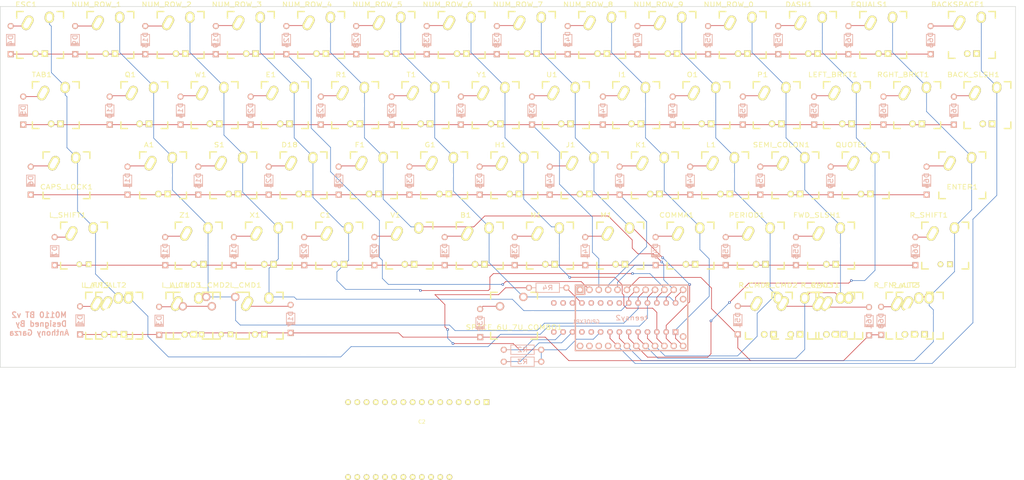
<source format=kicad_pcb>
(kicad_pcb (version 4) (host pcbnew "(2015-10-16 BZR 6271)-product")
  (layers (0 F.Cu signal) (31 B.Cu signal) (34 B.Paste user) (35 F.Paste user) (36 B.SilkS user) (37 F.SilkS user) (38 B.Mask user) (39 F.Mask user) (44 Edge.Cuts user))
  (net 0 "")
  (net 1 Col1)
  (net 2 "Net-(A1-Pad2)")
  (net 3 Col5)
  (net 4 "Net-(B1-Pad2)")
  (net 5 Col13)
  (net 6 "Net-(BACKSPACE1-Pad2)")
  (net 7 Col3)
  (net 8 "Net-(C1-Pad2)")
  (net 9 Col0)
  (net 10 "Net-(CAPS_LOCK1-Pad2)")
  (net 11 Col8)
  (net 12 "Net-(COMMA1-Pad2)")
  (net 13 "Net-(Controller1-Pad1)")
  (net 14 Row0)
  (net 15 Row1)
  (net 16 Row2)
  (net 17 Row3)
  (net 18 Row4)
  (net 19 Col2)
  (net 20 Col4)
  (net 21 "Net-(Controller1-Pad13)")
  (net 22 "Net-(Controller1-Pad17)")
  (net 23 Col6)
  (net 24 Col7)
  (net 25 Col9)
  (net 26 Col10)
  (net 27 Col11)
  (net 28 Col12)
  (net 29 "Net-(Controller1-Pad26)")
  (net 30 "Net-(Controller1-Pad27)")
  (net 31 "Net-(Controller1-Pad28)")
  (net 32 "Net-(Controller1-Pad29)")
  (net 33 "Net-(D1-Pad1)")
  (net 34 "Net-(D3-Pad1)")
  (net 35 "Net-(D4-Pad1)")
  (net 36 "Net-(D5-Pad1)")
  (net 37 "Net-(D7-Pad1)")
  (net 38 "Net-(D9-Pad1)")
  (net 39 "Net-(D10-Pad1)")
  (net 40 "Net-(D12-Pad1)")
  (net 41 "Net-(D13-Pad1)")
  (net 42 "Net-(D14-Pad1)")
  (net 43 "Net-(D15-Pad1)")
  (net 44 "Net-(D16-Pad1)")
  (net 45 "Net-(D17-Pad1)")
  (net 46 "Net-(D18-Pad2)")
  (net 47 "Net-(D19-Pad1)")
  (net 48 "Net-(D20-Pad1)")
  (net 49 "Net-(D24-Pad1)")
  (net 50 "Net-(D25-Pad1)")
  (net 51 "Net-(D26-Pad1)")
  (net 52 "Net-(D27-Pad1)")
  (net 53 "Net-(D28-Pad1)")
  (net 54 "Net-(D29-Pad1)")
  (net 55 "Net-(D30-Pad1)")
  (net 56 "Net-(D32-Pad1)")
  (net 57 "Net-(D33-Pad1)")
  (net 58 "Net-(D34-Pad1)")
  (net 59 "Net-(D35-Pad1)")
  (net 60 "Net-(D36-Pad1)")
  (net 61 "Net-(D38-Pad1)")
  (net 62 "Net-(D39-Pad1)")
  (net 63 "Net-(D40-Pad1)")
  (net 64 "Net-(D41-Pad1)")
  (net 65 "Net-(D43-Pad1)")
  (net 66 "Net-(D44-Pad1)")
  (net 67 "Net-(D45-Pad1)")
  (net 68 "Net-(D47-Pad1)")
  (net 69 "Net-(D48-Pad1)")
  (net 70 "Net-(D49-Pad1)")
  (net 71 "Net-(D50-Pad1)")
  (net 72 "Net-(D51-Pad1)")
  (net 73 "Net-(D52-Pad1)")
  (net 74 "Net-(D53-Pad1)")
  (net 75 "Net-(D54-Pad1)")
  (net 76 "Net-(D55-Pad1)")
  (net 77 "Net-(D57-Pad1)")
  (net 78 "Net-(D58-Pad1)")
  (net 79 "Net-(D59-Pad1)")
  (net 80 "Net-(D60-Pad1)")
  (net 81 "Net-(D61-Pad1)")
  (net 82 "Net-(D62-Pad1)")
  (net 83 "Net-(D63-Pad1)")
  (net 84 "Net-(D64-Pad1)")
  (net 85 "Net-(D68-Pad1)")
  (net 86 "Net-(BACK_SLSH1-Pad2)")
  (net 87 "Net-(C2-Pad28)")
  (net 88 "Net-(C2-Pad27)")
  (net 89 "Net-(C2-Pad26)")
  (net 90 "Net-(C2-Pad25)")
  (net 91 "Net-(C2-Pad24)")
  (net 92 "Net-(C2-Pad23)")
  (net 93 "Net-(C2-Pad22)")
  (net 94 "Net-(C2-Pad21)")
  (net 95 "Net-(C2-Pad20)")
  (net 96 "Net-(C2-Pad19)")
  (net 97 "Net-(C2-Pad18)")
  (net 98 "Net-(C2-Pad17)")
  (net 99 "Net-(C2-Pad16)")
  (net 100 "Net-(C2-Pad15)")
  (net 101 "Net-(C2-Pad14)")
  (net 102 "Net-(C2-Pad13)")
  (net 103 "Net-(C2-Pad12)")
  (net 104 "Net-(C2-Pad11)")
  (net 105 "Net-(C2-Pad10)")
  (net 106 "Net-(C2-Pad4)")
  (net 107 "Net-(C2-Pad3)")
  (net 108 "Net-(C2-Pad2)")
  (net 109 "Net-(C2-Pad1)")
  (net 110 "Net-(GPIOEXP1-Pad11)")
  (net 111 "Net-(GPIOEXP1-Pad14)")
  (net 112 "Net-(GPIOEXP1-Pad19)")
  (net 113 "Net-(GPIOEXP1-Pad20)")
  (net 114 "Net-(GPIOEXP1-Pad21)")
  (net 115 "Net-(GPIOEXP1-Pad22)")
  (net 116 "Net-(GPIOEXP1-Pad18)")
  (module keyboard_footprints:Teensy_2.0 (layer B.Cu) (at 160.375 76.8)
    (fp_text reference Controller1 hide)
    (fp_text value teensy2 (at 0 0) (layer B.SilkS) (effects (font (size 1.27 1.524) (thickness 0.2032)) (justify mirror)))
    (pad 1 thru_hole rect (at -13.97 -7.62) (size 1.7526 1.7526) (drill 1.0922) (layers *.Cu *.SilkS *.Mask) (net 13 "Net-(Controller1-Pad1)"))
    (pad 2 thru_hole circle (at -11.43 -7.62) (size 1.7526 1.7526) (drill 1.0922) (layers *.Cu *.SilkS *.Mask) (net 14 Row0))
    (pad 3 thru_hole circle (at -8.89 -7.62) (size 1.7526 1.7526) (drill 1.0922) (layers *.Cu *.SilkS *.Mask) (net 15 Row1))
    (pad 4 thru_hole circle (at -6.35 -7.62) (size 1.7526 1.7526) (drill 1.0922) (layers *.Cu *.SilkS *.Mask) (net 16 Row2))
    (pad 5 thru_hole circle (at -3.81 -7.62) (size 1.7526 1.7526) (drill 1.0922) (layers *.Cu *.SilkS *.Mask) (net 17 Row3))
    (pad 6 thru_hole circle (at -1.27 -7.62) (size 1.7526 1.7526) (drill 1.0922) (layers *.Cu *.SilkS *.Mask) (net 18 Row4))
    (pad 7 thru_hole circle (at 1.27 -7.62) (size 1.7526 1.7526) (drill 1.0922) (layers *.Cu *.SilkS *.Mask) (net 19 Col2))
    (pad 8 thru_hole circle (at 3.81 -7.62) (size 1.7526 1.7526) (drill 1.0922) (layers *.Cu *.SilkS *.Mask) (net 1 Col1))
    (pad 9 thru_hole circle (at 6.35 -7.62) (size 1.7526 1.7526) (drill 1.0922) (layers *.Cu *.SilkS *.Mask) (net 9 Col0))
    (pad 10 thru_hole circle (at 8.89 -7.62) (size 1.7526 1.7526) (drill 1.0922) (layers *.Cu *.SilkS *.Mask) (net 7 Col3))
    (pad 11 thru_hole circle (at 11.43 -7.62) (size 1.7526 1.7526) (drill 1.0922) (layers *.Cu *.SilkS *.Mask) (net 20 Col4))
    (pad 12 thru_hole circle (at 13.97 -7.62) (size 1.7526 1.7526) (drill 1.0922) (layers *.Cu *.SilkS *.Mask) (net 3 Col5))
    (pad 13 thru_hole circle (at 13.97 -5.08 90) (size 1.7526 1.7526) (drill 1.0922) (layers *.Cu *.SilkS *.Mask) (net 21 "Net-(Controller1-Pad13)"))
    (pad 17 thru_hole circle (at 13.97 5.08 90) (size 1.7526 1.7526) (drill 1.0922) (layers *.Cu *.SilkS *.Mask) (net 22 "Net-(Controller1-Pad17)"))
    (pad 18 thru_hole circle (at 13.97 7.62) (size 1.7526 1.7526) (drill 1.0922) (layers *.Cu *.SilkS *.Mask) (net 11 Col8))
    (pad 19 thru_hole circle (at 11.43 7.62) (size 1.7526 1.7526) (drill 1.0922) (layers *.Cu *.SilkS *.Mask) (net 24 Col7))
    (pad 20 thru_hole circle (at 8.89 7.62) (size 1.7526 1.7526) (drill 1.0922) (layers *.Cu *.SilkS *.Mask) (net 23 Col6))
    (pad 21 thru_hole circle (at 6.35 7.62) (size 1.7526 1.7526) (drill 1.0922) (layers *.Cu *.SilkS *.Mask) (net 25 Col9))
    (pad 22 thru_hole circle (at 3.81 7.62) (size 1.7526 1.7526) (drill 1.0922) (layers *.Cu *.SilkS *.Mask) (net 26 Col10))
    (pad 23 thru_hole circle (at 1.27 7.62) (size 1.7526 1.7526) (drill 1.0922) (layers *.Cu *.SilkS *.Mask) (net 27 Col11))
    (pad 24 thru_hole circle (at -1.27 7.62) (size 1.7526 1.7526) (drill 1.0922) (layers *.Cu *.SilkS *.Mask) (net 28 Col12))
    (pad 25 thru_hole circle (at -3.81 7.62) (size 1.7526 1.7526) (drill 1.0922) (layers *.Cu *.SilkS *.Mask) (net 5 Col13))
    (pad 26 thru_hole circle (at -6.35 7.62) (size 1.7526 1.7526) (drill 1.0922) (layers *.Cu *.SilkS *.Mask) (net 29 "Net-(Controller1-Pad26)"))
    (pad 27 thru_hole circle (at -8.89 7.62) (size 1.7526 1.7526) (drill 1.0922) (layers *.Cu *.SilkS *.Mask) (net 30 "Net-(Controller1-Pad27)"))
    (pad 28 thru_hole circle (at -11.43 7.62) (size 1.7526 1.7526) (drill 1.0922) (layers *.Cu *.SilkS *.Mask) (net 31 "Net-(Controller1-Pad28)"))
    (pad 29 thru_hole circle (at -13.97 7.62) (size 1.7526 1.7526) (drill 1.0922) (layers *.Cu *.SilkS *.Mask) (net 32 "Net-(Controller1-Pad29)"))
  )
  (module keyboard_footprints:MCP23017-E-SP-ND (layer B.Cu) (at 172.3 72.75 180)
    (fp_text reference GPIOEXP1 (at 24.275 -5.1 180) (layer B.SilkS) (effects (justify mirror)))
    (fp_text value MCP23017)
    (pad 1 thru_hole rect (at 0 -7.874 180) (size 1.524 1.524) (drill 0.762) (layers *.Cu *.Mask B.SilkS) (net 11 Col8))
    (pad 2 thru_hole circle (at 2.54 -7.874 180) (size 1.524 1.524) (drill 0.762) (layers *.Cu *.Mask B.SilkS) (net 24 Col7))
    (pad 3 thru_hole circle (at 5.08 -7.874 180) (size 1.524 1.524) (drill 0.762) (layers *.Cu *.Mask B.SilkS) (net 23 Col6))
    (pad 4 thru_hole circle (at 7.62 -7.874 180) (size 1.524 1.524) (drill 0.762) (layers *.Cu *.Mask B.SilkS) (net 25 Col9))
    (pad 5 thru_hole circle (at 10.16 -7.874 180) (size 1.524 1.524) (drill 0.762) (layers *.Cu *.Mask B.SilkS) (net 26 Col10))
    (pad 6 thru_hole circle (at 12.7 -7.874 180) (size 1.524 1.524) (drill 0.762) (layers *.Cu *.Mask B.SilkS) (net 27 Col11))
    (pad 7 thru_hole circle (at 15.24 -7.874 180) (size 1.524 1.524) (drill 0.762) (layers *.Cu *.Mask B.SilkS) (net 28 Col12))
    (pad 8 thru_hole circle (at 17.78 -7.874 180) (size 1.524 1.524) (drill 0.762) (layers *.Cu *.Mask B.SilkS) (net 5 Col13))
    (pad 9 thru_hole circle (at 20.32 -7.874 180) (size 1.524 1.524) (drill 0.762) (layers *.Cu *.Mask B.SilkS) (net 108 "Net-(C2-Pad2)"))
    (pad 10 thru_hole circle (at 22.86 -7.874 180) (size 1.524 1.524) (drill 0.762) (layers *.Cu *.Mask B.SilkS) (net 106 "Net-(C2-Pad4)"))
    (pad 11 thru_hole circle (at 25.4 -7.874 180) (size 1.524 1.524) (drill 0.762) (layers *.Cu *.Mask B.SilkS) (net 110 "Net-(GPIOEXP1-Pad11)"))
    (pad 12 thru_hole circle (at 27.94 -7.874 180) (size 1.524 1.524) (drill 0.762) (layers *.Cu *.Mask B.SilkS) (net 97 "Net-(C2-Pad18)"))
    (pad 13 thru_hole circle (at 30.48 -7.874 180) (size 1.524 1.524) (drill 0.762) (layers *.Cu *.Mask B.SilkS) (net 98 "Net-(C2-Pad17)"))
    (pad 14 thru_hole circle (at 33.02 -7.874 180) (size 1.524 1.524) (drill 0.762) (layers *.Cu *.Mask B.SilkS) (net 111 "Net-(GPIOEXP1-Pad14)"))
    (pad 15 thru_hole circle (at 33.02 0 180) (size 1.524 1.524) (drill 0.762) (layers *.Cu *.Mask B.SilkS) (net 106 "Net-(C2-Pad4)"))
    (pad 16 thru_hole circle (at 30.48 0 180) (size 1.524 1.524) (drill 0.762) (layers *.Cu *.Mask B.SilkS) (net 106 "Net-(C2-Pad4)"))
    (pad 17 thru_hole circle (at 27.94 0 180) (size 1.524 1.524) (drill 0.762) (layers *.Cu *.Mask B.SilkS) (net 106 "Net-(C2-Pad4)"))
    (pad 18 thru_hole circle (at 25.4 0 180) (size 1.524 1.524) (drill 0.762) (layers *.Cu *.Mask B.SilkS) (net 116 "Net-(GPIOEXP1-Pad18)"))
    (pad 19 thru_hole circle (at 22.86 0 180) (size 1.524 1.524) (drill 0.762) (layers *.Cu *.Mask B.SilkS) (net 112 "Net-(GPIOEXP1-Pad19)"))
    (pad 20 thru_hole circle (at 20.32 0 180) (size 1.524 1.524) (drill 0.762) (layers *.Cu *.Mask B.SilkS) (net 113 "Net-(GPIOEXP1-Pad20)"))
    (pad 21 thru_hole circle (at 17.78 0 180) (size 1.524 1.524) (drill 0.762) (layers *.Cu *.Mask B.SilkS) (net 114 "Net-(GPIOEXP1-Pad21)"))
    (pad 22 thru_hole circle (at 15.24 0 180) (size 1.524 1.524) (drill 0.762) (layers *.Cu *.Mask B.SilkS) (net 115 "Net-(GPIOEXP1-Pad22)"))
    (pad 23 thru_hole circle (at 12.7 0 180) (size 1.524 1.524) (drill 0.762) (layers *.Cu *.Mask B.SilkS) (net 19 Col2))
    (pad 24 thru_hole circle (at 10.16 0 180) (size 1.524 1.524) (drill 0.762) (layers *.Cu *.Mask B.SilkS) (net 1 Col1))
    (pad 25 thru_hole circle (at 7.62 0 180) (size 1.524 1.524) (drill 0.762) (layers *.Cu *.Mask B.SilkS) (net 9 Col0))
    (pad 26 thru_hole circle (at 5.08 0 180) (size 1.524 1.524) (drill 0.762) (layers *.Cu *.Mask B.SilkS) (net 7 Col3))
    (pad 27 thru_hole circle (at 2.54 0 180) (size 1.524 1.524) (drill 0.762) (layers *.Cu *.Mask B.SilkS) (net 20 Col4))
    (pad 28 thru_hole circle (at 0 0 180) (size 1.524 1.524) (drill 0.762) (layers *.Cu *.Mask B.SilkS) (net 3 Col5))
  )
  (module keyboard_footprints:Diode (layer B.Cu) (at 10.825 77.5 270)
    (fp_text reference D1 (at -0.125 -0.025 270) (layer B.SilkS) (effects (font (size 1.27 1.524) (thickness 0.2032)) (justify mirror)))
    (fp_text value DIODE hide)
    (pad 1 thru_hole circle (at -3.81 0 270) (size 1.651 1.651) (drill 0.9906) (layers *.Cu *.SilkS *.Mask) (net 33 "Net-(D1-Pad1)"))
    (pad 2 thru_hole rect (at 3.81 0 270) (size 1.651 1.651) (drill 0.9906) (layers *.Cu *.SilkS *.Mask) (net 18 Row4))
  )
  (module keyboard_footprints:Diode (layer B.Cu) (at 32.275 77.6 270)
    (fp_text reference D3 (at 0 0 270) (layer B.SilkS) (effects (font (size 1.27 1.524) (thickness 0.2032)) (justify mirror)))
    (fp_text value DIODE hide)
    (pad 1 thru_hole circle (at -3.81 0 270) (size 1.651 1.651) (drill 0.9906) (layers *.Cu *.SilkS *.Mask) (net 34 "Net-(D3-Pad1)"))
    (pad 2 thru_hole rect (at 3.81 0 270) (size 1.651 1.651) (drill 0.9906) (layers *.Cu *.SilkS *.Mask) (net 18 Row4))
  )
  (module keyboard_footprints:Diode (layer B.Cu) (at -7.975 1.4 270)
    (fp_text reference D4 (at 0 0 270) (layer B.SilkS) (effects (font (size 1.27 1.524) (thickness 0.2032)) (justify mirror)))
    (fp_text value DIODE hide)
    (pad 1 thru_hole circle (at -3.81 0 270) (size 1.651 1.651) (drill 0.9906) (layers *.Cu *.SilkS *.Mask) (net 35 "Net-(D4-Pad1)"))
    (pad 2 thru_hole rect (at 3.81 0 270) (size 1.651 1.651) (drill 0.9906) (layers *.Cu *.SilkS *.Mask) (net 14 Row0))
  )
  (module keyboard_footprints:Diode (layer B.Cu) (at -4.575 20.55 270)
    (fp_text reference D5 (at 0 0 270) (layer B.SilkS) (effects (font (size 1.27 1.524) (thickness 0.2032)) (justify mirror)))
    (fp_text value DIODE hide)
    (pad 1 thru_hole circle (at -3.81 0 270) (size 1.651 1.651) (drill 0.9906) (layers *.Cu *.SilkS *.Mask) (net 36 "Net-(D5-Pad1)"))
    (pad 2 thru_hole rect (at 3.81 0 270) (size 1.651 1.651) (drill 0.9906) (layers *.Cu *.SilkS *.Mask) (net 15 Row1))
  )
  (module keyboard_footprints:Diode (layer B.Cu) (at -2.525 39.575 270)
    (fp_text reference D6 (at 0 0 270) (layer B.SilkS) (effects (font (size 1.27 1.524) (thickness 0.2032)) (justify mirror)))
    (fp_text value DIODE hide)
    (pad 1 thru_hole circle (at -3.81 0 270) (size 1.651 1.651) (drill 0.9906) (layers *.Cu *.SilkS *.Mask) (net 10 "Net-(CAPS_LOCK1-Pad2)"))
    (pad 2 thru_hole rect (at 3.81 0 270) (size 1.651 1.651) (drill 0.9906) (layers *.Cu *.SilkS *.Mask) (net 16 Row2))
  )
  (module keyboard_footprints:Diode (layer B.Cu) (at 3.95 58.7 270)
    (fp_text reference D7 (at 0 0 270) (layer B.SilkS) (effects (font (size 1.27 1.524) (thickness 0.2032)) (justify mirror)))
    (fp_text value DIODE hide)
    (pad 1 thru_hole circle (at -3.81 0 270) (size 1.651 1.651) (drill 0.9906) (layers *.Cu *.SilkS *.Mask) (net 37 "Net-(D7-Pad1)"))
    (pad 2 thru_hole rect (at 3.81 0 270) (size 1.651 1.651) (drill 0.9906) (layers *.Cu *.SilkS *.Mask) (net 17 Row3))
  )
  (module keyboard_footprints:Diode (layer B.Cu) (at 9.5 1.4 270)
    (fp_text reference D9 (at 0 0 270) (layer B.SilkS) (effects (font (size 1.27 1.524) (thickness 0.2032)) (justify mirror)))
    (fp_text value DIODE hide)
    (pad 1 thru_hole circle (at -3.81 0 270) (size 1.651 1.651) (drill 0.9906) (layers *.Cu *.SilkS *.Mask) (net 38 "Net-(D9-Pad1)"))
    (pad 2 thru_hole rect (at 3.81 0 270) (size 1.651 1.651) (drill 0.9906) (layers *.Cu *.SilkS *.Mask) (net 14 Row0))
  )
  (module keyboard_footprints:Diode (layer B.Cu) (at 18.875 20.55 270)
    (fp_text reference D10 (at 0 0 270) (layer B.SilkS) (effects (font (size 1.27 1.524) (thickness 0.2032)) (justify mirror)))
    (fp_text value DIODE hide)
    (pad 1 thru_hole circle (at -3.81 0 270) (size 1.651 1.651) (drill 0.9906) (layers *.Cu *.SilkS *.Mask) (net 39 "Net-(D10-Pad1)"))
    (pad 2 thru_hole rect (at 3.81 0 270) (size 1.651 1.651) (drill 0.9906) (layers *.Cu *.SilkS *.Mask) (net 15 Row1))
  )
  (module keyboard_footprints:Diode (layer B.Cu) (at 23.7 39.575 270)
    (fp_text reference D11 (at 0 0 270) (layer B.SilkS) (effects (font (size 1.27 1.524) (thickness 0.2032)) (justify mirror)))
    (fp_text value DIODE hide)
    (pad 1 thru_hole circle (at -3.81 0 270) (size 1.651 1.651) (drill 0.9906) (layers *.Cu *.SilkS *.Mask) (net 2 "Net-(A1-Pad2)"))
    (pad 2 thru_hole rect (at 3.81 0 270) (size 1.651 1.651) (drill 0.9906) (layers *.Cu *.SilkS *.Mask) (net 16 Row2))
  )
  (module keyboard_footprints:Diode (layer B.Cu) (at 33.9 58.7 270)
    (fp_text reference D12 (at 0 0 270) (layer B.SilkS) (effects (font (size 1.27 1.524) (thickness 0.2032)) (justify mirror)))
    (fp_text value DIODE hide)
    (pad 1 thru_hole circle (at -3.81 0 270) (size 1.651 1.651) (drill 0.9906) (layers *.Cu *.SilkS *.Mask) (net 40 "Net-(D12-Pad1)"))
    (pad 2 thru_hole rect (at 3.81 0 270) (size 1.651 1.651) (drill 0.9906) (layers *.Cu *.SilkS *.Mask) (net 17 Row3))
  )
  (module keyboard_footprints:Diode (layer B.Cu) (at 28.525 1.4 270)
    (fp_text reference D13 (at 0 0 270) (layer B.SilkS) (effects (font (size 1.27 1.524) (thickness 0.2032)) (justify mirror)))
    (fp_text value DIODE hide)
    (pad 1 thru_hole circle (at -3.81 0 270) (size 1.651 1.651) (drill 0.9906) (layers *.Cu *.SilkS *.Mask) (net 41 "Net-(D13-Pad1)"))
    (pad 2 thru_hole rect (at 3.81 0 270) (size 1.651 1.651) (drill 0.9906) (layers *.Cu *.SilkS *.Mask) (net 14 Row0))
  )
  (module keyboard_footprints:Diode (layer B.Cu) (at 38.075 20.55 270)
    (fp_text reference D14 (at 0 0 270) (layer B.SilkS) (effects (font (size 1.27 1.524) (thickness 0.2032)) (justify mirror)))
    (fp_text value DIODE hide)
    (pad 1 thru_hole circle (at -3.81 0 270) (size 1.651 1.651) (drill 0.9906) (layers *.Cu *.SilkS *.Mask) (net 42 "Net-(D14-Pad1)"))
    (pad 2 thru_hole rect (at 3.81 0 270) (size 1.651 1.651) (drill 0.9906) (layers *.Cu *.SilkS *.Mask) (net 15 Row1))
  )
  (module keyboard_footprints:Diode (layer B.Cu) (at 42.9 39.575 270)
    (fp_text reference D15 (at 0 0 270) (layer B.SilkS) (effects (font (size 1.27 1.524) (thickness 0.2032)) (justify mirror)))
    (fp_text value DIODE hide)
    (pad 1 thru_hole circle (at -3.81 0 270) (size 1.651 1.651) (drill 0.9906) (layers *.Cu *.SilkS *.Mask) (net 43 "Net-(D15-Pad1)"))
    (pad 2 thru_hole rect (at 3.81 0 270) (size 1.651 1.651) (drill 0.9906) (layers *.Cu *.SilkS *.Mask) (net 16 Row2))
  )
  (module keyboard_footprints:Diode (layer B.Cu) (at 52.55 58.7 270)
    (fp_text reference D16 (at 0 0 270) (layer B.SilkS) (effects (font (size 1.27 1.524) (thickness 0.2032)) (justify mirror)))
    (fp_text value DIODE hide)
    (pad 1 thru_hole circle (at -3.81 0 270) (size 1.651 1.651) (drill 0.9906) (layers *.Cu *.SilkS *.Mask) (net 44 "Net-(D16-Pad1)"))
    (pad 2 thru_hole rect (at 3.81 0 270) (size 1.651 1.651) (drill 0.9906) (layers *.Cu *.SilkS *.Mask) (net 17 Row3))
  )
  (module keyboard_footprints:Diode (layer B.Cu) (at 67.925 77.075 270)
    (fp_text reference D17 (at 0 0 270) (layer B.SilkS) (effects (font (size 1.27 1.524) (thickness 0.2032)) (justify mirror)))
    (fp_text value DIODE hide)
    (pad 1 thru_hole circle (at -3.81 0 270) (size 1.651 1.651) (drill 0.9906) (layers *.Cu *.SilkS *.Mask) (net 45 "Net-(D17-Pad1)"))
    (pad 2 thru_hole rect (at 3.81 0 270) (size 1.651 1.651) (drill 0.9906) (layers *.Cu *.SilkS *.Mask) (net 18 Row4))
  )
  (module keyboard_footprints:Diode (layer B.Cu) (at 47.65 1.4 270)
    (fp_text reference D19 (at 0 0 270) (layer B.SilkS) (effects (font (size 1.27 1.524) (thickness 0.2032)) (justify mirror)))
    (fp_text value DIODE hide)
    (pad 1 thru_hole circle (at -3.81 0 270) (size 1.651 1.651) (drill 0.9906) (layers *.Cu *.SilkS *.Mask) (net 47 "Net-(D19-Pad1)"))
    (pad 2 thru_hole rect (at 3.81 0 270) (size 1.651 1.651) (drill 0.9906) (layers *.Cu *.SilkS *.Mask) (net 14 Row0))
  )
  (module keyboard_footprints:Diode (layer B.Cu) (at 57.1 20.55 270)
    (fp_text reference D20 (at 0 0 270) (layer B.SilkS) (effects (font (size 1.27 1.524) (thickness 0.2032)) (justify mirror)))
    (fp_text value DIODE hide)
    (pad 1 thru_hole circle (at -3.81 0 270) (size 1.651 1.651) (drill 0.9906) (layers *.Cu *.SilkS *.Mask) (net 48 "Net-(D20-Pad1)"))
    (pad 2 thru_hole rect (at 3.81 0 270) (size 1.651 1.651) (drill 0.9906) (layers *.Cu *.SilkS *.Mask) (net 15 Row1))
  )
  (module keyboard_footprints:Diode (layer B.Cu) (at 62 39.575 270)
    (fp_text reference D21 (at 0 0 270) (layer B.SilkS) (effects (font (size 1.27 1.524) (thickness 0.2032)) (justify mirror)))
    (fp_text value DIODE hide)
    (pad 1 thru_hole circle (at -3.81 0 270) (size 1.651 1.651) (drill 0.9906) (layers *.Cu *.SilkS *.Mask) (net 46 "Net-(D18-Pad2)"))
    (pad 2 thru_hole rect (at 3.81 0 270) (size 1.651 1.651) (drill 0.9906) (layers *.Cu *.SilkS *.Mask) (net 16 Row2))
  )
  (module keyboard_footprints:Diode (layer B.Cu) (at 71.6 58.7 270)
    (fp_text reference D22 (at 0 0 270) (layer B.SilkS) (effects (font (size 1.27 1.524) (thickness 0.2032)) (justify mirror)))
    (fp_text value DIODE hide)
    (pad 1 thru_hole circle (at -3.81 0 270) (size 1.651 1.651) (drill 0.9906) (layers *.Cu *.SilkS *.Mask) (net 8 "Net-(C1-Pad2)"))
    (pad 2 thru_hole rect (at 3.81 0 270) (size 1.651 1.651) (drill 0.9906) (layers *.Cu *.SilkS *.Mask) (net 17 Row3))
  )
  (module keyboard_footprints:Diode (layer B.Cu) (at 66.775 1.4 270)
    (fp_text reference D24 (at 0 0 270) (layer B.SilkS) (effects (font (size 1.27 1.524) (thickness 0.2032)) (justify mirror)))
    (fp_text value DIODE hide)
    (pad 1 thru_hole circle (at -3.81 0 270) (size 1.651 1.651) (drill 0.9906) (layers *.Cu *.SilkS *.Mask) (net 49 "Net-(D24-Pad1)"))
    (pad 2 thru_hole rect (at 3.81 0 270) (size 1.651 1.651) (drill 0.9906) (layers *.Cu *.SilkS *.Mask) (net 14 Row0))
  )
  (module keyboard_footprints:Diode (layer B.Cu) (at 76.125 20.55 270)
    (fp_text reference D25 (at 0 0 270) (layer B.SilkS) (effects (font (size 1.27 1.524) (thickness 0.2032)) (justify mirror)))
    (fp_text value DIODE hide)
    (pad 1 thru_hole circle (at -3.81 0 270) (size 1.651 1.651) (drill 0.9906) (layers *.Cu *.SilkS *.Mask) (net 50 "Net-(D25-Pad1)"))
    (pad 2 thru_hole rect (at 3.81 0 270) (size 1.651 1.651) (drill 0.9906) (layers *.Cu *.SilkS *.Mask) (net 15 Row1))
  )
  (module keyboard_footprints:Diode (layer B.Cu) (at 80.95 39.575 270)
    (fp_text reference D26 (at 0 0 270) (layer B.SilkS) (effects (font (size 1.27 1.524) (thickness 0.2032)) (justify mirror)))
    (fp_text value DIODE hide)
    (pad 1 thru_hole circle (at -3.81 0 270) (size 1.651 1.651) (drill 0.9906) (layers *.Cu *.SilkS *.Mask) (net 51 "Net-(D26-Pad1)"))
    (pad 2 thru_hole rect (at 3.81 0 270) (size 1.651 1.651) (drill 0.9906) (layers *.Cu *.SilkS *.Mask) (net 16 Row2))
  )
  (module keyboard_footprints:Diode (layer B.Cu) (at 90.65 58.7 270)
    (fp_text reference D27 (at 0 0 270) (layer B.SilkS) (effects (font (size 1.27 1.524) (thickness 0.2032)) (justify mirror)))
    (fp_text value DIODE hide)
    (pad 1 thru_hole circle (at -3.81 0 270) (size 1.651 1.651) (drill 0.9906) (layers *.Cu *.SilkS *.Mask) (net 52 "Net-(D27-Pad1)"))
    (pad 2 thru_hole rect (at 3.81 0 270) (size 1.651 1.651) (drill 0.9906) (layers *.Cu *.SilkS *.Mask) (net 17 Row3))
  )
  (module keyboard_footprints:Diode (layer B.Cu) (at 85.7 1.4 270)
    (fp_text reference D28 (at 0 0 270) (layer B.SilkS) (effects (font (size 1.27 1.524) (thickness 0.2032)) (justify mirror)))
    (fp_text value DIODE hide)
    (pad 1 thru_hole circle (at -3.81 0 270) (size 1.651 1.651) (drill 0.9906) (layers *.Cu *.SilkS *.Mask) (net 53 "Net-(D28-Pad1)"))
    (pad 2 thru_hole rect (at 3.81 0 270) (size 1.651 1.651) (drill 0.9906) (layers *.Cu *.SilkS *.Mask) (net 14 Row0))
  )
  (module keyboard_footprints:Diode (layer B.Cu) (at 95.325 20.55 270)
    (fp_text reference D29 (at 0 0 270) (layer B.SilkS) (effects (font (size 1.27 1.524) (thickness 0.2032)) (justify mirror)))
    (fp_text value DIODE hide)
    (pad 1 thru_hole circle (at -3.81 0 270) (size 1.651 1.651) (drill 0.9906) (layers *.Cu *.SilkS *.Mask) (net 54 "Net-(D29-Pad1)"))
    (pad 2 thru_hole rect (at 3.81 0 270) (size 1.651 1.651) (drill 0.9906) (layers *.Cu *.SilkS *.Mask) (net 15 Row1))
  )
  (module keyboard_footprints:Diode (layer B.Cu) (at 100.15 39.575 270)
    (fp_text reference D30 (at 0 0 270) (layer B.SilkS) (effects (font (size 1.27 1.524) (thickness 0.2032)) (justify mirror)))
    (fp_text value DIODE hide)
    (pad 1 thru_hole circle (at -3.81 0 270) (size 1.651 1.651) (drill 0.9906) (layers *.Cu *.SilkS *.Mask) (net 55 "Net-(D30-Pad1)"))
    (pad 2 thru_hole rect (at 3.81 0 270) (size 1.651 1.651) (drill 0.9906) (layers *.Cu *.SilkS *.Mask) (net 16 Row2))
  )
  (module keyboard_footprints:Diode (layer B.Cu) (at 109.7 58.7 270)
    (fp_text reference D31 (at 0 0 270) (layer B.SilkS) (effects (font (size 1.27 1.524) (thickness 0.2032)) (justify mirror)))
    (fp_text value DIODE hide)
    (pad 1 thru_hole circle (at -3.81 0 270) (size 1.651 1.651) (drill 0.9906) (layers *.Cu *.SilkS *.Mask) (net 4 "Net-(B1-Pad2)"))
    (pad 2 thru_hole rect (at 3.81 0 270) (size 1.651 1.651) (drill 0.9906) (layers *.Cu *.SilkS *.Mask) (net 17 Row3))
  )
  (module keyboard_footprints:Diode (layer B.Cu) (at 119.3 78.225 270)
    (fp_text reference D32 (at 0 0 270) (layer B.SilkS) (effects (font (size 1.27 1.524) (thickness 0.2032)) (justify mirror)))
    (fp_text value DIODE hide)
    (pad 1 thru_hole circle (at -3.81 0 270) (size 1.651 1.651) (drill 0.9906) (layers *.Cu *.SilkS *.Mask) (net 56 "Net-(D32-Pad1)"))
    (pad 2 thru_hole rect (at 3.81 0 270) (size 1.651 1.651) (drill 0.9906) (layers *.Cu *.SilkS *.Mask) (net 18 Row4))
  )
  (module keyboard_footprints:Diode (layer B.Cu) (at 104.825 1.4 270)
    (fp_text reference D33 (at 0 0 270) (layer B.SilkS) (effects (font (size 1.27 1.524) (thickness 0.2032)) (justify mirror)))
    (fp_text value DIODE hide)
    (pad 1 thru_hole circle (at -3.81 0 270) (size 1.651 1.651) (drill 0.9906) (layers *.Cu *.SilkS *.Mask) (net 57 "Net-(D33-Pad1)"))
    (pad 2 thru_hole rect (at 3.81 0 270) (size 1.651 1.651) (drill 0.9906) (layers *.Cu *.SilkS *.Mask) (net 14 Row0))
  )
  (module keyboard_footprints:Diode (layer B.Cu) (at 114.1 20.55 270)
    (fp_text reference D34 (at 0 0 270) (layer B.SilkS) (effects (font (size 1.27 1.524) (thickness 0.2032)) (justify mirror)))
    (fp_text value DIODE hide)
    (pad 1 thru_hole circle (at -3.81 0 270) (size 1.651 1.651) (drill 0.9906) (layers *.Cu *.SilkS *.Mask) (net 58 "Net-(D34-Pad1)"))
    (pad 2 thru_hole rect (at 3.81 0 270) (size 1.651 1.651) (drill 0.9906) (layers *.Cu *.SilkS *.Mask) (net 15 Row1))
  )
  (module keyboard_footprints:Diode (layer B.Cu) (at 119.175 39.575 270)
    (fp_text reference D35 (at 0 0 270) (layer B.SilkS) (effects (font (size 1.27 1.524) (thickness 0.2032)) (justify mirror)))
    (fp_text value DIODE hide)
    (pad 1 thru_hole circle (at -3.81 0 270) (size 1.651 1.651) (drill 0.9906) (layers *.Cu *.SilkS *.Mask) (net 59 "Net-(D35-Pad1)"))
    (pad 2 thru_hole rect (at 3.81 0 270) (size 1.651 1.651) (drill 0.9906) (layers *.Cu *.SilkS *.Mask) (net 16 Row2))
  )
  (module keyboard_footprints:Diode (layer B.Cu) (at 128.7 58.7 270)
    (fp_text reference D36 (at 0 0 270) (layer B.SilkS) (effects (font (size 1.27 1.524) (thickness 0.2032)) (justify mirror)))
    (fp_text value DIODE hide)
    (pad 1 thru_hole circle (at -3.81 0 270) (size 1.651 1.651) (drill 0.9906) (layers *.Cu *.SilkS *.Mask) (net 60 "Net-(D36-Pad1)"))
    (pad 2 thru_hole rect (at 3.81 0 270) (size 1.651 1.651) (drill 0.9906) (layers *.Cu *.SilkS *.Mask) (net 17 Row3))
  )
  (module keyboard_footprints:Diode (layer B.Cu) (at 123.85 1.4 270)
    (fp_text reference D38 (at 0 0 270) (layer B.SilkS) (effects (font (size 1.27 1.524) (thickness 0.2032)) (justify mirror)))
    (fp_text value DIODE hide)
    (pad 1 thru_hole circle (at -3.81 0 270) (size 1.651 1.651) (drill 0.9906) (layers *.Cu *.SilkS *.Mask) (net 61 "Net-(D38-Pad1)"))
    (pad 2 thru_hole rect (at 3.81 0 270) (size 1.651 1.651) (drill 0.9906) (layers *.Cu *.SilkS *.Mask) (net 14 Row0))
  )
  (module keyboard_footprints:Diode (layer B.Cu) (at 133.375 20.55 270)
    (fp_text reference D39 (at 0 0 270) (layer B.SilkS) (effects (font (size 1.27 1.524) (thickness 0.2032)) (justify mirror)))
    (fp_text value DIODE hide)
    (pad 1 thru_hole circle (at -3.81 0 270) (size 1.651 1.651) (drill 0.9906) (layers *.Cu *.SilkS *.Mask) (net 62 "Net-(D39-Pad1)"))
    (pad 2 thru_hole rect (at 3.81 0 270) (size 1.651 1.651) (drill 0.9906) (layers *.Cu *.SilkS *.Mask) (net 15 Row1))
  )
  (module keyboard_footprints:Diode (layer B.Cu) (at 138.2 39.575 270)
    (fp_text reference D40 (at 0 0 270) (layer B.SilkS) (effects (font (size 1.27 1.524) (thickness 0.2032)) (justify mirror)))
    (fp_text value DIODE hide)
    (pad 1 thru_hole circle (at -3.81 0 270) (size 1.651 1.651) (drill 0.9906) (layers *.Cu *.SilkS *.Mask) (net 63 "Net-(D40-Pad1)"))
    (pad 2 thru_hole rect (at 3.81 0 270) (size 1.651 1.651) (drill 0.9906) (layers *.Cu *.SilkS *.Mask) (net 16 Row2))
  )
  (module keyboard_footprints:Diode (layer B.Cu) (at 147.8 58.7 270)
    (fp_text reference D41 (at 0 0 270) (layer B.SilkS) (effects (font (size 1.27 1.524) (thickness 0.2032)) (justify mirror)))
    (fp_text value DIODE hide)
    (pad 1 thru_hole circle (at -3.81 0 270) (size 1.651 1.651) (drill 0.9906) (layers *.Cu *.SilkS *.Mask) (net 64 "Net-(D41-Pad1)"))
    (pad 2 thru_hole rect (at 3.81 0 270) (size 1.651 1.651) (drill 0.9906) (layers *.Cu *.SilkS *.Mask) (net 17 Row3))
  )
  (module keyboard_footprints:Diode (layer B.Cu) (at 143.05 1.4 270)
    (fp_text reference D43 (at -0.225 0 270) (layer B.SilkS) (effects (font (size 1.27 1.524) (thickness 0.2032)) (justify mirror)))
    (fp_text value DIODE hide)
    (pad 1 thru_hole circle (at -3.81 0 270) (size 1.651 1.651) (drill 0.9906) (layers *.Cu *.SilkS *.Mask) (net 65 "Net-(D43-Pad1)"))
    (pad 2 thru_hole rect (at 3.81 0 270) (size 1.651 1.651) (drill 0.9906) (layers *.Cu *.SilkS *.Mask) (net 14 Row0))
  )
  (module keyboard_footprints:Diode (layer B.Cu) (at 152.6 20.55 270)
    (fp_text reference D44 (at 0 0 270) (layer B.SilkS) (effects (font (size 1.27 1.524) (thickness 0.2032)) (justify mirror)))
    (fp_text value DIODE hide)
    (pad 1 thru_hole circle (at -3.81 0 270) (size 1.651 1.651) (drill 0.9906) (layers *.Cu *.SilkS *.Mask) (net 66 "Net-(D44-Pad1)"))
    (pad 2 thru_hole rect (at 3.81 0 270) (size 1.651 1.651) (drill 0.9906) (layers *.Cu *.SilkS *.Mask) (net 15 Row1))
  )
  (module keyboard_footprints:Diode (layer B.Cu) (at 157.125 39.575 270)
    (fp_text reference D45 (at 0 0 270) (layer B.SilkS) (effects (font (size 1.27 1.524) (thickness 0.2032)) (justify mirror)))
    (fp_text value DIODE hide)
    (pad 1 thru_hole circle (at -3.81 0 270) (size 1.651 1.651) (drill 0.9906) (layers *.Cu *.SilkS *.Mask) (net 67 "Net-(D45-Pad1)"))
    (pad 2 thru_hole rect (at 3.81 0 270) (size 1.651 1.651) (drill 0.9906) (layers *.Cu *.SilkS *.Mask) (net 16 Row2))
  )
  (module keyboard_footprints:Diode (layer B.Cu) (at 166.875 58.7 270)
    (fp_text reference D46 (at 0 0 270) (layer B.SilkS) (effects (font (size 1.27 1.524) (thickness 0.2032)) (justify mirror)))
    (fp_text value DIODE hide)
    (pad 1 thru_hole circle (at -3.81 0 270) (size 1.651 1.651) (drill 0.9906) (layers *.Cu *.SilkS *.Mask) (net 12 "Net-(COMMA1-Pad2)"))
    (pad 2 thru_hole rect (at 3.81 0 270) (size 1.651 1.651) (drill 0.9906) (layers *.Cu *.SilkS *.Mask) (net 17 Row3))
  )
  (module keyboard_footprints:Diode (layer B.Cu) (at 161.975 1.4 270)
    (fp_text reference D47 (at 0 0 270) (layer B.SilkS) (effects (font (size 1.27 1.524) (thickness 0.2032)) (justify mirror)))
    (fp_text value DIODE hide)
    (pad 1 thru_hole circle (at -3.81 0 270) (size 1.651 1.651) (drill 0.9906) (layers *.Cu *.SilkS *.Mask) (net 68 "Net-(D47-Pad1)"))
    (pad 2 thru_hole rect (at 3.81 0 270) (size 1.651 1.651) (drill 0.9906) (layers *.Cu *.SilkS *.Mask) (net 14 Row0))
  )
  (module keyboard_footprints:Diode (layer B.Cu) (at 171.525 20.55 270)
    (fp_text reference D48 (at 0 0 270) (layer B.SilkS) (effects (font (size 1.27 1.524) (thickness 0.2032)) (justify mirror)))
    (fp_text value DIODE hide)
    (pad 1 thru_hole circle (at -3.81 0 270) (size 1.651 1.651) (drill 0.9906) (layers *.Cu *.SilkS *.Mask) (net 69 "Net-(D48-Pad1)"))
    (pad 2 thru_hole rect (at 3.81 0 270) (size 1.651 1.651) (drill 0.9906) (layers *.Cu *.SilkS *.Mask) (net 15 Row1))
  )
  (module keyboard_footprints:Diode (layer B.Cu) (at 176.25 39.575 270)
    (fp_text reference D49 (at 0 0 270) (layer B.SilkS) (effects (font (size 1.27 1.524) (thickness 0.2032)) (justify mirror)))
    (fp_text value DIODE hide)
    (pad 1 thru_hole circle (at -3.81 0 270) (size 1.651 1.651) (drill 0.9906) (layers *.Cu *.SilkS *.Mask) (net 70 "Net-(D49-Pad1)"))
    (pad 2 thru_hole rect (at 3.81 0 270) (size 1.651 1.651) (drill 0.9906) (layers *.Cu *.SilkS *.Mask) (net 16 Row2))
  )
  (module keyboard_footprints:Diode (layer B.Cu) (at 185.9 58.7 270)
    (fp_text reference D50 (at 0 0 270) (layer B.SilkS) (effects (font (size 1.27 1.524) (thickness 0.2032)) (justify mirror)))
    (fp_text value DIODE hide)
    (pad 1 thru_hole circle (at -3.81 0 270) (size 1.651 1.651) (drill 0.9906) (layers *.Cu *.SilkS *.Mask) (net 71 "Net-(D50-Pad1)"))
    (pad 2 thru_hole rect (at 3.81 0 270) (size 1.651 1.651) (drill 0.9906) (layers *.Cu *.SilkS *.Mask) (net 17 Row3))
  )
  (module keyboard_footprints:Diode (layer B.Cu) (at 189.175 77.425 270)
    (fp_text reference D51 (at 0 0 270) (layer B.SilkS) (effects (font (size 1.27 1.524) (thickness 0.2032)) (justify mirror)))
    (fp_text value DIODE hide)
    (pad 1 thru_hole circle (at -3.81 0 270) (size 1.651 1.651) (drill 0.9906) (layers *.Cu *.SilkS *.Mask) (net 72 "Net-(D51-Pad1)"))
    (pad 2 thru_hole rect (at 3.81 0 270) (size 1.651 1.651) (drill 0.9906) (layers *.Cu *.SilkS *.Mask) (net 18 Row4))
  )
  (module keyboard_footprints:Diode (layer B.Cu) (at 181.1 1.4 270)
    (fp_text reference D52 (at 0 0 270) (layer B.SilkS) (effects (font (size 1.27 1.524) (thickness 0.2032)) (justify mirror)))
    (fp_text value DIODE hide)
    (pad 1 thru_hole circle (at -3.81 0 270) (size 1.651 1.651) (drill 0.9906) (layers *.Cu *.SilkS *.Mask) (net 73 "Net-(D52-Pad1)"))
    (pad 2 thru_hole rect (at 3.81 0 270) (size 1.651 1.651) (drill 0.9906) (layers *.Cu *.SilkS *.Mask) (net 14 Row0))
  )
  (module keyboard_footprints:Diode (layer B.Cu) (at 190.55 20.55 270)
    (fp_text reference D53 (at 0 0 270) (layer B.SilkS) (effects (font (size 1.27 1.524) (thickness 0.2032)) (justify mirror)))
    (fp_text value DIODE hide)
    (pad 1 thru_hole circle (at -3.81 0 270) (size 1.651 1.651) (drill 0.9906) (layers *.Cu *.SilkS *.Mask) (net 74 "Net-(D53-Pad1)"))
    (pad 2 thru_hole rect (at 3.81 0 270) (size 1.651 1.651) (drill 0.9906) (layers *.Cu *.SilkS *.Mask) (net 15 Row1))
  )
  (module keyboard_footprints:Diode (layer B.Cu) (at 195.275 39.575 270)
    (fp_text reference D54 (at 0 0 270) (layer B.SilkS) (effects (font (size 1.27 1.524) (thickness 0.2032)) (justify mirror)))
    (fp_text value DIODE hide)
    (pad 1 thru_hole circle (at -3.81 0 270) (size 1.651 1.651) (drill 0.9906) (layers *.Cu *.SilkS *.Mask) (net 75 "Net-(D54-Pad1)"))
    (pad 2 thru_hole rect (at 3.81 0 270) (size 1.651 1.651) (drill 0.9906) (layers *.Cu *.SilkS *.Mask) (net 16 Row2))
  )
  (module keyboard_footprints:Diode (layer B.Cu) (at 204.95 58.7 270)
    (fp_text reference D55 (at 0 0 270) (layer B.SilkS) (effects (font (size 1.27 1.524) (thickness 0.2032)) (justify mirror)))
    (fp_text value DIODE hide)
    (pad 1 thru_hole circle (at -3.81 0 270) (size 1.651 1.651) (drill 0.9906) (layers *.Cu *.SilkS *.Mask) (net 76 "Net-(D55-Pad1)"))
    (pad 2 thru_hole rect (at 3.81 0 270) (size 1.651 1.651) (drill 0.9906) (layers *.Cu *.SilkS *.Mask) (net 17 Row3))
  )
  (module keyboard_footprints:Diode (layer B.Cu) (at 200.125 1.4 270)
    (fp_text reference D57 (at 0 0 270) (layer B.SilkS) (effects (font (size 1.27 1.524) (thickness 0.2032)) (justify mirror)))
    (fp_text value DIODE hide)
    (pad 1 thru_hole circle (at -3.81 0 270) (size 1.651 1.651) (drill 0.9906) (layers *.Cu *.SilkS *.Mask) (net 77 "Net-(D57-Pad1)"))
    (pad 2 thru_hole rect (at 3.81 0 270) (size 1.651 1.651) (drill 0.9906) (layers *.Cu *.SilkS *.Mask) (net 14 Row0))
  )
  (module keyboard_footprints:Diode (layer B.Cu) (at 209.85 20.55 270)
    (fp_text reference D58 (at 0 0 270) (layer B.SilkS) (effects (font (size 1.27 1.524) (thickness 0.2032)) (justify mirror)))
    (fp_text value DIODE hide)
    (pad 1 thru_hole circle (at -3.81 0 270) (size 1.651 1.651) (drill 0.9906) (layers *.Cu *.SilkS *.Mask) (net 78 "Net-(D58-Pad1)"))
    (pad 2 thru_hole rect (at 3.81 0 270) (size 1.651 1.651) (drill 0.9906) (layers *.Cu *.SilkS *.Mask) (net 15 Row1))
  )
  (module keyboard_footprints:Diode (layer B.Cu) (at 214.375 39.575 270)
    (fp_text reference D59 (at 0 0 270) (layer B.SilkS) (effects (font (size 1.27 1.524) (thickness 0.2032)) (justify mirror)))
    (fp_text value DIODE hide)
    (pad 1 thru_hole circle (at -3.81 0 270) (size 1.651 1.651) (drill 0.9906) (layers *.Cu *.SilkS *.Mask) (net 79 "Net-(D59-Pad1)"))
    (pad 2 thru_hole rect (at 3.81 0 270) (size 1.651 1.651) (drill 0.9906) (layers *.Cu *.SilkS *.Mask) (net 16 Row2))
  )
  (module keyboard_footprints:Diode (layer B.Cu) (at 237.325 58.7 270)
    (fp_text reference D60 (at 0 0 270) (layer B.SilkS) (effects (font (size 1.27 1.524) (thickness 0.2032)) (justify mirror)))
    (fp_text value DIODE hide)
    (pad 1 thru_hole circle (at -3.81 0 270) (size 1.651 1.651) (drill 0.9906) (layers *.Cu *.SilkS *.Mask) (net 80 "Net-(D60-Pad1)"))
    (pad 2 thru_hole rect (at 3.81 0 270) (size 1.651 1.651) (drill 0.9906) (layers *.Cu *.SilkS *.Mask) (net 17 Row3))
  )
  (module keyboard_footprints:Diode (layer B.Cu) (at 224.75 77.7 270)
    (fp_text reference D61 (at 0 0 270) (layer B.SilkS) (effects (font (size 1.27 1.524) (thickness 0.2032)) (justify mirror)))
    (fp_text value DIODE hide)
    (pad 1 thru_hole circle (at -3.81 0 270) (size 1.651 1.651) (drill 0.9906) (layers *.Cu *.SilkS *.Mask) (net 81 "Net-(D61-Pad1)"))
    (pad 2 thru_hole rect (at 3.81 0 270) (size 1.651 1.651) (drill 0.9906) (layers *.Cu *.SilkS *.Mask) (net 18 Row4))
  )
  (module keyboard_footprints:Diode (layer B.Cu) (at 219.175 1.4 270)
    (fp_text reference D62 (at 0 0 270) (layer B.SilkS) (effects (font (size 1.27 1.524) (thickness 0.2032)) (justify mirror)))
    (fp_text value DIODE hide)
    (pad 1 thru_hole circle (at -3.81 0 270) (size 1.651 1.651) (drill 0.9906) (layers *.Cu *.SilkS *.Mask) (net 82 "Net-(D62-Pad1)"))
    (pad 2 thru_hole rect (at 3.81 0 270) (size 1.651 1.651) (drill 0.9906) (layers *.Cu *.SilkS *.Mask) (net 14 Row0))
  )
  (module keyboard_footprints:Diode (layer B.Cu) (at 228.675 20.55 270)
    (fp_text reference D63 (at 0 0 270) (layer B.SilkS) (effects (font (size 1.27 1.524) (thickness 0.2032)) (justify mirror)))
    (fp_text value DIODE hide)
    (pad 1 thru_hole circle (at -3.81 0 270) (size 1.651 1.651) (drill 0.9906) (layers *.Cu *.SilkS *.Mask) (net 83 "Net-(D63-Pad1)"))
    (pad 2 thru_hole rect (at 3.81 0 270) (size 1.651 1.651) (drill 0.9906) (layers *.Cu *.SilkS *.Mask) (net 15 Row1))
  )
  (module keyboard_footprints:Diode (layer B.Cu) (at 240.35 39.575 270)
    (fp_text reference D64 (at 0 0 270) (layer B.SilkS) (effects (font (size 1.27 1.524) (thickness 0.2032)) (justify mirror)))
    (fp_text value DIODE hide)
    (pad 1 thru_hole circle (at -3.81 0 270) (size 1.651 1.651) (drill 0.9906) (layers *.Cu *.SilkS *.Mask) (net 84 "Net-(D64-Pad1)"))
    (pad 2 thru_hole rect (at 3.81 0 270) (size 1.651 1.651) (drill 0.9906) (layers *.Cu *.SilkS *.Mask) (net 16 Row2))
  )
  (module keyboard_footprints:Diode (layer B.Cu) (at 241.45 1.4 270)
    (fp_text reference D66 (at 0 0 270) (layer B.SilkS) (effects (font (size 1.27 1.524) (thickness 0.2032)) (justify mirror)))
    (fp_text value DIODE hide)
    (pad 1 thru_hole circle (at -3.81 0 270) (size 1.651 1.651) (drill 0.9906) (layers *.Cu *.SilkS *.Mask) (net 6 "Net-(BACKSPACE1-Pad2)"))
    (pad 2 thru_hole rect (at 3.81 0 270) (size 1.651 1.651) (drill 0.9906) (layers *.Cu *.SilkS *.Mask) (net 14 Row0))
  )
  (module keyboard_footprints:Diode (layer B.Cu) (at 247.775 20.575 270)
    (fp_text reference D67 (at 0 0 270) (layer B.SilkS) (effects (font (size 1.27 1.524) (thickness 0.2032)) (justify mirror)))
    (fp_text value DIODE hide)
    (pad 1 thru_hole circle (at -3.81 0 270) (size 1.651 1.651) (drill 0.9906) (layers *.Cu *.SilkS *.Mask) (net 86 "Net-(BACK_SLSH1-Pad2)"))
    (pad 2 thru_hole rect (at 3.81 0 270) (size 1.651 1.651) (drill 0.9906) (layers *.Cu *.SilkS *.Mask) (net 15 Row1))
  )
  (module keyboard_footprints:Diode (layer B.Cu) (at 228.025 77.6 270)
    (fp_text reference D68 (at 0 0 270) (layer B.SilkS) (effects (font (size 1.27 1.524) (thickness 0.2032)) (justify mirror)))
    (fp_text value DIODE hide)
    (pad 1 thru_hole circle (at -3.81 0 270) (size 1.651 1.651) (drill 0.9906) (layers *.Cu *.SilkS *.Mask) (net 85 "Net-(D68-Pad1)"))
    (pad 2 thru_hole rect (at 3.81 0 270) (size 1.651 1.651) (drill 0.9906) (layers *.Cu *.SilkS *.Mask) (net 18 Row4))
  )
  (module keyboard_footprints:MX_PCB_625_7_COMBO_H (layer F.Cu) (at 128.5 76.2)
    (fp_text reference SPACE_6U_7U_COMBO1 (at 0 3.175) (layer F.SilkS) (effects (font (size 1.27 1.524) (thickness 0.2032))))
    (fp_text value SW_PUSH hide)
    (pad "" np_thru_hole circle (at -57.15 -6.985) (size 3.048 3.048) (drill 3.048) (layers *.Cu))
    (pad 1 thru_hole circle (at 2.54 -5.08) (size 2.286 2.286) (drill 1.4986) (layers *.Cu *.SilkS *.Mask) (net 3 Col5))
    (pad 2 thru_hole circle (at -3.81 -2.54) (size 2.286 2.286) (drill 1.4986) (layers *.Cu *.SilkS *.Mask) (net 56 "Net-(D32-Pad1)"))
    (pad HOLE np_thru_hole circle (at 0 0) (size 3.9878 3.9878) (drill 3.9878) (layers *.Cu))
    (pad HOLE np_thru_hole circle (at -5.08 0) (size 1.7018 1.7018) (drill 1.7018) (layers *.Cu))
    (pad HOLE np_thru_hole circle (at 5.08 0) (size 1.7018 1.7018) (drill 1.7018) (layers *.Cu))
    (pad HOLE np_thru_hole circle (at -50.038 -6.985) (size 3.048 3.048) (drill 3.048) (layers *.Cu))
    (pad HOLE np_thru_hole circle (at 50.038 -6.985) (size 3.048 3.048) (drill 3.048) (layers *.Cu))
    (pad HOLE np_thru_hole circle (at -50.038 8.255) (size 3.9878 3.9878) (drill 3.9878) (layers *.Cu))
    (pad HOLE np_thru_hole circle (at 50.038 8.255) (size 3.9878 3.9878) (drill 3.9878) (layers *.Cu))
    (pad "" np_thru_hole circle (at -57.15 8.255) (size 3.9878 3.9878) (drill 3.9878) (layers *.Cu))
    (pad "" np_thru_hole circle (at 57.15 8.255) (size 3.9878 3.9878) (drill 3.9878) (layers *.Cu))
    (pad "" np_thru_hole circle (at 57.15 -6.985) (size 3.048 3.048) (drill 3.048) (layers *.Cu))
  )
  (module keyboard_footprints:Resistor (layer B.Cu) (at 130.8 85.45 180)
    (fp_text reference R2 (at 0 0 180) (layer B.SilkS) (effects (font (size 1.27 1.524) (thickness 0.2032)) (justify mirror)))
    (fp_text value R hide)
    (pad 1 thru_hole circle (at -5.08 0 180) (size 1.651 1.651) (drill 0.9906) (layers *.Cu *.SilkS *.Mask) (net 108 "Net-(C2-Pad2)"))
    (pad 2 thru_hole circle (at 5.08 0 180) (size 1.651 1.651) (drill 0.9906) (layers *.Cu *.SilkS *.Mask) (net 98 "Net-(C2-Pad17)"))
  )
  (module keyboard_footprints:Resistor (layer B.Cu) (at 130.8 88.7 180)
    (fp_text reference R3 (at 0 0 180) (layer B.SilkS) (effects (font (size 1.27 1.524) (thickness 0.2032)) (justify mirror)))
    (fp_text value R hide)
    (pad 1 thru_hole circle (at -5.08 0 180) (size 1.651 1.651) (drill 0.9906) (layers *.Cu *.SilkS *.Mask) (net 108 "Net-(C2-Pad2)"))
    (pad 2 thru_hole circle (at 5.08 0 180) (size 1.651 1.651) (drill 0.9906) (layers *.Cu *.SilkS *.Mask) (net 97 "Net-(C2-Pad18)"))
  )
  (module keyboard_footprints:Resistor (layer B.Cu) (at 137.625 68.625)
    (fp_text reference R4 (at 0 0) (layer B.SilkS) (effects (font (size 1.27 1.524) (thickness 0.2032)) (justify mirror)))
    (fp_text value R hide)
    (pad 1 thru_hole circle (at -5.08 0) (size 1.651 1.651) (drill 0.9906) (layers *.Cu *.SilkS *.Mask) (net 108 "Net-(C2-Pad2)"))
    (pad 2 thru_hole circle (at 5.08 0) (size 1.651 1.651) (drill 0.9906) (layers *.Cu *.SilkS *.Mask) (net 116 "Net-(GPIOEXP1-Pad18)"))
  )
  (module Adafruit:feather_32u4_bluefruit_le (layer F.Cu) (at 111 120 180)
    (fp_text reference C2 (at 7.5 15 180) (layer F.SilkS))
    (fp_text value Adafruit_Feather)
    (pad 28 thru_hole circle (at 0 0 180) (size 1.524 1.524) (drill 0.762) (layers *.Cu *.Mask F.SilkS) (net 87 "Net-(C2-Pad28)"))
    (pad 27 thru_hole circle (at 2.5 0 180) (size 1.524 1.524) (drill 0.762) (layers *.Cu *.Mask F.SilkS) (net 88 "Net-(C2-Pad27)"))
    (pad 26 thru_hole circle (at 5 0 180) (size 1.524 1.524) (drill 0.762) (layers *.Cu *.Mask F.SilkS) (net 89 "Net-(C2-Pad26)"))
    (pad 25 thru_hole circle (at 7.5 0 180) (size 1.524 1.524) (drill 0.762) (layers *.Cu *.Mask F.SilkS) (net 90 "Net-(C2-Pad25)"))
    (pad 24 thru_hole circle (at 10 0 180) (size 1.524 1.524) (drill 0.762) (layers *.Cu *.Mask F.SilkS) (net 91 "Net-(C2-Pad24)"))
    (pad 23 thru_hole circle (at 12.5 0 180) (size 1.524 1.524) (drill 0.762) (layers *.Cu *.Mask F.SilkS) (net 92 "Net-(C2-Pad23)"))
    (pad 22 thru_hole circle (at 15 0 180) (size 1.524 1.524) (drill 0.762) (layers *.Cu *.Mask F.SilkS) (net 93 "Net-(C2-Pad22)"))
    (pad 21 thru_hole circle (at 17.5 0 180) (size 1.524 1.524) (drill 0.762) (layers *.Cu *.Mask F.SilkS) (net 94 "Net-(C2-Pad21)"))
    (pad 20 thru_hole circle (at 20 0 180) (size 1.524 1.524) (drill 0.762) (layers *.Cu *.Mask F.SilkS) (net 95 "Net-(C2-Pad20)"))
    (pad 19 thru_hole circle (at 22.5 0 180) (size 1.524 1.524) (drill 0.762) (layers *.Cu *.Mask F.SilkS) (net 96 "Net-(C2-Pad19)"))
    (pad 18 thru_hole circle (at 25 0 180) (size 1.524 1.524) (drill 0.762) (layers *.Cu *.Mask F.SilkS) (net 97 "Net-(C2-Pad18)"))
    (pad 17 thru_hole circle (at 27.5 0 180) (size 1.524 1.524) (drill 0.762) (layers *.Cu *.Mask F.SilkS) (net 98 "Net-(C2-Pad17)"))
    (pad 16 thru_hole circle (at 27.5 20.32 180) (size 1.524 1.524) (drill 0.762) (layers *.Cu *.Mask F.SilkS) (net 99 "Net-(C2-Pad16)"))
    (pad 15 thru_hole circle (at 25 20.32 180) (size 1.524 1.524) (drill 0.762) (layers *.Cu *.Mask F.SilkS) (net 100 "Net-(C2-Pad15)"))
    (pad 14 thru_hole circle (at 22.5 20.32 180) (size 1.524 1.524) (drill 0.762) (layers *.Cu *.Mask F.SilkS) (net 101 "Net-(C2-Pad14)"))
    (pad 13 thru_hole circle (at 20 20.32 180) (size 1.524 1.524) (drill 0.762) (layers *.Cu *.Mask F.SilkS) (net 102 "Net-(C2-Pad13)"))
    (pad 12 thru_hole circle (at 17.5 20.32 180) (size 1.524 1.524) (drill 0.762) (layers *.Cu *.Mask F.SilkS) (net 103 "Net-(C2-Pad12)"))
    (pad 11 thru_hole circle (at 15 20.32 180) (size 1.524 1.524) (drill 0.762) (layers *.Cu *.Mask F.SilkS) (net 104 "Net-(C2-Pad11)"))
    (pad 10 thru_hole circle (at 12.5 20.32 180) (size 1.524 1.524) (drill 0.762) (layers *.Cu *.Mask F.SilkS) (net 105 "Net-(C2-Pad10)"))
    (pad 9 thru_hole circle (at 10 20.32 180) (size 1.524 1.524) (drill 0.762) (layers *.Cu *.Mask F.SilkS) (net 18 Row4))
    (pad 8 thru_hole circle (at 7.5 20.32 180) (size 1.524 1.524) (drill 0.762) (layers *.Cu *.Mask F.SilkS) (net 17 Row3))
    (pad 7 thru_hole circle (at 5 20.32 180) (size 1.524 1.524) (drill 0.762) (layers *.Cu *.Mask F.SilkS) (net 16 Row2))
    (pad 6 thru_hole circle (at 2.5 20.32 180) (size 1.524 1.524) (drill 0.762) (layers *.Cu *.Mask F.SilkS) (net 15 Row1))
    (pad 5 thru_hole circle (at 0 20.32 180) (size 1.524 1.524) (drill 0.762) (layers *.Cu *.Mask F.SilkS) (net 14 Row0))
    (pad 4 thru_hole circle (at -2.5 20.32 180) (size 1.524 1.524) (drill 0.762) (layers *.Cu *.Mask F.SilkS) (net 106 "Net-(C2-Pad4)"))
    (pad 3 thru_hole circle (at -5 20.32 180) (size 1.524 1.524) (drill 0.762) (layers *.Cu *.Mask F.SilkS) (net 107 "Net-(C2-Pad3)"))
    (pad 2 thru_hole circle (at -7.5 20.32 180) (size 1.524 1.524) (drill 0.762) (layers *.Cu *.Mask F.SilkS) (net 108 "Net-(C2-Pad2)"))
    (pad 1 thru_hole rect (at -10 20.32 180) (size 1.524 1.524) (drill 0.762) (layers *.Cu *.Mask F.SilkS) (net 109 "Net-(C2-Pad1)"))
  )
  (module saucy_footprints:Hybrid_PCB_LED_100H (layer F.Cu) (at 33.3375 38.1)
    (fp_text reference A1 (at -3.81 -8.255) (layer F.SilkS) (effects (font (size 1.27 1.524) (thickness 0.2032))))
    (fp_text value SW_PUSH hide)
    (pad 2 thru_hole oval (at -3.405 -3.27 330.95) (size 2.5 4.17) (drill oval 1.5 3.17) (layers *.Cu *.Mask F.SilkS) (net 2 "Net-(A1-Pad2)"))
    (pad 1 thru_hole oval (at 2.52 -4.79 356.1) (size 2.5 3.08) (drill oval 1.5 2.08) (layers *.Cu *.Mask F.SilkS) (net 1 Col1))
    (pad HOLE np_thru_hole circle (at 0 0) (size 3.9878 3.9878) (drill 3.9878) (layers *.Cu))
    (pad HOLE np_thru_hole circle (at -5.08 0) (size 1.7018 1.7018) (drill 1.7018) (layers *.Cu))
    (pad HOLE np_thru_hole circle (at 5.08 0) (size 1.7018 1.7018) (drill 1.7018) (layers *.Cu))
    (pad 3 thru_hole circle (at -1.27 5.08) (size 1.778 1.778) (drill 0.9906) (layers *.Cu *.Mask F.SilkS))
    (pad 4 thru_hole rect (at 1.27 5.08) (size 1.778 1.778) (drill 0.9906) (layers *.Cu *.Mask F.SilkS))
  )
  (module saucy_footprints:Hybrid_PCB_LED_100H (layer F.Cu) (at 119.2 57.175)
    (fp_text reference B1 (at -3.81 -8.255) (layer F.SilkS) (effects (font (size 1.27 1.524) (thickness 0.2032))))
    (fp_text value SW_PUSH hide)
    (pad 2 thru_hole oval (at -3.405 -3.27 330.95) (size 2.5 4.17) (drill oval 1.5 3.17) (layers *.Cu *.Mask F.SilkS) (net 4 "Net-(B1-Pad2)"))
    (pad 1 thru_hole oval (at 2.52 -4.79 356.1) (size 2.5 3.08) (drill oval 1.5 2.08) (layers *.Cu *.Mask F.SilkS) (net 3 Col5))
    (pad HOLE np_thru_hole circle (at 0 0) (size 3.9878 3.9878) (drill 3.9878) (layers *.Cu))
    (pad HOLE np_thru_hole circle (at -5.08 0) (size 1.7018 1.7018) (drill 1.7018) (layers *.Cu))
    (pad HOLE np_thru_hole circle (at 5.08 0) (size 1.7018 1.7018) (drill 1.7018) (layers *.Cu))
    (pad 3 thru_hole circle (at -1.27 5.08) (size 1.778 1.778) (drill 0.9906) (layers *.Cu *.Mask F.SilkS))
    (pad 4 thru_hole rect (at 1.27 5.08) (size 1.778 1.778) (drill 0.9906) (layers *.Cu *.Mask F.SilkS))
  )
  (module saucy_footprints:Hybrid_PCB_LED_100H (layer F.Cu) (at 252.65 0)
    (fp_text reference BACKSPACE1 (at -3.81 -8.255) (layer F.SilkS) (effects (font (size 1.27 1.524) (thickness 0.2032))))
    (fp_text value SW_PUSH hide)
    (pad 2 thru_hole oval (at -3.405 -3.27 330.95) (size 2.5 4.17) (drill oval 1.5 3.17) (layers *.Cu *.Mask F.SilkS) (net 6 "Net-(BACKSPACE1-Pad2)"))
    (pad 1 thru_hole oval (at 2.52 -4.79 356.1) (size 2.5 3.08) (drill oval 1.5 2.08) (layers *.Cu *.Mask F.SilkS) (net 5 Col13))
    (pad HOLE np_thru_hole circle (at 0 0) (size 3.9878 3.9878) (drill 3.9878) (layers *.Cu))
    (pad HOLE np_thru_hole circle (at -5.08 0) (size 1.7018 1.7018) (drill 1.7018) (layers *.Cu))
    (pad HOLE np_thru_hole circle (at 5.08 0) (size 1.7018 1.7018) (drill 1.7018) (layers *.Cu))
    (pad 3 thru_hole circle (at -1.27 5.08) (size 1.778 1.778) (drill 0.9906) (layers *.Cu *.Mask F.SilkS))
    (pad 4 thru_hole rect (at 1.27 5.08) (size 1.778 1.778) (drill 0.9906) (layers *.Cu *.Mask F.SilkS))
  )
  (module saucy_footprints:Hybrid_PCB_LED_100H (layer F.Cu) (at 256.8576 19.05)
    (fp_text reference BACK_SLSH1 (at -3.81 -8.255) (layer F.SilkS) (effects (font (size 1.27 1.524) (thickness 0.2032))))
    (fp_text value SW_PUSH hide)
    (pad 2 thru_hole oval (at -3.405 -3.27 330.95) (size 2.5 4.17) (drill oval 1.5 3.17) (layers *.Cu *.Mask F.SilkS) (net 86 "Net-(BACK_SLSH1-Pad2)"))
    (pad 1 thru_hole oval (at 2.52 -4.79 356.1) (size 2.5 3.08) (drill oval 1.5 2.08) (layers *.Cu *.Mask F.SilkS) (net 5 Col13))
    (pad HOLE np_thru_hole circle (at 0 0) (size 3.9878 3.9878) (drill 3.9878) (layers *.Cu))
    (pad HOLE np_thru_hole circle (at -5.08 0) (size 1.7018 1.7018) (drill 1.7018) (layers *.Cu))
    (pad HOLE np_thru_hole circle (at 5.08 0) (size 1.7018 1.7018) (drill 1.7018) (layers *.Cu))
    (pad 3 thru_hole circle (at -1.27 5.08) (size 1.778 1.778) (drill 0.9906) (layers *.Cu *.Mask F.SilkS))
    (pad 4 thru_hole rect (at 1.27 5.08) (size 1.778 1.778) (drill 0.9906) (layers *.Cu *.Mask F.SilkS))
  )
  (module saucy_footprints:Hybrid_PCB_LED_100H (layer F.Cu) (at 81.1 57.175)
    (fp_text reference C1 (at -3.81 -8.255) (layer F.SilkS) (effects (font (size 1.27 1.524) (thickness 0.2032))))
    (fp_text value SW_PUSH hide)
    (pad 2 thru_hole oval (at -3.405 -3.27 330.95) (size 2.5 4.17) (drill oval 1.5 3.17) (layers *.Cu *.Mask F.SilkS) (net 8 "Net-(C1-Pad2)"))
    (pad 1 thru_hole oval (at 2.52 -4.79 356.1) (size 2.5 3.08) (drill oval 1.5 2.08) (layers *.Cu *.Mask F.SilkS) (net 7 Col3))
    (pad HOLE np_thru_hole circle (at 0 0) (size 3.9878 3.9878) (drill 3.9878) (layers *.Cu))
    (pad HOLE np_thru_hole circle (at -5.08 0) (size 1.7018 1.7018) (drill 1.7018) (layers *.Cu))
    (pad HOLE np_thru_hole circle (at 5.08 0) (size 1.7018 1.7018) (drill 1.7018) (layers *.Cu))
    (pad 3 thru_hole circle (at -1.27 5.08) (size 1.778 1.778) (drill 0.9906) (layers *.Cu *.Mask F.SilkS))
    (pad 4 thru_hole rect (at 1.27 5.08) (size 1.778 1.778) (drill 0.9906) (layers *.Cu *.Mask F.SilkS))
  )
  (module saucy_footprints:Hybrid_PCB_175H (layer F.Cu) (at 7.14375 38.1)
    (fp_text reference CAPS_LOCK1 (at 0 3.175) (layer F.SilkS) (effects (font (size 1.27 1.524) (thickness 0.2032))))
    (fp_text value SW_PUSH hide)
    (pad 2 thru_hole oval (at -3.405 -3.27 330.95) (size 2.5 4.17) (drill oval 1.5 3.17) (layers *.Cu *.Mask F.SilkS) (net 10 "Net-(CAPS_LOCK1-Pad2)"))
    (pad 1 thru_hole oval (at 2.52 -4.79 356.1) (size 2.5 3.08) (drill oval 1.5 2.08) (layers *.Cu *.Mask F.SilkS) (net 9 Col0))
    (pad HOLE np_thru_hole circle (at 0 0) (size 3.9878 3.9878) (drill 3.9878) (layers *.Cu))
    (pad HOLE np_thru_hole circle (at -5.08 0) (size 1.7018 1.7018) (drill 1.7018) (layers *.Cu))
    (pad HOLE np_thru_hole circle (at 5.08 0) (size 1.7018 1.7018) (drill 1.7018) (layers *.Cu))
  )
  (module saucy_footprints:Hybrid_PCB_LED_100H (layer F.Cu) (at 176.35 57.175)
    (fp_text reference COMMA1 (at -3.81 -8.255) (layer F.SilkS) (effects (font (size 1.27 1.524) (thickness 0.2032))))
    (fp_text value SW_PUSH hide)
    (pad 2 thru_hole oval (at -3.405 -3.27 330.95) (size 2.5 4.17) (drill oval 1.5 3.17) (layers *.Cu *.Mask F.SilkS) (net 12 "Net-(COMMA1-Pad2)"))
    (pad 1 thru_hole oval (at 2.52 -4.79 356.1) (size 2.5 3.08) (drill oval 1.5 2.08) (layers *.Cu *.Mask F.SilkS) (net 11 Col8))
    (pad HOLE np_thru_hole circle (at 0 0) (size 3.9878 3.9878) (drill 3.9878) (layers *.Cu))
    (pad HOLE np_thru_hole circle (at -5.08 0) (size 1.7018 1.7018) (drill 1.7018) (layers *.Cu))
    (pad HOLE np_thru_hole circle (at 5.08 0) (size 1.7018 1.7018) (drill 1.7018) (layers *.Cu))
    (pad 3 thru_hole circle (at -1.27 5.08) (size 1.778 1.778) (drill 0.9906) (layers *.Cu *.Mask F.SilkS))
    (pad 4 thru_hole rect (at 1.27 5.08) (size 1.778 1.778) (drill 0.9906) (layers *.Cu *.Mask F.SilkS))
  )
  (module saucy_footprints:Hybrid_PCB_LED_100H (layer F.Cu) (at 71.4375 38.1)
    (fp_text reference D18 (at -3.81 -8.255) (layer F.SilkS) (effects (font (size 1.27 1.524) (thickness 0.2032))))
    (fp_text value SW_PUSH hide)
    (pad 2 thru_hole oval (at -3.405 -3.27 330.95) (size 2.5 4.17) (drill oval 1.5 3.17) (layers *.Cu *.Mask F.SilkS) (net 46 "Net-(D18-Pad2)"))
    (pad 1 thru_hole oval (at 2.52 -4.79 356.1) (size 2.5 3.08) (drill oval 1.5 2.08) (layers *.Cu *.Mask F.SilkS) (net 7 Col3))
    (pad HOLE np_thru_hole circle (at 0 0) (size 3.9878 3.9878) (drill 3.9878) (layers *.Cu))
    (pad HOLE np_thru_hole circle (at -5.08 0) (size 1.7018 1.7018) (drill 1.7018) (layers *.Cu))
    (pad HOLE np_thru_hole circle (at 5.08 0) (size 1.7018 1.7018) (drill 1.7018) (layers *.Cu))
    (pad 3 thru_hole circle (at -1.27 5.08) (size 1.778 1.778) (drill 0.9906) (layers *.Cu *.Mask F.SilkS))
    (pad 4 thru_hole rect (at 1.27 5.08) (size 1.778 1.778) (drill 0.9906) (layers *.Cu *.Mask F.SilkS))
  )
  (module saucy_footprints:Hybrid_PCB_LED_100H (layer F.Cu) (at 209.55 0)
    (fp_text reference DASH1 (at -3.81 -8.255) (layer F.SilkS) (effects (font (size 1.27 1.524) (thickness 0.2032))))
    (fp_text value SW_PUSH hide)
    (pad 2 thru_hole oval (at -3.405 -3.27 330.95) (size 2.5 4.17) (drill oval 1.5 3.17) (layers *.Cu *.Mask F.SilkS) (net 77 "Net-(D57-Pad1)"))
    (pad 1 thru_hole oval (at 2.52 -4.79 356.1) (size 2.5 3.08) (drill oval 1.5 2.08) (layers *.Cu *.Mask F.SilkS) (net 27 Col11))
    (pad HOLE np_thru_hole circle (at 0 0) (size 3.9878 3.9878) (drill 3.9878) (layers *.Cu))
    (pad HOLE np_thru_hole circle (at -5.08 0) (size 1.7018 1.7018) (drill 1.7018) (layers *.Cu))
    (pad HOLE np_thru_hole circle (at 5.08 0) (size 1.7018 1.7018) (drill 1.7018) (layers *.Cu))
    (pad 3 thru_hole circle (at -1.27 5.08) (size 1.778 1.778) (drill 0.9906) (layers *.Cu *.Mask F.SilkS))
    (pad 4 thru_hole rect (at 1.27 5.08) (size 1.778 1.778) (drill 0.9906) (layers *.Cu *.Mask F.SilkS))
  )
  (module saucy_footprints:Hybrid_PCB_LED_100H (layer F.Cu) (at 66.3576 19.05)
    (fp_text reference E1 (at -3.81 -8.255) (layer F.SilkS) (effects (font (size 1.27 1.524) (thickness 0.2032))))
    (fp_text value SW_PUSH hide)
    (pad 2 thru_hole oval (at -3.405 -3.27 330.95) (size 2.5 4.17) (drill oval 1.5 3.17) (layers *.Cu *.Mask F.SilkS) (net 48 "Net-(D20-Pad1)"))
    (pad 1 thru_hole oval (at 2.52 -4.79 356.1) (size 2.5 3.08) (drill oval 1.5 2.08) (layers *.Cu *.Mask F.SilkS) (net 7 Col3))
    (pad HOLE np_thru_hole circle (at 0 0) (size 3.9878 3.9878) (drill 3.9878) (layers *.Cu))
    (pad HOLE np_thru_hole circle (at -5.08 0) (size 1.7018 1.7018) (drill 1.7018) (layers *.Cu))
    (pad HOLE np_thru_hole circle (at 5.08 0) (size 1.7018 1.7018) (drill 1.7018) (layers *.Cu))
    (pad 3 thru_hole circle (at -1.27 5.08) (size 1.778 1.778) (drill 0.9906) (layers *.Cu *.Mask F.SilkS))
    (pad 4 thru_hole rect (at 1.27 5.08) (size 1.778 1.778) (drill 0.9906) (layers *.Cu *.Mask F.SilkS))
  )
  (module saucy_footprints:Hybrid_PCB_175H (layer F.Cu) (at 250.03125 38.1)
    (fp_text reference ENTER1 (at 0 3.175) (layer F.SilkS) (effects (font (size 1.27 1.524) (thickness 0.2032))))
    (fp_text value SW_PUSH hide)
    (pad 2 thru_hole oval (at -3.405 -3.27 330.95) (size 2.5 4.17) (drill oval 1.5 3.17) (layers *.Cu *.Mask F.SilkS) (net 84 "Net-(D64-Pad1)"))
    (pad 1 thru_hole oval (at 2.52 -4.79 356.1) (size 2.5 3.08) (drill oval 1.5 2.08) (layers *.Cu *.Mask F.SilkS) (net 28 Col12))
    (pad HOLE np_thru_hole circle (at 0 0) (size 3.9878 3.9878) (drill 3.9878) (layers *.Cu))
    (pad HOLE np_thru_hole circle (at -5.08 0) (size 1.7018 1.7018) (drill 1.7018) (layers *.Cu))
    (pad HOLE np_thru_hole circle (at 5.08 0) (size 1.7018 1.7018) (drill 1.7018) (layers *.Cu))
  )
  (module saucy_footprints:Hybrid_PCB_LED_100H (layer F.Cu) (at 228.6 0)
    (fp_text reference EQUALS1 (at -3.81 -8.255) (layer F.SilkS) (effects (font (size 1.27 1.524) (thickness 0.2032))))
    (fp_text value SW_PUSH hide)
    (pad 2 thru_hole oval (at -3.405 -3.27 330.95) (size 2.5 4.17) (drill oval 1.5 3.17) (layers *.Cu *.Mask F.SilkS) (net 82 "Net-(D62-Pad1)"))
    (pad 1 thru_hole oval (at 2.52 -4.79 356.1) (size 2.5 3.08) (drill oval 1.5 2.08) (layers *.Cu *.Mask F.SilkS) (net 28 Col12))
    (pad HOLE np_thru_hole circle (at 0 0) (size 3.9878 3.9878) (drill 3.9878) (layers *.Cu))
    (pad HOLE np_thru_hole circle (at -5.08 0) (size 1.7018 1.7018) (drill 1.7018) (layers *.Cu))
    (pad HOLE np_thru_hole circle (at 5.08 0) (size 1.7018 1.7018) (drill 1.7018) (layers *.Cu))
    (pad 3 thru_hole circle (at -1.27 5.08) (size 1.778 1.778) (drill 0.9906) (layers *.Cu *.Mask F.SilkS))
    (pad 4 thru_hole rect (at 1.27 5.08) (size 1.778 1.778) (drill 0.9906) (layers *.Cu *.Mask F.SilkS))
  )
  (module saucy_footprints:Hybrid_PCB_LED_100H (layer F.Cu) (at 0 0)
    (fp_text reference ESC1 (at -3.81 -8.255) (layer F.SilkS) (effects (font (size 1.27 1.524) (thickness 0.2032))))
    (fp_text value SW_PUSH hide)
    (pad 2 thru_hole oval (at -3.405 -3.27 330.95) (size 2.5 4.17) (drill oval 1.5 3.17) (layers *.Cu *.Mask F.SilkS) (net 35 "Net-(D4-Pad1)"))
    (pad 1 thru_hole oval (at 2.52 -4.79 356.1) (size 2.5 3.08) (drill oval 1.5 2.08) (layers *.Cu *.Mask F.SilkS) (net 9 Col0))
    (pad HOLE np_thru_hole circle (at 0 0) (size 3.9878 3.9878) (drill 3.9878) (layers *.Cu))
    (pad HOLE np_thru_hole circle (at -5.08 0) (size 1.7018 1.7018) (drill 1.7018) (layers *.Cu))
    (pad HOLE np_thru_hole circle (at 5.08 0) (size 1.7018 1.7018) (drill 1.7018) (layers *.Cu))
    (pad 3 thru_hole circle (at -1.27 5.08) (size 1.778 1.778) (drill 0.9906) (layers *.Cu *.Mask F.SilkS))
    (pad 4 thru_hole rect (at 1.27 5.08) (size 1.778 1.778) (drill 0.9906) (layers *.Cu *.Mask F.SilkS))
  )
  (module saucy_footprints:Hybrid_PCB_LED_100H (layer F.Cu) (at 90.4875 38.1)
    (fp_text reference F1 (at -3.81 -8.255) (layer F.SilkS) (effects (font (size 1.27 1.524) (thickness 0.2032))))
    (fp_text value SW_PUSH hide)
    (pad 2 thru_hole oval (at -3.405 -3.27 330.95) (size 2.5 4.17) (drill oval 1.5 3.17) (layers *.Cu *.Mask F.SilkS) (net 51 "Net-(D26-Pad1)"))
    (pad 1 thru_hole oval (at 2.52 -4.79 356.1) (size 2.5 3.08) (drill oval 1.5 2.08) (layers *.Cu *.Mask F.SilkS) (net 20 Col4))
    (pad HOLE np_thru_hole circle (at 0 0) (size 3.9878 3.9878) (drill 3.9878) (layers *.Cu))
    (pad HOLE np_thru_hole circle (at -5.08 0) (size 1.7018 1.7018) (drill 1.7018) (layers *.Cu))
    (pad HOLE np_thru_hole circle (at 5.08 0) (size 1.7018 1.7018) (drill 1.7018) (layers *.Cu))
    (pad 3 thru_hole circle (at -1.27 5.08) (size 1.778 1.778) (drill 0.9906) (layers *.Cu *.Mask F.SilkS))
    (pad 4 thru_hole rect (at 1.27 5.08) (size 1.778 1.778) (drill 0.9906) (layers *.Cu *.Mask F.SilkS))
  )
  (module saucy_footprints:Hybrid_PCB_LED_100H (layer F.Cu) (at 214.45 57.175)
    (fp_text reference FWD_SLSH1 (at -3.81 -8.255) (layer F.SilkS) (effects (font (size 1.27 1.524) (thickness 0.2032))))
    (fp_text value SW_PUSH hide)
    (pad 2 thru_hole oval (at -3.405 -3.27 330.95) (size 2.5 4.17) (drill oval 1.5 3.17) (layers *.Cu *.Mask F.SilkS) (net 76 "Net-(D55-Pad1)"))
    (pad 1 thru_hole oval (at 2.52 -4.79 356.1) (size 2.5 3.08) (drill oval 1.5 2.08) (layers *.Cu *.Mask F.SilkS) (net 26 Col10))
    (pad HOLE np_thru_hole circle (at 0 0) (size 3.9878 3.9878) (drill 3.9878) (layers *.Cu))
    (pad HOLE np_thru_hole circle (at -5.08 0) (size 1.7018 1.7018) (drill 1.7018) (layers *.Cu))
    (pad HOLE np_thru_hole circle (at 5.08 0) (size 1.7018 1.7018) (drill 1.7018) (layers *.Cu))
    (pad 3 thru_hole circle (at -1.27 5.08) (size 1.778 1.778) (drill 0.9906) (layers *.Cu *.Mask F.SilkS))
    (pad 4 thru_hole rect (at 1.27 5.08) (size 1.778 1.778) (drill 0.9906) (layers *.Cu *.Mask F.SilkS))
  )
  (module saucy_footprints:Hybrid_PCB_LED_100H (layer F.Cu) (at 109.5375 38.1)
    (fp_text reference G1 (at -3.81 -8.255) (layer F.SilkS) (effects (font (size 1.27 1.524) (thickness 0.2032))))
    (fp_text value SW_PUSH hide)
    (pad 2 thru_hole oval (at -3.405 -3.27 330.95) (size 2.5 4.17) (drill oval 1.5 3.17) (layers *.Cu *.Mask F.SilkS) (net 55 "Net-(D30-Pad1)"))
    (pad 1 thru_hole oval (at 2.52 -4.79 356.1) (size 2.5 3.08) (drill oval 1.5 2.08) (layers *.Cu *.Mask F.SilkS) (net 3 Col5))
    (pad HOLE np_thru_hole circle (at 0 0) (size 3.9878 3.9878) (drill 3.9878) (layers *.Cu))
    (pad HOLE np_thru_hole circle (at -5.08 0) (size 1.7018 1.7018) (drill 1.7018) (layers *.Cu))
    (pad HOLE np_thru_hole circle (at 5.08 0) (size 1.7018 1.7018) (drill 1.7018) (layers *.Cu))
    (pad 3 thru_hole circle (at -1.27 5.08) (size 1.778 1.778) (drill 0.9906) (layers *.Cu *.Mask F.SilkS))
    (pad 4 thru_hole rect (at 1.27 5.08) (size 1.778 1.778) (drill 0.9906) (layers *.Cu *.Mask F.SilkS))
  )
  (module saucy_footprints:Hybrid_PCB_LED_100H (layer F.Cu) (at 128.5875 38.1)
    (fp_text reference H1 (at -3.81 -8.255) (layer F.SilkS) (effects (font (size 1.27 1.524) (thickness 0.2032))))
    (fp_text value SW_PUSH hide)
    (pad 2 thru_hole oval (at -3.405 -3.27 330.95) (size 2.5 4.17) (drill oval 1.5 3.17) (layers *.Cu *.Mask F.SilkS) (net 59 "Net-(D35-Pad1)"))
    (pad 1 thru_hole oval (at 2.52 -4.79 356.1) (size 2.5 3.08) (drill oval 1.5 2.08) (layers *.Cu *.Mask F.SilkS) (net 23 Col6))
    (pad HOLE np_thru_hole circle (at 0 0) (size 3.9878 3.9878) (drill 3.9878) (layers *.Cu))
    (pad HOLE np_thru_hole circle (at -5.08 0) (size 1.7018 1.7018) (drill 1.7018) (layers *.Cu))
    (pad HOLE np_thru_hole circle (at 5.08 0) (size 1.7018 1.7018) (drill 1.7018) (layers *.Cu))
    (pad 3 thru_hole circle (at -1.27 5.08) (size 1.778 1.778) (drill 0.9906) (layers *.Cu *.Mask F.SilkS))
    (pad 4 thru_hole rect (at 1.27 5.08) (size 1.778 1.778) (drill 0.9906) (layers *.Cu *.Mask F.SilkS))
  )
  (module saucy_footprints:Hybrid_PCB_LED_100H (layer F.Cu) (at 161.6076 19.05)
    (fp_text reference I1 (at -3.81 -8.255) (layer F.SilkS) (effects (font (size 1.27 1.524) (thickness 0.2032))))
    (fp_text value SW_PUSH hide)
    (pad 2 thru_hole oval (at -3.405 -3.27 330.95) (size 2.5 4.17) (drill oval 1.5 3.17) (layers *.Cu *.Mask F.SilkS) (net 66 "Net-(D44-Pad1)"))
    (pad 1 thru_hole oval (at 2.52 -4.79 356.1) (size 2.5 3.08) (drill oval 1.5 2.08) (layers *.Cu *.Mask F.SilkS) (net 11 Col8))
    (pad HOLE np_thru_hole circle (at 0 0) (size 3.9878 3.9878) (drill 3.9878) (layers *.Cu))
    (pad HOLE np_thru_hole circle (at -5.08 0) (size 1.7018 1.7018) (drill 1.7018) (layers *.Cu))
    (pad HOLE np_thru_hole circle (at 5.08 0) (size 1.7018 1.7018) (drill 1.7018) (layers *.Cu))
    (pad 3 thru_hole circle (at -1.27 5.08) (size 1.778 1.778) (drill 0.9906) (layers *.Cu *.Mask F.SilkS))
    (pad 4 thru_hole rect (at 1.27 5.08) (size 1.778 1.778) (drill 0.9906) (layers *.Cu *.Mask F.SilkS))
  )
  (module saucy_footprints:Hybrid_PCB_LED_100H (layer F.Cu) (at 147.6375 38.1)
    (fp_text reference J1 (at -3.81 -8.255) (layer F.SilkS) (effects (font (size 1.27 1.524) (thickness 0.2032))))
    (fp_text value SW_PUSH hide)
    (pad 2 thru_hole oval (at -3.405 -3.27 330.95) (size 2.5 4.17) (drill oval 1.5 3.17) (layers *.Cu *.Mask F.SilkS) (net 63 "Net-(D40-Pad1)"))
    (pad 1 thru_hole oval (at 2.52 -4.79 356.1) (size 2.5 3.08) (drill oval 1.5 2.08) (layers *.Cu *.Mask F.SilkS) (net 24 Col7))
    (pad HOLE np_thru_hole circle (at 0 0) (size 3.9878 3.9878) (drill 3.9878) (layers *.Cu))
    (pad HOLE np_thru_hole circle (at -5.08 0) (size 1.7018 1.7018) (drill 1.7018) (layers *.Cu))
    (pad HOLE np_thru_hole circle (at 5.08 0) (size 1.7018 1.7018) (drill 1.7018) (layers *.Cu))
    (pad 3 thru_hole circle (at -1.27 5.08) (size 1.778 1.778) (drill 0.9906) (layers *.Cu *.Mask F.SilkS))
    (pad 4 thru_hole rect (at 1.27 5.08) (size 1.778 1.778) (drill 0.9906) (layers *.Cu *.Mask F.SilkS))
  )
  (module saucy_footprints:Hybrid_PCB_LED_100H (layer F.Cu) (at 166.6875 38.1)
    (fp_text reference K1 (at -3.81 -8.255) (layer F.SilkS) (effects (font (size 1.27 1.524) (thickness 0.2032))))
    (fp_text value SW_PUSH hide)
    (pad 2 thru_hole oval (at -3.405 -3.27 330.95) (size 2.5 4.17) (drill oval 1.5 3.17) (layers *.Cu *.Mask F.SilkS) (net 67 "Net-(D45-Pad1)"))
    (pad 1 thru_hole oval (at 2.52 -4.79 356.1) (size 2.5 3.08) (drill oval 1.5 2.08) (layers *.Cu *.Mask F.SilkS) (net 11 Col8))
    (pad HOLE np_thru_hole circle (at 0 0) (size 3.9878 3.9878) (drill 3.9878) (layers *.Cu))
    (pad HOLE np_thru_hole circle (at -5.08 0) (size 1.7018 1.7018) (drill 1.7018) (layers *.Cu))
    (pad HOLE np_thru_hole circle (at 5.08 0) (size 1.7018 1.7018) (drill 1.7018) (layers *.Cu))
    (pad 3 thru_hole circle (at -1.27 5.08) (size 1.778 1.778) (drill 0.9906) (layers *.Cu *.Mask F.SilkS))
    (pad 4 thru_hole rect (at 1.27 5.08) (size 1.778 1.778) (drill 0.9906) (layers *.Cu *.Mask F.SilkS))
  )
  (module saucy_footprints:Hybrid_PCB_LED_100H (layer F.Cu) (at 185.7375 38.1)
    (fp_text reference L1 (at -3.81 -8.255) (layer F.SilkS) (effects (font (size 1.27 1.524) (thickness 0.2032))))
    (fp_text value SW_PUSH hide)
    (pad 2 thru_hole oval (at -3.405 -3.27 330.95) (size 2.5 4.17) (drill oval 1.5 3.17) (layers *.Cu *.Mask F.SilkS) (net 70 "Net-(D49-Pad1)"))
    (pad 1 thru_hole oval (at 2.52 -4.79 356.1) (size 2.5 3.08) (drill oval 1.5 2.08) (layers *.Cu *.Mask F.SilkS) (net 25 Col9))
    (pad HOLE np_thru_hole circle (at 0 0) (size 3.9878 3.9878) (drill 3.9878) (layers *.Cu))
    (pad HOLE np_thru_hole circle (at -5.08 0) (size 1.7018 1.7018) (drill 1.7018) (layers *.Cu))
    (pad HOLE np_thru_hole circle (at 5.08 0) (size 1.7018 1.7018) (drill 1.7018) (layers *.Cu))
    (pad 3 thru_hole circle (at -1.27 5.08) (size 1.778 1.778) (drill 0.9906) (layers *.Cu *.Mask F.SilkS))
    (pad 4 thru_hole rect (at 1.27 5.08) (size 1.778 1.778) (drill 0.9906) (layers *.Cu *.Mask F.SilkS))
  )
  (module saucy_footprints:Hybrid_PCB_LED_100H (layer F.Cu) (at 218.7576 19.05)
    (fp_text reference LEFT_BRKT1 (at -3.81 -8.255) (layer F.SilkS) (effects (font (size 1.27 1.524) (thickness 0.2032))))
    (fp_text value SW_PUSH hide)
    (pad 2 thru_hole oval (at -3.405 -3.27 330.95) (size 2.5 4.17) (drill oval 1.5 3.17) (layers *.Cu *.Mask F.SilkS) (net 78 "Net-(D58-Pad1)"))
    (pad 1 thru_hole oval (at 2.52 -4.79 356.1) (size 2.5 3.08) (drill oval 1.5 2.08) (layers *.Cu *.Mask F.SilkS) (net 27 Col11))
    (pad HOLE np_thru_hole circle (at 0 0) (size 3.9878 3.9878) (drill 3.9878) (layers *.Cu))
    (pad HOLE np_thru_hole circle (at -5.08 0) (size 1.7018 1.7018) (drill 1.7018) (layers *.Cu))
    (pad HOLE np_thru_hole circle (at 5.08 0) (size 1.7018 1.7018) (drill 1.7018) (layers *.Cu))
    (pad 3 thru_hole circle (at -1.27 5.08) (size 1.778 1.778) (drill 0.9906) (layers *.Cu *.Mask F.SilkS))
    (pad 4 thru_hole rect (at 1.27 5.08) (size 1.778 1.778) (drill 0.9906) (layers *.Cu *.Mask F.SilkS))
  )
  (module saucy_footprints:Hybrid_PCB_LED_100H (layer F.Cu) (at 40.4812 76.2)
    (fp_text reference L_ALT1 (at -3.81 -8.255) (layer F.SilkS) (effects (font (size 1.27 1.524) (thickness 0.2032))))
    (fp_text value SW_PUSH hide)
    (pad 2 thru_hole oval (at -3.405 -3.27 330.95) (size 2.5 4.17) (drill oval 1.5 3.17) (layers *.Cu *.Mask F.SilkS) (net 34 "Net-(D3-Pad1)"))
    (pad 1 thru_hole oval (at 2.52 -4.79 356.1) (size 2.5 3.08) (drill oval 1.5 2.08) (layers *.Cu *.Mask F.SilkS) (net 1 Col1))
    (pad HOLE np_thru_hole circle (at 0 0) (size 3.9878 3.9878) (drill 3.9878) (layers *.Cu))
    (pad HOLE np_thru_hole circle (at -5.08 0) (size 1.7018 1.7018) (drill 1.7018) (layers *.Cu))
    (pad HOLE np_thru_hole circle (at 5.08 0) (size 1.7018 1.7018) (drill 1.7018) (layers *.Cu))
    (pad 3 thru_hole circle (at -1.27 5.08) (size 1.778 1.778) (drill 0.9906) (layers *.Cu *.Mask F.SilkS))
    (pad 4 thru_hole rect (at 1.27 5.08) (size 1.778 1.778) (drill 0.9906) (layers *.Cu *.Mask F.SilkS))
  )
  (module saucy_footprints:Hybrid_PCB_LED_100H (layer F.Cu) (at 18.7 76.2)
    (fp_text reference L_ALT3 (at -3.81 -8.255) (layer F.SilkS) (effects (font (size 1.27 1.524) (thickness 0.2032))))
    (fp_text value SW_PUSH hide)
    (pad 2 thru_hole oval (at -3.405 -3.27 330.95) (size 2.5 4.17) (drill oval 1.5 3.17) (layers *.Cu *.Mask F.SilkS) (net 33 "Net-(D1-Pad1)"))
    (pad 1 thru_hole oval (at 2.52 -4.79 356.1) (size 2.5 3.08) (drill oval 1.5 2.08) (layers *.Cu *.Mask F.SilkS) (net 9 Col0))
    (pad HOLE np_thru_hole circle (at 0 0) (size 3.9878 3.9878) (drill 3.9878) (layers *.Cu))
    (pad HOLE np_thru_hole circle (at -5.08 0) (size 1.7018 1.7018) (drill 1.7018) (layers *.Cu))
    (pad HOLE np_thru_hole circle (at 5.08 0) (size 1.7018 1.7018) (drill 1.7018) (layers *.Cu))
    (pad 3 thru_hole circle (at -1.27 5.08) (size 1.778 1.778) (drill 0.9906) (layers *.Cu *.Mask F.SilkS))
    (pad 4 thru_hole rect (at 1.27 5.08) (size 1.778 1.778) (drill 0.9906) (layers *.Cu *.Mask F.SilkS))
  )
  (module saucy_footprints:Hybrid_PCB_LED_100H (layer F.Cu) (at 59.5312 76.2)
    (fp_text reference L_CMD1 (at -3.81 -8.255) (layer F.SilkS) (effects (font (size 1.27 1.524) (thickness 0.2032))))
    (fp_text value SW_PUSH hide)
    (pad 2 thru_hole oval (at -3.405 -3.27 330.95) (size 2.5 4.17) (drill oval 1.5 3.17) (layers *.Cu *.Mask F.SilkS) (net 45 "Net-(D17-Pad1)"))
    (pad 1 thru_hole oval (at 2.52 -4.79 356.1) (size 2.5 3.08) (drill oval 1.5 2.08) (layers *.Cu *.Mask F.SilkS) (net 19 Col2))
    (pad HOLE np_thru_hole circle (at 0 0) (size 3.9878 3.9878) (drill 3.9878) (layers *.Cu))
    (pad HOLE np_thru_hole circle (at -5.08 0) (size 1.7018 1.7018) (drill 1.7018) (layers *.Cu))
    (pad HOLE np_thru_hole circle (at 5.08 0) (size 1.7018 1.7018) (drill 1.7018) (layers *.Cu))
    (pad 3 thru_hole circle (at -1.27 5.08) (size 1.778 1.778) (drill 0.9906) (layers *.Cu *.Mask F.SilkS))
    (pad 4 thru_hole rect (at 1.27 5.08) (size 1.778 1.778) (drill 0.9906) (layers *.Cu *.Mask F.SilkS))
  )
  (module saucy_footprints:MX_PCB_100H (layer F.Cu) (at 50.375 76.2)
    (fp_text reference L_CMD2 (at -3.175 -8.255) (layer F.SilkS) (effects (font (size 1.27 1.524) (thickness 0.2032))))
    (fp_text value SW_PUSH hide)
    (pad 1 thru_hole circle (at 2.54 -5.08) (size 2.286 2.286) (drill 1.4986) (layers *.Cu *.SilkS *.Mask) (net 1 Col1))
    (pad 2 thru_hole circle (at -3.81 -2.54) (size 2.286 2.286) (drill 1.4986) (layers *.Cu *.SilkS *.Mask) (net 34 "Net-(D3-Pad1)"))
    (pad HOLE np_thru_hole circle (at 0 0) (size 3.9878 3.9878) (drill 3.9878) (layers *.Cu))
    (pad HOLE np_thru_hole circle (at -5.08 0) (size 1.7018 1.7018) (drill 1.7018) (layers *.Cu))
    (pad HOLE np_thru_hole circle (at 5.08 0) (size 1.7018 1.7018) (drill 1.7018) (layers *.Cu))
    (pad 3 thru_hole circle (at -1.27 5.08) (size 1.524 1.524) (drill 0.762) (layers *.Cu *.Mask F.SilkS))
    (pad 4 thru_hole rect (at 1.27 5.08) (size 1.524 1.524) (drill 0.762) (layers *.Cu *.Mask F.SilkS))
  )
  (module saucy_footprints:MX_PCB_100H (layer F.Cu) (at 42.5 76.2)
    (fp_text reference L_CMD3 (at -3.175 -8.255) (layer F.SilkS) (effects (font (size 1.27 1.524) (thickness 0.2032))))
    (fp_text value SW_PUSH hide)
    (pad 1 thru_hole circle (at 2.54 -5.08) (size 2.286 2.286) (drill 1.4986) (layers *.Cu *.SilkS *.Mask) (net 1 Col1))
    (pad 2 thru_hole circle (at -3.81 -2.54) (size 2.286 2.286) (drill 1.4986) (layers *.Cu *.SilkS *.Mask) (net 34 "Net-(D3-Pad1)"))
    (pad HOLE np_thru_hole circle (at 0 0) (size 3.9878 3.9878) (drill 3.9878) (layers *.Cu))
    (pad HOLE np_thru_hole circle (at -5.08 0) (size 1.7018 1.7018) (drill 1.7018) (layers *.Cu))
    (pad HOLE np_thru_hole circle (at 5.08 0) (size 1.7018 1.7018) (drill 1.7018) (layers *.Cu))
    (pad 3 thru_hole circle (at -1.27 5.08) (size 1.524 1.524) (drill 0.762) (layers *.Cu *.Mask F.SilkS))
    (pad 4 thru_hole rect (at 1.27 5.08) (size 1.524 1.524) (drill 0.762) (layers *.Cu *.Mask F.SilkS))
  )
  (module saucy_footprints:Hybrid_PCB_LED_100H (layer F.Cu) (at 21.4312 76.2)
    (fp_text reference L_FN_ALT2 (at -3.81 -8.255) (layer F.SilkS) (effects (font (size 1.27 1.524) (thickness 0.2032))))
    (fp_text value SW_PUSH hide)
    (pad 2 thru_hole oval (at -3.405 -3.27 330.95) (size 2.5 4.17) (drill oval 1.5 3.17) (layers *.Cu *.Mask F.SilkS) (net 33 "Net-(D1-Pad1)"))
    (pad 1 thru_hole oval (at 2.52 -4.79 356.1) (size 2.5 3.08) (drill oval 1.5 2.08) (layers *.Cu *.Mask F.SilkS) (net 9 Col0))
    (pad HOLE np_thru_hole circle (at 0 0) (size 3.9878 3.9878) (drill 3.9878) (layers *.Cu))
    (pad HOLE np_thru_hole circle (at -5.08 0) (size 1.7018 1.7018) (drill 1.7018) (layers *.Cu))
    (pad HOLE np_thru_hole circle (at 5.08 0) (size 1.7018 1.7018) (drill 1.7018) (layers *.Cu))
    (pad 3 thru_hole circle (at -1.27 5.08) (size 1.778 1.778) (drill 0.9906) (layers *.Cu *.Mask F.SilkS))
    (pad 4 thru_hole rect (at 1.27 5.08) (size 1.778 1.778) (drill 0.9906) (layers *.Cu *.Mask F.SilkS))
  )
  (module saucy_footprints:Hybrid_PCB_LED_100H (layer F.Cu) (at 157.3 57.175)
    (fp_text reference M1 (at -3.81 -8.255) (layer F.SilkS) (effects (font (size 1.27 1.524) (thickness 0.2032))))
    (fp_text value SW_PUSH hide)
    (pad 2 thru_hole oval (at -3.405 -3.27 330.95) (size 2.5 4.17) (drill oval 1.5 3.17) (layers *.Cu *.Mask F.SilkS) (net 64 "Net-(D41-Pad1)"))
    (pad 1 thru_hole oval (at 2.52 -4.79 356.1) (size 2.5 3.08) (drill oval 1.5 2.08) (layers *.Cu *.Mask F.SilkS) (net 24 Col7))
    (pad HOLE np_thru_hole circle (at 0 0) (size 3.9878 3.9878) (drill 3.9878) (layers *.Cu))
    (pad HOLE np_thru_hole circle (at -5.08 0) (size 1.7018 1.7018) (drill 1.7018) (layers *.Cu))
    (pad HOLE np_thru_hole circle (at 5.08 0) (size 1.7018 1.7018) (drill 1.7018) (layers *.Cu))
    (pad 3 thru_hole circle (at -1.27 5.08) (size 1.778 1.778) (drill 0.9906) (layers *.Cu *.Mask F.SilkS))
    (pad 4 thru_hole rect (at 1.27 5.08) (size 1.778 1.778) (drill 0.9906) (layers *.Cu *.Mask F.SilkS))
  )
  (module saucy_footprints:Hybrid_PCB_LED_100H (layer F.Cu) (at 138.25 57.175)
    (fp_text reference N1 (at -3.81 -8.255) (layer F.SilkS) (effects (font (size 1.27 1.524) (thickness 0.2032))))
    (fp_text value SW_PUSH hide)
    (pad 2 thru_hole oval (at -3.405 -3.27 330.95) (size 2.5 4.17) (drill oval 1.5 3.17) (layers *.Cu *.Mask F.SilkS) (net 60 "Net-(D36-Pad1)"))
    (pad 1 thru_hole oval (at 2.52 -4.79 356.1) (size 2.5 3.08) (drill oval 1.5 2.08) (layers *.Cu *.Mask F.SilkS) (net 23 Col6))
    (pad HOLE np_thru_hole circle (at 0 0) (size 3.9878 3.9878) (drill 3.9878) (layers *.Cu))
    (pad HOLE np_thru_hole circle (at -5.08 0) (size 1.7018 1.7018) (drill 1.7018) (layers *.Cu))
    (pad HOLE np_thru_hole circle (at 5.08 0) (size 1.7018 1.7018) (drill 1.7018) (layers *.Cu))
    (pad 3 thru_hole circle (at -1.27 5.08) (size 1.778 1.778) (drill 0.9906) (layers *.Cu *.Mask F.SilkS))
    (pad 4 thru_hole rect (at 1.27 5.08) (size 1.778 1.778) (drill 0.9906) (layers *.Cu *.Mask F.SilkS))
  )
  (module saucy_footprints:Hybrid_PCB_LED_100H (layer F.Cu) (at 190.5 0)
    (fp_text reference NUM_ROW_0 (at -3.81 -8.255) (layer F.SilkS) (effects (font (size 1.27 1.524) (thickness 0.2032))))
    (fp_text value SW_PUSH hide)
    (pad 2 thru_hole oval (at -3.405 -3.27 330.95) (size 2.5 4.17) (drill oval 1.5 3.17) (layers *.Cu *.Mask F.SilkS) (net 73 "Net-(D52-Pad1)"))
    (pad 1 thru_hole oval (at 2.52 -4.79 356.1) (size 2.5 3.08) (drill oval 1.5 2.08) (layers *.Cu *.Mask F.SilkS) (net 26 Col10))
    (pad HOLE np_thru_hole circle (at 0 0) (size 3.9878 3.9878) (drill 3.9878) (layers *.Cu))
    (pad HOLE np_thru_hole circle (at -5.08 0) (size 1.7018 1.7018) (drill 1.7018) (layers *.Cu))
    (pad HOLE np_thru_hole circle (at 5.08 0) (size 1.7018 1.7018) (drill 1.7018) (layers *.Cu))
    (pad 3 thru_hole circle (at -1.27 5.08) (size 1.778 1.778) (drill 0.9906) (layers *.Cu *.Mask F.SilkS))
    (pad 4 thru_hole rect (at 1.27 5.08) (size 1.778 1.778) (drill 0.9906) (layers *.Cu *.Mask F.SilkS))
  )
  (module saucy_footprints:Hybrid_PCB_LED_100H (layer F.Cu) (at 19.05 0)
    (fp_text reference NUM_ROW_1 (at -3.81 -8.255) (layer F.SilkS) (effects (font (size 1.27 1.524) (thickness 0.2032))))
    (fp_text value SW_PUSH hide)
    (pad 2 thru_hole oval (at -3.405 -3.27 330.95) (size 2.5 4.17) (drill oval 1.5 3.17) (layers *.Cu *.Mask F.SilkS) (net 38 "Net-(D9-Pad1)"))
    (pad 1 thru_hole oval (at 2.52 -4.79 356.1) (size 2.5 3.08) (drill oval 1.5 2.08) (layers *.Cu *.Mask F.SilkS) (net 1 Col1))
    (pad HOLE np_thru_hole circle (at 0 0) (size 3.9878 3.9878) (drill 3.9878) (layers *.Cu))
    (pad HOLE np_thru_hole circle (at -5.08 0) (size 1.7018 1.7018) (drill 1.7018) (layers *.Cu))
    (pad HOLE np_thru_hole circle (at 5.08 0) (size 1.7018 1.7018) (drill 1.7018) (layers *.Cu))
    (pad 3 thru_hole circle (at -1.27 5.08) (size 1.778 1.778) (drill 0.9906) (layers *.Cu *.Mask F.SilkS))
    (pad 4 thru_hole rect (at 1.27 5.08) (size 1.778 1.778) (drill 0.9906) (layers *.Cu *.Mask F.SilkS))
  )
  (module saucy_footprints:Hybrid_PCB_LED_100H (layer F.Cu) (at 38.1 0)
    (fp_text reference NUM_ROW_2 (at -3.81 -8.255) (layer F.SilkS) (effects (font (size 1.27 1.524) (thickness 0.2032))))
    (fp_text value SW_PUSH hide)
    (pad 2 thru_hole oval (at -3.405 -3.27 330.95) (size 2.5 4.17) (drill oval 1.5 3.17) (layers *.Cu *.Mask F.SilkS) (net 41 "Net-(D13-Pad1)"))
    (pad 1 thru_hole oval (at 2.52 -4.79 356.1) (size 2.5 3.08) (drill oval 1.5 2.08) (layers *.Cu *.Mask F.SilkS) (net 19 Col2))
    (pad HOLE np_thru_hole circle (at 0 0) (size 3.9878 3.9878) (drill 3.9878) (layers *.Cu))
    (pad HOLE np_thru_hole circle (at -5.08 0) (size 1.7018 1.7018) (drill 1.7018) (layers *.Cu))
    (pad HOLE np_thru_hole circle (at 5.08 0) (size 1.7018 1.7018) (drill 1.7018) (layers *.Cu))
    (pad 3 thru_hole circle (at -1.27 5.08) (size 1.778 1.778) (drill 0.9906) (layers *.Cu *.Mask F.SilkS))
    (pad 4 thru_hole rect (at 1.27 5.08) (size 1.778 1.778) (drill 0.9906) (layers *.Cu *.Mask F.SilkS))
  )
  (module saucy_footprints:Hybrid_PCB_LED_100H (layer F.Cu) (at 57.15 0)
    (fp_text reference NUM_ROW_3 (at -3.81 -8.255) (layer F.SilkS) (effects (font (size 1.27 1.524) (thickness 0.2032))))
    (fp_text value SW_PUSH hide)
    (pad 2 thru_hole oval (at -3.405 -3.27 330.95) (size 2.5 4.17) (drill oval 1.5 3.17) (layers *.Cu *.Mask F.SilkS) (net 47 "Net-(D19-Pad1)"))
    (pad 1 thru_hole oval (at 2.52 -4.79 356.1) (size 2.5 3.08) (drill oval 1.5 2.08) (layers *.Cu *.Mask F.SilkS) (net 7 Col3))
    (pad HOLE np_thru_hole circle (at 0 0) (size 3.9878 3.9878) (drill 3.9878) (layers *.Cu))
    (pad HOLE np_thru_hole circle (at -5.08 0) (size 1.7018 1.7018) (drill 1.7018) (layers *.Cu))
    (pad HOLE np_thru_hole circle (at 5.08 0) (size 1.7018 1.7018) (drill 1.7018) (layers *.Cu))
    (pad 3 thru_hole circle (at -1.27 5.08) (size 1.778 1.778) (drill 0.9906) (layers *.Cu *.Mask F.SilkS))
    (pad 4 thru_hole rect (at 1.27 5.08) (size 1.778 1.778) (drill 0.9906) (layers *.Cu *.Mask F.SilkS))
  )
  (module saucy_footprints:Hybrid_PCB_LED_100H (layer F.Cu) (at 76.2 0)
    (fp_text reference NUM_ROW_4 (at -3.81 -8.255) (layer F.SilkS) (effects (font (size 1.27 1.524) (thickness 0.2032))))
    (fp_text value SW_PUSH hide)
    (pad 2 thru_hole oval (at -3.405 -3.27 330.95) (size 2.5 4.17) (drill oval 1.5 3.17) (layers *.Cu *.Mask F.SilkS) (net 49 "Net-(D24-Pad1)"))
    (pad 1 thru_hole oval (at 2.52 -4.79 356.1) (size 2.5 3.08) (drill oval 1.5 2.08) (layers *.Cu *.Mask F.SilkS) (net 20 Col4))
    (pad HOLE np_thru_hole circle (at 0 0) (size 3.9878 3.9878) (drill 3.9878) (layers *.Cu))
    (pad HOLE np_thru_hole circle (at -5.08 0) (size 1.7018 1.7018) (drill 1.7018) (layers *.Cu))
    (pad HOLE np_thru_hole circle (at 5.08 0) (size 1.7018 1.7018) (drill 1.7018) (layers *.Cu))
    (pad 3 thru_hole circle (at -1.27 5.08) (size 1.778 1.778) (drill 0.9906) (layers *.Cu *.Mask F.SilkS))
    (pad 4 thru_hole rect (at 1.27 5.08) (size 1.778 1.778) (drill 0.9906) (layers *.Cu *.Mask F.SilkS))
  )
  (module saucy_footprints:Hybrid_PCB_LED_100H (layer F.Cu) (at 95.25 0)
    (fp_text reference NUM_ROW_5 (at -3.81 -8.255) (layer F.SilkS) (effects (font (size 1.27 1.524) (thickness 0.2032))))
    (fp_text value SW_PUSH hide)
    (pad 2 thru_hole oval (at -3.405 -3.27 330.95) (size 2.5 4.17) (drill oval 1.5 3.17) (layers *.Cu *.Mask F.SilkS) (net 53 "Net-(D28-Pad1)"))
    (pad 1 thru_hole oval (at 2.52 -4.79 356.1) (size 2.5 3.08) (drill oval 1.5 2.08) (layers *.Cu *.Mask F.SilkS) (net 3 Col5))
    (pad HOLE np_thru_hole circle (at 0 0) (size 3.9878 3.9878) (drill 3.9878) (layers *.Cu))
    (pad HOLE np_thru_hole circle (at -5.08 0) (size 1.7018 1.7018) (drill 1.7018) (layers *.Cu))
    (pad HOLE np_thru_hole circle (at 5.08 0) (size 1.7018 1.7018) (drill 1.7018) (layers *.Cu))
    (pad 3 thru_hole circle (at -1.27 5.08) (size 1.778 1.778) (drill 0.9906) (layers *.Cu *.Mask F.SilkS))
    (pad 4 thru_hole rect (at 1.27 5.08) (size 1.778 1.778) (drill 0.9906) (layers *.Cu *.Mask F.SilkS))
  )
  (module saucy_footprints:Hybrid_PCB_LED_100H (layer F.Cu) (at 114.3 0)
    (fp_text reference NUM_ROW_6 (at -3.81 -8.255) (layer F.SilkS) (effects (font (size 1.27 1.524) (thickness 0.2032))))
    (fp_text value SW_PUSH hide)
    (pad 2 thru_hole oval (at -3.405 -3.27 330.95) (size 2.5 4.17) (drill oval 1.5 3.17) (layers *.Cu *.Mask F.SilkS) (net 57 "Net-(D33-Pad1)"))
    (pad 1 thru_hole oval (at 2.52 -4.79 356.1) (size 2.5 3.08) (drill oval 1.5 2.08) (layers *.Cu *.Mask F.SilkS) (net 23 Col6))
    (pad HOLE np_thru_hole circle (at 0 0) (size 3.9878 3.9878) (drill 3.9878) (layers *.Cu))
    (pad HOLE np_thru_hole circle (at -5.08 0) (size 1.7018 1.7018) (drill 1.7018) (layers *.Cu))
    (pad HOLE np_thru_hole circle (at 5.08 0) (size 1.7018 1.7018) (drill 1.7018) (layers *.Cu))
    (pad 3 thru_hole circle (at -1.27 5.08) (size 1.778 1.778) (drill 0.9906) (layers *.Cu *.Mask F.SilkS))
    (pad 4 thru_hole rect (at 1.27 5.08) (size 1.778 1.778) (drill 0.9906) (layers *.Cu *.Mask F.SilkS))
  )
  (module saucy_footprints:Hybrid_PCB_LED_100H (layer F.Cu) (at 133.35 0)
    (fp_text reference NUM_ROW_7 (at -3.81 -8.255) (layer F.SilkS) (effects (font (size 1.27 1.524) (thickness 0.2032))))
    (fp_text value SW_PUSH hide)
    (pad 2 thru_hole oval (at -3.405 -3.27 330.95) (size 2.5 4.17) (drill oval 1.5 3.17) (layers *.Cu *.Mask F.SilkS) (net 61 "Net-(D38-Pad1)"))
    (pad 1 thru_hole oval (at 2.52 -4.79 356.1) (size 2.5 3.08) (drill oval 1.5 2.08) (layers *.Cu *.Mask F.SilkS) (net 24 Col7))
    (pad HOLE np_thru_hole circle (at 0 0) (size 3.9878 3.9878) (drill 3.9878) (layers *.Cu))
    (pad HOLE np_thru_hole circle (at -5.08 0) (size 1.7018 1.7018) (drill 1.7018) (layers *.Cu))
    (pad HOLE np_thru_hole circle (at 5.08 0) (size 1.7018 1.7018) (drill 1.7018) (layers *.Cu))
    (pad 3 thru_hole circle (at -1.27 5.08) (size 1.778 1.778) (drill 0.9906) (layers *.Cu *.Mask F.SilkS))
    (pad 4 thru_hole rect (at 1.27 5.08) (size 1.778 1.778) (drill 0.9906) (layers *.Cu *.Mask F.SilkS))
  )
  (module saucy_footprints:Hybrid_PCB_LED_100H (layer F.Cu) (at 152.4 0)
    (fp_text reference NUM_ROW_8 (at -3.81 -8.255) (layer F.SilkS) (effects (font (size 1.27 1.524) (thickness 0.2032))))
    (fp_text value SW_PUSH hide)
    (pad 2 thru_hole oval (at -3.405 -3.27 330.95) (size 2.5 4.17) (drill oval 1.5 3.17) (layers *.Cu *.Mask F.SilkS) (net 65 "Net-(D43-Pad1)"))
    (pad 1 thru_hole oval (at 2.52 -4.79 356.1) (size 2.5 3.08) (drill oval 1.5 2.08) (layers *.Cu *.Mask F.SilkS) (net 11 Col8))
    (pad HOLE np_thru_hole circle (at 0 0) (size 3.9878 3.9878) (drill 3.9878) (layers *.Cu))
    (pad HOLE np_thru_hole circle (at -5.08 0) (size 1.7018 1.7018) (drill 1.7018) (layers *.Cu))
    (pad HOLE np_thru_hole circle (at 5.08 0) (size 1.7018 1.7018) (drill 1.7018) (layers *.Cu))
    (pad 3 thru_hole circle (at -1.27 5.08) (size 1.778 1.778) (drill 0.9906) (layers *.Cu *.Mask F.SilkS))
    (pad 4 thru_hole rect (at 1.27 5.08) (size 1.778 1.778) (drill 0.9906) (layers *.Cu *.Mask F.SilkS))
  )
  (module saucy_footprints:Hybrid_PCB_LED_100H (layer F.Cu) (at 171.45 0)
    (fp_text reference NUM_ROW_9 (at -3.81 -8.255) (layer F.SilkS) (effects (font (size 1.27 1.524) (thickness 0.2032))))
    (fp_text value SW_PUSH hide)
    (pad 2 thru_hole oval (at -3.405 -3.27 330.95) (size 2.5 4.17) (drill oval 1.5 3.17) (layers *.Cu *.Mask F.SilkS) (net 68 "Net-(D47-Pad1)"))
    (pad 1 thru_hole oval (at 2.52 -4.79 356.1) (size 2.5 3.08) (drill oval 1.5 2.08) (layers *.Cu *.Mask F.SilkS) (net 25 Col9))
    (pad HOLE np_thru_hole circle (at 0 0) (size 3.9878 3.9878) (drill 3.9878) (layers *.Cu))
    (pad HOLE np_thru_hole circle (at -5.08 0) (size 1.7018 1.7018) (drill 1.7018) (layers *.Cu))
    (pad HOLE np_thru_hole circle (at 5.08 0) (size 1.7018 1.7018) (drill 1.7018) (layers *.Cu))
    (pad 3 thru_hole circle (at -1.27 5.08) (size 1.778 1.778) (drill 0.9906) (layers *.Cu *.Mask F.SilkS))
    (pad 4 thru_hole rect (at 1.27 5.08) (size 1.778 1.778) (drill 0.9906) (layers *.Cu *.Mask F.SilkS))
  )
  (module saucy_footprints:Hybrid_PCB_LED_100H (layer F.Cu) (at 180.6576 19.05)
    (fp_text reference O1 (at -3.81 -8.255) (layer F.SilkS) (effects (font (size 1.27 1.524) (thickness 0.2032))))
    (fp_text value SW_PUSH hide)
    (pad 2 thru_hole oval (at -3.405 -3.27 330.95) (size 2.5 4.17) (drill oval 1.5 3.17) (layers *.Cu *.Mask F.SilkS) (net 69 "Net-(D48-Pad1)"))
    (pad 1 thru_hole oval (at 2.52 -4.79 356.1) (size 2.5 3.08) (drill oval 1.5 2.08) (layers *.Cu *.Mask F.SilkS) (net 25 Col9))
    (pad HOLE np_thru_hole circle (at 0 0) (size 3.9878 3.9878) (drill 3.9878) (layers *.Cu))
    (pad HOLE np_thru_hole circle (at -5.08 0) (size 1.7018 1.7018) (drill 1.7018) (layers *.Cu))
    (pad HOLE np_thru_hole circle (at 5.08 0) (size 1.7018 1.7018) (drill 1.7018) (layers *.Cu))
    (pad 3 thru_hole circle (at -1.27 5.08) (size 1.778 1.778) (drill 0.9906) (layers *.Cu *.Mask F.SilkS))
    (pad 4 thru_hole rect (at 1.27 5.08) (size 1.778 1.778) (drill 0.9906) (layers *.Cu *.Mask F.SilkS))
  )
  (module saucy_footprints:Hybrid_PCB_LED_100H (layer F.Cu) (at 199.7076 19.05)
    (fp_text reference P1 (at -3.81 -8.255) (layer F.SilkS) (effects (font (size 1.27 1.524) (thickness 0.2032))))
    (fp_text value SW_PUSH hide)
    (pad 2 thru_hole oval (at -3.405 -3.27 330.95) (size 2.5 4.17) (drill oval 1.5 3.17) (layers *.Cu *.Mask F.SilkS) (net 74 "Net-(D53-Pad1)"))
    (pad 1 thru_hole oval (at 2.52 -4.79 356.1) (size 2.5 3.08) (drill oval 1.5 2.08) (layers *.Cu *.Mask F.SilkS) (net 26 Col10))
    (pad HOLE np_thru_hole circle (at 0 0) (size 3.9878 3.9878) (drill 3.9878) (layers *.Cu))
    (pad HOLE np_thru_hole circle (at -5.08 0) (size 1.7018 1.7018) (drill 1.7018) (layers *.Cu))
    (pad HOLE np_thru_hole circle (at 5.08 0) (size 1.7018 1.7018) (drill 1.7018) (layers *.Cu))
    (pad 3 thru_hole circle (at -1.27 5.08) (size 1.778 1.778) (drill 0.9906) (layers *.Cu *.Mask F.SilkS))
    (pad 4 thru_hole rect (at 1.27 5.08) (size 1.778 1.778) (drill 0.9906) (layers *.Cu *.Mask F.SilkS))
  )
  (module saucy_footprints:Hybrid_PCB_LED_100H (layer F.Cu) (at 195.4 57.175)
    (fp_text reference PERIOD1 (at -3.81 -8.255) (layer F.SilkS) (effects (font (size 1.27 1.524) (thickness 0.2032))))
    (fp_text value SW_PUSH hide)
    (pad 2 thru_hole oval (at -3.405 -3.27 330.95) (size 2.5 4.17) (drill oval 1.5 3.17) (layers *.Cu *.Mask F.SilkS) (net 71 "Net-(D50-Pad1)"))
    (pad 1 thru_hole oval (at 2.52 -4.79 356.1) (size 2.5 3.08) (drill oval 1.5 2.08) (layers *.Cu *.Mask F.SilkS) (net 25 Col9))
    (pad HOLE np_thru_hole circle (at 0 0) (size 3.9878 3.9878) (drill 3.9878) (layers *.Cu))
    (pad HOLE np_thru_hole circle (at -5.08 0) (size 1.7018 1.7018) (drill 1.7018) (layers *.Cu))
    (pad HOLE np_thru_hole circle (at 5.08 0) (size 1.7018 1.7018) (drill 1.7018) (layers *.Cu))
    (pad 3 thru_hole circle (at -1.27 5.08) (size 1.778 1.778) (drill 0.9906) (layers *.Cu *.Mask F.SilkS))
    (pad 4 thru_hole rect (at 1.27 5.08) (size 1.778 1.778) (drill 0.9906) (layers *.Cu *.Mask F.SilkS))
  )
  (module saucy_footprints:Hybrid_PCB_LED_100H (layer F.Cu) (at 28.2576 19.05)
    (fp_text reference Q1 (at -3.81 -8.255) (layer F.SilkS) (effects (font (size 1.27 1.524) (thickness 0.2032))))
    (fp_text value SW_PUSH hide)
    (pad 2 thru_hole oval (at -3.405 -3.27 330.95) (size 2.5 4.17) (drill oval 1.5 3.17) (layers *.Cu *.Mask F.SilkS) (net 39 "Net-(D10-Pad1)"))
    (pad 1 thru_hole oval (at 2.52 -4.79 356.1) (size 2.5 3.08) (drill oval 1.5 2.08) (layers *.Cu *.Mask F.SilkS) (net 1 Col1))
    (pad HOLE np_thru_hole circle (at 0 0) (size 3.9878 3.9878) (drill 3.9878) (layers *.Cu))
    (pad HOLE np_thru_hole circle (at -5.08 0) (size 1.7018 1.7018) (drill 1.7018) (layers *.Cu))
    (pad HOLE np_thru_hole circle (at 5.08 0) (size 1.7018 1.7018) (drill 1.7018) (layers *.Cu))
    (pad 3 thru_hole circle (at -1.27 5.08) (size 1.778 1.778) (drill 0.9906) (layers *.Cu *.Mask F.SilkS))
    (pad 4 thru_hole rect (at 1.27 5.08) (size 1.778 1.778) (drill 0.9906) (layers *.Cu *.Mask F.SilkS))
  )
  (module saucy_footprints:Hybrid_PCB_LED_100H (layer F.Cu) (at 223.8375 38.1)
    (fp_text reference QUOTE1 (at -3.81 -8.255) (layer F.SilkS) (effects (font (size 1.27 1.524) (thickness 0.2032))))
    (fp_text value SW_PUSH hide)
    (pad 2 thru_hole oval (at -3.405 -3.27 330.95) (size 2.5 4.17) (drill oval 1.5 3.17) (layers *.Cu *.Mask F.SilkS) (net 79 "Net-(D59-Pad1)"))
    (pad 1 thru_hole oval (at 2.52 -4.79 356.1) (size 2.5 3.08) (drill oval 1.5 2.08) (layers *.Cu *.Mask F.SilkS) (net 27 Col11))
    (pad HOLE np_thru_hole circle (at 0 0) (size 3.9878 3.9878) (drill 3.9878) (layers *.Cu))
    (pad HOLE np_thru_hole circle (at -5.08 0) (size 1.7018 1.7018) (drill 1.7018) (layers *.Cu))
    (pad HOLE np_thru_hole circle (at 5.08 0) (size 1.7018 1.7018) (drill 1.7018) (layers *.Cu))
    (pad 3 thru_hole circle (at -1.27 5.08) (size 1.778 1.778) (drill 0.9906) (layers *.Cu *.Mask F.SilkS))
    (pad 4 thru_hole rect (at 1.27 5.08) (size 1.778 1.778) (drill 0.9906) (layers *.Cu *.Mask F.SilkS))
  )
  (module saucy_footprints:Hybrid_PCB_LED_100H (layer F.Cu) (at 85.4076 19.05)
    (fp_text reference R1 (at -3.81 -8.255) (layer F.SilkS) (effects (font (size 1.27 1.524) (thickness 0.2032))))
    (fp_text value SW_PUSH hide)
    (pad 2 thru_hole oval (at -3.405 -3.27 330.95) (size 2.5 4.17) (drill oval 1.5 3.17) (layers *.Cu *.Mask F.SilkS) (net 50 "Net-(D25-Pad1)"))
    (pad 1 thru_hole oval (at 2.52 -4.79 356.1) (size 2.5 3.08) (drill oval 1.5 2.08) (layers *.Cu *.Mask F.SilkS) (net 20 Col4))
    (pad HOLE np_thru_hole circle (at 0 0) (size 3.9878 3.9878) (drill 3.9878) (layers *.Cu))
    (pad HOLE np_thru_hole circle (at -5.08 0) (size 1.7018 1.7018) (drill 1.7018) (layers *.Cu))
    (pad HOLE np_thru_hole circle (at 5.08 0) (size 1.7018 1.7018) (drill 1.7018) (layers *.Cu))
    (pad 3 thru_hole circle (at -1.27 5.08) (size 1.778 1.778) (drill 0.9906) (layers *.Cu *.Mask F.SilkS))
    (pad 4 thru_hole rect (at 1.27 5.08) (size 1.778 1.778) (drill 0.9906) (layers *.Cu *.Mask F.SilkS))
  )
  (module saucy_footprints:Hybrid_PCB_LED_100H (layer F.Cu) (at 237.8076 19.05)
    (fp_text reference RGHT_BRKT1 (at -3.81 -8.255) (layer F.SilkS) (effects (font (size 1.27 1.524) (thickness 0.2032))))
    (fp_text value SW_PUSH hide)
    (pad 2 thru_hole oval (at -3.405 -3.27 330.95) (size 2.5 4.17) (drill oval 1.5 3.17) (layers *.Cu *.Mask F.SilkS) (net 83 "Net-(D63-Pad1)"))
    (pad 1 thru_hole oval (at 2.52 -4.79 356.1) (size 2.5 3.08) (drill oval 1.5 2.08) (layers *.Cu *.Mask F.SilkS) (net 28 Col12))
    (pad HOLE np_thru_hole circle (at 0 0) (size 3.9878 3.9878) (drill 3.9878) (layers *.Cu))
    (pad HOLE np_thru_hole circle (at -5.08 0) (size 1.7018 1.7018) (drill 1.7018) (layers *.Cu))
    (pad HOLE np_thru_hole circle (at 5.08 0) (size 1.7018 1.7018) (drill 1.7018) (layers *.Cu))
    (pad 3 thru_hole circle (at -1.27 5.08) (size 1.778 1.778) (drill 0.9906) (layers *.Cu *.Mask F.SilkS))
    (pad 4 thru_hole rect (at 1.27 5.08) (size 1.778 1.778) (drill 0.9906) (layers *.Cu *.Mask F.SilkS))
  )
  (module saucy_footprints:Hybrid_PCB_LED_100H (layer F.Cu) (at 216.6937 76.2)
    (fp_text reference R_ALT1 (at -3.81 -8.255) (layer F.SilkS) (effects (font (size 1.27 1.524) (thickness 0.2032))))
    (fp_text value SW_PUSH hide)
    (pad 2 thru_hole oval (at -3.405 -3.27 330.95) (size 2.5 4.17) (drill oval 1.5 3.17) (layers *.Cu *.Mask F.SilkS) (net 81 "Net-(D61-Pad1)"))
    (pad 1 thru_hole oval (at 2.52 -4.79 356.1) (size 2.5 3.08) (drill oval 1.5 2.08) (layers *.Cu *.Mask F.SilkS) (net 26 Col10))
    (pad HOLE np_thru_hole circle (at 0 0) (size 3.9878 3.9878) (drill 3.9878) (layers *.Cu))
    (pad HOLE np_thru_hole circle (at -5.08 0) (size 1.7018 1.7018) (drill 1.7018) (layers *.Cu))
    (pad HOLE np_thru_hole circle (at 5.08 0) (size 1.7018 1.7018) (drill 1.7018) (layers *.Cu))
    (pad 3 thru_hole circle (at -1.27 5.08) (size 1.778 1.778) (drill 0.9906) (layers *.Cu *.Mask F.SilkS))
    (pad 4 thru_hole rect (at 1.27 5.08) (size 1.778 1.778) (drill 0.9906) (layers *.Cu *.Mask F.SilkS))
  )
  (module saucy_footprints:Hybrid_PCB_LED_100H (layer F.Cu) (at 238.52 76.2)
    (fp_text reference R_ALT3 (at -3.81 -8.255) (layer F.SilkS) (effects (font (size 1.27 1.524) (thickness 0.2032))))
    (fp_text value SW_PUSH hide)
    (pad 2 thru_hole oval (at -3.405 -3.27 330.95) (size 2.5 4.17) (drill oval 1.5 3.17) (layers *.Cu *.Mask F.SilkS) (net 85 "Net-(D68-Pad1)"))
    (pad 1 thru_hole oval (at 2.52 -4.79 356.1) (size 2.5 3.08) (drill oval 1.5 2.08) (layers *.Cu *.Mask F.SilkS) (net 28 Col12))
    (pad HOLE np_thru_hole circle (at 0 0) (size 3.9878 3.9878) (drill 3.9878) (layers *.Cu))
    (pad HOLE np_thru_hole circle (at -5.08 0) (size 1.7018 1.7018) (drill 1.7018) (layers *.Cu))
    (pad HOLE np_thru_hole circle (at 5.08 0) (size 1.7018 1.7018) (drill 1.7018) (layers *.Cu))
    (pad 3 thru_hole circle (at -1.27 5.08) (size 1.778 1.778) (drill 0.9906) (layers *.Cu *.Mask F.SilkS))
    (pad 4 thru_hole rect (at 1.27 5.08) (size 1.778 1.778) (drill 0.9906) (layers *.Cu *.Mask F.SilkS))
  )
  (module saucy_footprints:Hybrid_PCB_LED_100H (layer F.Cu) (at 197.6 76.2)
    (fp_text reference R_CMD1 (at -3.81 -8.255) (layer F.SilkS) (effects (font (size 1.27 1.524) (thickness 0.2032))))
    (fp_text value SW_PUSH hide)
    (pad 2 thru_hole oval (at -3.405 -3.27 330.95) (size 2.5 4.17) (drill oval 1.5 3.17) (layers *.Cu *.Mask F.SilkS) (net 72 "Net-(D51-Pad1)"))
    (pad 1 thru_hole oval (at 2.52 -4.79 356.1) (size 2.5 3.08) (drill oval 1.5 2.08) (layers *.Cu *.Mask F.SilkS) (net 25 Col9))
    (pad HOLE np_thru_hole circle (at 0 0) (size 3.9878 3.9878) (drill 3.9878) (layers *.Cu))
    (pad HOLE np_thru_hole circle (at -5.08 0) (size 1.7018 1.7018) (drill 1.7018) (layers *.Cu))
    (pad HOLE np_thru_hole circle (at 5.08 0) (size 1.7018 1.7018) (drill 1.7018) (layers *.Cu))
    (pad 3 thru_hole circle (at -1.27 5.08) (size 1.778 1.778) (drill 0.9906) (layers *.Cu *.Mask F.SilkS))
    (pad 4 thru_hole rect (at 1.27 5.08) (size 1.778 1.778) (drill 0.9906) (layers *.Cu *.Mask F.SilkS))
  )
  (module saucy_footprints:Hybrid_PCB_LED_100H (layer F.Cu) (at 52.3875 38.1)
    (fp_text reference S1 (at -3.81 -8.255) (layer F.SilkS) (effects (font (size 1.27 1.524) (thickness 0.2032))))
    (fp_text value SW_PUSH hide)
    (pad 2 thru_hole oval (at -3.405 -3.27 330.95) (size 2.5 4.17) (drill oval 1.5 3.17) (layers *.Cu *.Mask F.SilkS) (net 43 "Net-(D15-Pad1)"))
    (pad 1 thru_hole oval (at 2.52 -4.79 356.1) (size 2.5 3.08) (drill oval 1.5 2.08) (layers *.Cu *.Mask F.SilkS) (net 19 Col2))
    (pad HOLE np_thru_hole circle (at 0 0) (size 3.9878 3.9878) (drill 3.9878) (layers *.Cu))
    (pad HOLE np_thru_hole circle (at -5.08 0) (size 1.7018 1.7018) (drill 1.7018) (layers *.Cu))
    (pad HOLE np_thru_hole circle (at 5.08 0) (size 1.7018 1.7018) (drill 1.7018) (layers *.Cu))
    (pad 3 thru_hole circle (at -1.27 5.08) (size 1.778 1.778) (drill 0.9906) (layers *.Cu *.Mask F.SilkS))
    (pad 4 thru_hole rect (at 1.27 5.08) (size 1.778 1.778) (drill 0.9906) (layers *.Cu *.Mask F.SilkS))
  )
  (module saucy_footprints:Hybrid_PCB_LED_100H (layer F.Cu) (at 204.7875 38.1)
    (fp_text reference SEMI_COLON1 (at -3.81 -8.255) (layer F.SilkS) (effects (font (size 1.27 1.524) (thickness 0.2032))))
    (fp_text value SW_PUSH hide)
    (pad 2 thru_hole oval (at -3.405 -3.27 330.95) (size 2.5 4.17) (drill oval 1.5 3.17) (layers *.Cu *.Mask F.SilkS) (net 75 "Net-(D54-Pad1)"))
    (pad 1 thru_hole oval (at 2.52 -4.79 356.1) (size 2.5 3.08) (drill oval 1.5 2.08) (layers *.Cu *.Mask F.SilkS) (net 26 Col10))
    (pad HOLE np_thru_hole circle (at 0 0) (size 3.9878 3.9878) (drill 3.9878) (layers *.Cu))
    (pad HOLE np_thru_hole circle (at -5.08 0) (size 1.7018 1.7018) (drill 1.7018) (layers *.Cu))
    (pad HOLE np_thru_hole circle (at 5.08 0) (size 1.7018 1.7018) (drill 1.7018) (layers *.Cu))
    (pad 3 thru_hole circle (at -1.27 5.08) (size 1.778 1.778) (drill 0.9906) (layers *.Cu *.Mask F.SilkS))
    (pad 4 thru_hole rect (at 1.27 5.08) (size 1.778 1.778) (drill 0.9906) (layers *.Cu *.Mask F.SilkS))
  )
  (module saucy_footprints:Hybrid_PCB_LED_100H (layer F.Cu) (at 104.4576 19.05)
    (fp_text reference T1 (at -3.81 -8.255) (layer F.SilkS) (effects (font (size 1.27 1.524) (thickness 0.2032))))
    (fp_text value SW_PUSH hide)
    (pad 2 thru_hole oval (at -3.405 -3.27 330.95) (size 2.5 4.17) (drill oval 1.5 3.17) (layers *.Cu *.Mask F.SilkS) (net 54 "Net-(D29-Pad1)"))
    (pad 1 thru_hole oval (at 2.52 -4.79 356.1) (size 2.5 3.08) (drill oval 1.5 2.08) (layers *.Cu *.Mask F.SilkS) (net 3 Col5))
    (pad HOLE np_thru_hole circle (at 0 0) (size 3.9878 3.9878) (drill 3.9878) (layers *.Cu))
    (pad HOLE np_thru_hole circle (at -5.08 0) (size 1.7018 1.7018) (drill 1.7018) (layers *.Cu))
    (pad HOLE np_thru_hole circle (at 5.08 0) (size 1.7018 1.7018) (drill 1.7018) (layers *.Cu))
    (pad 3 thru_hole circle (at -1.27 5.08) (size 1.778 1.778) (drill 0.9906) (layers *.Cu *.Mask F.SilkS))
    (pad 4 thru_hole rect (at 1.27 5.08) (size 1.778 1.778) (drill 0.9906) (layers *.Cu *.Mask F.SilkS))
  )
  (module saucy_footprints:Hybrid_PCB_LED_100H (layer F.Cu) (at 4.2576 19.05)
    (fp_text reference TAB1 (at -3.81 -8.255) (layer F.SilkS) (effects (font (size 1.27 1.524) (thickness 0.2032))))
    (fp_text value SW_PUSH hide)
    (pad 2 thru_hole oval (at -3.405 -3.27 330.95) (size 2.5 4.17) (drill oval 1.5 3.17) (layers *.Cu *.Mask F.SilkS) (net 36 "Net-(D5-Pad1)"))
    (pad 1 thru_hole oval (at 2.52 -4.79 356.1) (size 2.5 3.08) (drill oval 1.5 2.08) (layers *.Cu *.Mask F.SilkS) (net 9 Col0))
    (pad HOLE np_thru_hole circle (at 0 0) (size 3.9878 3.9878) (drill 3.9878) (layers *.Cu))
    (pad HOLE np_thru_hole circle (at -5.08 0) (size 1.7018 1.7018) (drill 1.7018) (layers *.Cu))
    (pad HOLE np_thru_hole circle (at 5.08 0) (size 1.7018 1.7018) (drill 1.7018) (layers *.Cu))
    (pad 3 thru_hole circle (at -1.27 5.08) (size 1.778 1.778) (drill 0.9906) (layers *.Cu *.Mask F.SilkS))
    (pad 4 thru_hole rect (at 1.27 5.08) (size 1.778 1.778) (drill 0.9906) (layers *.Cu *.Mask F.SilkS))
  )
  (module saucy_footprints:Hybrid_PCB_LED_100H (layer F.Cu) (at 142.5576 19.05)
    (fp_text reference U1 (at -3.81 -8.255) (layer F.SilkS) (effects (font (size 1.27 1.524) (thickness 0.2032))))
    (fp_text value SW_PUSH hide)
    (pad 2 thru_hole oval (at -3.405 -3.27 330.95) (size 2.5 4.17) (drill oval 1.5 3.17) (layers *.Cu *.Mask F.SilkS) (net 62 "Net-(D39-Pad1)"))
    (pad 1 thru_hole oval (at 2.52 -4.79 356.1) (size 2.5 3.08) (drill oval 1.5 2.08) (layers *.Cu *.Mask F.SilkS) (net 24 Col7))
    (pad HOLE np_thru_hole circle (at 0 0) (size 3.9878 3.9878) (drill 3.9878) (layers *.Cu))
    (pad HOLE np_thru_hole circle (at -5.08 0) (size 1.7018 1.7018) (drill 1.7018) (layers *.Cu))
    (pad HOLE np_thru_hole circle (at 5.08 0) (size 1.7018 1.7018) (drill 1.7018) (layers *.Cu))
    (pad 3 thru_hole circle (at -1.27 5.08) (size 1.778 1.778) (drill 0.9906) (layers *.Cu *.Mask F.SilkS))
    (pad 4 thru_hole rect (at 1.27 5.08) (size 1.778 1.778) (drill 0.9906) (layers *.Cu *.Mask F.SilkS))
  )
  (module saucy_footprints:Hybrid_PCB_LED_100H (layer F.Cu) (at 100.15 57.175)
    (fp_text reference V1 (at -3.81 -8.255) (layer F.SilkS) (effects (font (size 1.27 1.524) (thickness 0.2032))))
    (fp_text value SW_PUSH hide)
    (pad 2 thru_hole oval (at -3.405 -3.27 330.95) (size 2.5 4.17) (drill oval 1.5 3.17) (layers *.Cu *.Mask F.SilkS) (net 52 "Net-(D27-Pad1)"))
    (pad 1 thru_hole oval (at 2.52 -4.79 356.1) (size 2.5 3.08) (drill oval 1.5 2.08) (layers *.Cu *.Mask F.SilkS) (net 20 Col4))
    (pad HOLE np_thru_hole circle (at 0 0) (size 3.9878 3.9878) (drill 3.9878) (layers *.Cu))
    (pad HOLE np_thru_hole circle (at -5.08 0) (size 1.7018 1.7018) (drill 1.7018) (layers *.Cu))
    (pad HOLE np_thru_hole circle (at 5.08 0) (size 1.7018 1.7018) (drill 1.7018) (layers *.Cu))
    (pad 3 thru_hole circle (at -1.27 5.08) (size 1.778 1.778) (drill 0.9906) (layers *.Cu *.Mask F.SilkS))
    (pad 4 thru_hole rect (at 1.27 5.08) (size 1.778 1.778) (drill 0.9906) (layers *.Cu *.Mask F.SilkS))
  )
  (module saucy_footprints:Hybrid_PCB_LED_100H (layer F.Cu) (at 47.3076 19.05)
    (fp_text reference W1 (at -3.81 -8.255) (layer F.SilkS) (effects (font (size 1.27 1.524) (thickness 0.2032))))
    (fp_text value SW_PUSH hide)
    (pad 2 thru_hole oval (at -3.405 -3.27 330.95) (size 2.5 4.17) (drill oval 1.5 3.17) (layers *.Cu *.Mask F.SilkS) (net 42 "Net-(D14-Pad1)"))
    (pad 1 thru_hole oval (at 2.52 -4.79 356.1) (size 2.5 3.08) (drill oval 1.5 2.08) (layers *.Cu *.Mask F.SilkS) (net 19 Col2))
    (pad HOLE np_thru_hole circle (at 0 0) (size 3.9878 3.9878) (drill 3.9878) (layers *.Cu))
    (pad HOLE np_thru_hole circle (at -5.08 0) (size 1.7018 1.7018) (drill 1.7018) (layers *.Cu))
    (pad HOLE np_thru_hole circle (at 5.08 0) (size 1.7018 1.7018) (drill 1.7018) (layers *.Cu))
    (pad 3 thru_hole circle (at -1.27 5.08) (size 1.778 1.778) (drill 0.9906) (layers *.Cu *.Mask F.SilkS))
    (pad 4 thru_hole rect (at 1.27 5.08) (size 1.778 1.778) (drill 0.9906) (layers *.Cu *.Mask F.SilkS))
  )
  (module saucy_footprints:Hybrid_PCB_LED_100H (layer F.Cu) (at 62.05 57.175)
    (fp_text reference X1 (at -3.81 -8.255) (layer F.SilkS) (effects (font (size 1.27 1.524) (thickness 0.2032))))
    (fp_text value SW_PUSH hide)
    (pad 2 thru_hole oval (at -3.405 -3.27 330.95) (size 2.5 4.17) (drill oval 1.5 3.17) (layers *.Cu *.Mask F.SilkS) (net 44 "Net-(D16-Pad1)"))
    (pad 1 thru_hole oval (at 2.52 -4.79 356.1) (size 2.5 3.08) (drill oval 1.5 2.08) (layers *.Cu *.Mask F.SilkS) (net 19 Col2))
    (pad HOLE np_thru_hole circle (at 0 0) (size 3.9878 3.9878) (drill 3.9878) (layers *.Cu))
    (pad HOLE np_thru_hole circle (at -5.08 0) (size 1.7018 1.7018) (drill 1.7018) (layers *.Cu))
    (pad HOLE np_thru_hole circle (at 5.08 0) (size 1.7018 1.7018) (drill 1.7018) (layers *.Cu))
    (pad 3 thru_hole circle (at -1.27 5.08) (size 1.778 1.778) (drill 0.9906) (layers *.Cu *.Mask F.SilkS))
    (pad 4 thru_hole rect (at 1.27 5.08) (size 1.778 1.778) (drill 0.9906) (layers *.Cu *.Mask F.SilkS))
  )
  (module saucy_footprints:Hybrid_PCB_LED_100H (layer F.Cu) (at 123.5076 19.05)
    (fp_text reference Y1 (at -3.81 -8.255) (layer F.SilkS) (effects (font (size 1.27 1.524) (thickness 0.2032))))
    (fp_text value SW_PUSH hide)
    (pad 2 thru_hole oval (at -3.405 -3.27 330.95) (size 2.5 4.17) (drill oval 1.5 3.17) (layers *.Cu *.Mask F.SilkS) (net 58 "Net-(D34-Pad1)"))
    (pad 1 thru_hole oval (at 2.52 -4.79 356.1) (size 2.5 3.08) (drill oval 1.5 2.08) (layers *.Cu *.Mask F.SilkS) (net 23 Col6))
    (pad HOLE np_thru_hole circle (at 0 0) (size 3.9878 3.9878) (drill 3.9878) (layers *.Cu))
    (pad HOLE np_thru_hole circle (at -5.08 0) (size 1.7018 1.7018) (drill 1.7018) (layers *.Cu))
    (pad HOLE np_thru_hole circle (at 5.08 0) (size 1.7018 1.7018) (drill 1.7018) (layers *.Cu))
    (pad 3 thru_hole circle (at -1.27 5.08) (size 1.778 1.778) (drill 0.9906) (layers *.Cu *.Mask F.SilkS))
    (pad 4 thru_hole rect (at 1.27 5.08) (size 1.778 1.778) (drill 0.9906) (layers *.Cu *.Mask F.SilkS))
  )
  (module saucy_footprints:Hybrid_PCB_LED_100H (layer F.Cu) (at 43 57.175)
    (fp_text reference Z1 (at -3.81 -8.255) (layer F.SilkS) (effects (font (size 1.27 1.524) (thickness 0.2032))))
    (fp_text value SW_PUSH hide)
    (pad 2 thru_hole oval (at -3.405 -3.27 330.95) (size 2.5 4.17) (drill oval 1.5 3.17) (layers *.Cu *.Mask F.SilkS) (net 40 "Net-(D12-Pad1)"))
    (pad 1 thru_hole oval (at 2.52 -4.79 356.1) (size 2.5 3.08) (drill oval 1.5 2.08) (layers *.Cu *.Mask F.SilkS) (net 1 Col1))
    (pad HOLE np_thru_hole circle (at 0 0) (size 3.9878 3.9878) (drill 3.9878) (layers *.Cu))
    (pad HOLE np_thru_hole circle (at -5.08 0) (size 1.7018 1.7018) (drill 1.7018) (layers *.Cu))
    (pad HOLE np_thru_hole circle (at 5.08 0) (size 1.7018 1.7018) (drill 1.7018) (layers *.Cu))
    (pad 3 thru_hole circle (at -1.27 5.08) (size 1.778 1.778) (drill 0.9906) (layers *.Cu *.Mask F.SilkS))
    (pad 4 thru_hole rect (at 1.27 5.08) (size 1.778 1.778) (drill 0.9906) (layers *.Cu *.Mask F.SilkS))
  )
  (module saucy_footprints:Hybrid_PCB_LED_225H (layer F.Cu) (at 11.9 57.175)
    (fp_text reference L_SHIFT1 (at -4.445 -8.255) (layer F.SilkS) (effects (font (size 1.27 1.524) (thickness 0.2032))))
    (fp_text value SW_PUSH hide)
    (pad 2 thru_hole oval (at -3.405 -3.27 330.95) (size 2.5 4.17) (drill oval 1.5 3.17) (layers *.Cu *.Mask F.SilkS) (net 37 "Net-(D7-Pad1)"))
    (pad 1 thru_hole oval (at 2.52 -4.79 356.1) (size 2.5 3.08) (drill oval 1.5 2.08) (layers *.Cu *.Mask F.SilkS) (net 9 Col0))
    (pad HOLE np_thru_hole circle (at 0 0) (size 3.9878 3.9878) (drill 3.9878) (layers *.Cu))
    (pad HOLE np_thru_hole circle (at -5.08 0) (size 1.7018 1.7018) (drill 1.7018) (layers *.Cu))
    (pad HOLE np_thru_hole circle (at 5.08 0) (size 1.7018 1.7018) (drill 1.7018) (layers *.Cu))
    (pad HOLE np_thru_hole circle (at -11.938 -6.985) (size 3.048 3.048) (drill 3.048) (layers *.Cu))
    (pad HOLE np_thru_hole circle (at 11.938 -6.985) (size 3.048 3.048) (drill 3.048) (layers *.Cu))
    (pad HOLE np_thru_hole circle (at -11.938 8.255) (size 3.9878 3.9878) (drill 3.9878) (layers *.Cu))
    (pad HOLE np_thru_hole circle (at 11.938 8.255) (size 3.9878 3.9878) (drill 3.9878) (layers *.Cu))
    (pad 3 thru_hole circle (at -1.27 5.08) (size 1.524 1.524) (drill 0.762) (layers *.Cu *.Mask F.SilkS))
    (pad 4 thru_hole rect (at 1.27 5.08) (size 1.524 1.524) (drill 0.762) (layers *.Cu *.Mask F.SilkS))
  )
  (module saucy_footprints:Hybrid_PCB_LED_225H (layer F.Cu) (at 245.4 57.175)
    (fp_text reference R_SHIFT1 (at -4.445 -8.255) (layer F.SilkS) (effects (font (size 1.27 1.524) (thickness 0.2032))))
    (fp_text value SW_PUSH hide)
    (pad 2 thru_hole oval (at -3.405 -3.27 330.95) (size 2.5 4.17) (drill oval 1.5 3.17) (layers *.Cu *.Mask F.SilkS) (net 80 "Net-(D60-Pad1)"))
    (pad 1 thru_hole oval (at 2.52 -4.79 356.1) (size 2.5 3.08) (drill oval 1.5 2.08) (layers *.Cu *.Mask F.SilkS) (net 28 Col12))
    (pad HOLE np_thru_hole circle (at 0 0) (size 3.9878 3.9878) (drill 3.9878) (layers *.Cu))
    (pad HOLE np_thru_hole circle (at -5.08 0) (size 1.7018 1.7018) (drill 1.7018) (layers *.Cu))
    (pad HOLE np_thru_hole circle (at 5.08 0) (size 1.7018 1.7018) (drill 1.7018) (layers *.Cu))
    (pad HOLE np_thru_hole circle (at -11.938 -6.985) (size 3.048 3.048) (drill 3.048) (layers *.Cu))
    (pad HOLE np_thru_hole circle (at 11.938 -6.985) (size 3.048 3.048) (drill 3.048) (layers *.Cu))
    (pad HOLE np_thru_hole circle (at -11.938 8.255) (size 3.9878 3.9878) (drill 3.9878) (layers *.Cu))
    (pad HOLE np_thru_hole circle (at 11.938 8.255) (size 3.9878 3.9878) (drill 3.9878) (layers *.Cu))
    (pad 3 thru_hole circle (at -1.27 5.08) (size 1.524 1.524) (drill 0.762) (layers *.Cu *.Mask F.SilkS))
    (pad 4 thru_hole rect (at 1.27 5.08) (size 1.524 1.524) (drill 0.762) (layers *.Cu *.Mask F.SilkS))
  )
  (module saucy_footprints:Hybrid_PCB_LED_100H (layer F.Cu) (at 204.7875 76.2)
    (fp_text reference R_CMD2 (at -3.81 -8.255) (layer F.SilkS) (effects (font (size 1.27 1.524) (thickness 0.2032))))
    (fp_text value SW_PUSH hide)
    (pad 2 thru_hole oval (at -3.405 -3.27 330.95) (size 2.5 4.17) (drill oval 1.5 3.17) (layers *.Cu *.Mask F.SilkS) (net 81 "Net-(D61-Pad1)"))
    (pad 1 thru_hole oval (at 2.52 -4.79 356.1) (size 2.5 3.08) (drill oval 1.5 2.08) (layers *.Cu *.Mask F.SilkS) (net 26 Col10))
    (pad HOLE np_thru_hole circle (at 0 0) (size 3.9878 3.9878) (drill 3.9878) (layers *.Cu))
    (pad HOLE np_thru_hole circle (at -5.08 0) (size 1.7018 1.7018) (drill 1.7018) (layers *.Cu))
    (pad HOLE np_thru_hole circle (at 5.08 0) (size 1.7018 1.7018) (drill 1.7018) (layers *.Cu))
    (pad 3 thru_hole circle (at -1.27 5.08) (size 1.778 1.778) (drill 0.9906) (layers *.Cu *.Mask F.SilkS))
    (pad 4 thru_hole rect (at 1.27 5.08) (size 1.778 1.778) (drill 0.9906) (layers *.Cu *.Mask F.SilkS))
  )
  (module saucy_footprints:Hybrid_PCB_LED_100H (layer F.Cu) (at 214.47 76.2)
    (fp_text reference R_CMD3 (at -3.81 -8.255) (layer F.SilkS) (effects (font (size 1.27 1.524) (thickness 0.2032))))
    (fp_text value SW_PUSH hide)
    (pad 2 thru_hole oval (at -3.405 -3.27 330.95) (size 2.5 4.17) (drill oval 1.5 3.17) (layers *.Cu *.Mask F.SilkS) (net 81 "Net-(D61-Pad1)"))
    (pad 1 thru_hole oval (at 2.52 -4.79 356.1) (size 2.5 3.08) (drill oval 1.5 2.08) (layers *.Cu *.Mask F.SilkS) (net 26 Col10))
    (pad HOLE np_thru_hole circle (at 0 0) (size 3.9878 3.9878) (drill 3.9878) (layers *.Cu))
    (pad HOLE np_thru_hole circle (at -5.08 0) (size 1.7018 1.7018) (drill 1.7018) (layers *.Cu))
    (pad HOLE np_thru_hole circle (at 5.08 0) (size 1.7018 1.7018) (drill 1.7018) (layers *.Cu))
    (pad 3 thru_hole circle (at -1.27 5.08) (size 1.778 1.778) (drill 0.9906) (layers *.Cu *.Mask F.SilkS))
    (pad 4 thru_hole rect (at 1.27 5.08) (size 1.778 1.778) (drill 0.9906) (layers *.Cu *.Mask F.SilkS))
  )
  (module saucy_footprints:Hybrid_PCB_LED_100H (layer F.Cu) (at 235.7437 76.2)
    (fp_text reference R_FN_ALT2 (at -3.81 -8.255) (layer F.SilkS) (effects (font (size 1.27 1.524) (thickness 0.2032))))
    (fp_text value SW_PUSH hide)
    (pad 2 thru_hole oval (at -3.405 -3.27 330.95) (size 2.5 4.17) (drill oval 1.5 3.17) (layers *.Cu *.Mask F.SilkS) (net 85 "Net-(D68-Pad1)"))
    (pad 1 thru_hole oval (at 2.52 -4.79 356.1) (size 2.5 3.08) (drill oval 1.5 2.08) (layers *.Cu *.Mask F.SilkS) (net 28 Col12))
    (pad HOLE np_thru_hole circle (at 0 0) (size 3.9878 3.9878) (drill 3.9878) (layers *.Cu))
    (pad HOLE np_thru_hole circle (at -5.08 0) (size 1.7018 1.7018) (drill 1.7018) (layers *.Cu))
    (pad HOLE np_thru_hole circle (at 5.08 0) (size 1.7018 1.7018) (drill 1.7018) (layers *.Cu))
    (pad 3 thru_hole circle (at -1.27 5.08) (size 1.778 1.778) (drill 0.9906) (layers *.Cu *.Mask F.SilkS))
    (pad 4 thru_hole rect (at 1.27 5.08) (size 1.778 1.778) (drill 0.9906) (layers *.Cu *.Mask F.SilkS))
  )
  (gr_text "M0110 BT v2\nDesigned By \nAnthony Garza\n" (at -0.275 78.425) (layer B.SilkS) (effects (font (size 1.5 1.5) (thickness 0.3)) (justify mirror)))
  (gr_line (start -10.8 90.225) (end -10.8 -7.7) (angle 90) (layer Edge.Cuts) (width 0.15))
  (gr_line (start 264.475 90.225) (end -10.8 90.225) (angle 90) (layer Edge.Cuts) (width 0.15))
  (gr_line (start 264.475 -7.7) (end 264.475 90.225) (angle 90) (layer Edge.Cuts) (width 0.15))
  (gr_line (start -10.8 -7.7) (end 264.475 -7.7) (angle 90) (layer Edge.Cuts) (width 0.15))
  (segment (start 162.14 72.75) (end 162.14 74.36) (width 0.1524) (layer B.Cu) (net 1))
  (segment (start 162.14 74.36) (end 158.25 78.25) (width 0.1524) (layer B.Cu) (net 1))
  (segment (start 162.14 72.75) (end 162.14 71.225) (width 0.1524) (layer F.Cu) (net 1))
  (segment (start 162.14 71.225) (end 164.185 69.18) (width 0.1524) (layer F.Cu) (net 1))
  (segment (start 158.25 78.25) (end 136.75 78.25) (width 0.1524) (layer B.Cu) (net 1))
  (segment (start 136.75 78.25) (end 134.75 80.25) (width 0.1524) (layer B.Cu) (net 1))
  (segment (start 35.8775 42.1025) (end 35.8775 33.1025) (width 0.1524) (layer B.Cu) (net 1))
  (segment (start 35.8775 33.1025) (end 30.7976 28.0226) (width 0.1524) (layer B.Cu) (net 1))
  (segment (start 53 77.5) (end 53 71.205) (width 0.1524) (layer B.Cu) (net 1))
  (segment (start 54.25 78.75) (end 53 77.5) (width 0.1524) (layer B.Cu) (net 1))
  (segment (start 111 78.75) (end 54.25 78.75) (width 0.1524) (layer B.Cu) (net 1))
  (segment (start 112.5 80.25) (end 111 78.75) (width 0.1524) (layer B.Cu) (net 1))
  (segment (start 134.75 80.25) (end 112.5 80.25) (width 0.1524) (layer B.Cu) (net 1))
  (segment (start 53 71.205) (end 52.915 71.12) (width 0.1524) (layer B.Cu) (net 1))
  (segment (start 43.0212 71.12) (end 45.04 71.12) (width 0.1524) (layer B.Cu) (net 1))
  (segment (start 45.04 71.12) (end 45.54 70.62) (width 0.1524) (layer B.Cu) (net 1))
  (segment (start 45.54 70.62) (end 45.54 51.765) (width 0.1524) (layer B.Cu) (net 1))
  (segment (start 52.915 71.12) (end 45.04 71.12) (width 0.1524) (layer B.Cu) (net 1))
  (segment (start 21.59 4.7624) (end 21.59 -5.08) (width 0.1524) (layer B.Cu) (net 1))
  (segment (start 30.7976 28.0226) (end 30.7976 13.97) (width 0.1524) (layer B.Cu) (net 1))
  (segment (start 30.7976 13.97) (end 21.59 4.7624) (width 0.1524) (layer B.Cu) (net 1))
  (segment (start 45.54 51.765) (end 35.8775 42.1025) (width 0.1524) (layer B.Cu) (net 1))
  (segment (start 29.5275 35.56) (end 23.905 35.56) (width 0.1524) (layer F.Cu) (net 2))
  (segment (start 23.905 35.56) (end 23.7 35.765) (width 0.1524) (layer F.Cu) (net 2))
  (segment (start 131.04 71.12) (end 170.67 71.12) (width 0.1524) (layer B.Cu) (net 3))
  (segment (start 170.67 71.12) (end 172.3 72.75) (width 0.1524) (layer B.Cu) (net 3))
  (segment (start 172.3 72.75) (end 172.3 71.225) (width 0.1524) (layer F.Cu) (net 3))
  (segment (start 172.3 71.225) (end 174.345 69.18) (width 0.1524) (layer F.Cu) (net 3))
  (segment (start 121.74 61.82) (end 131.04 71.12) (width 0.1524) (layer B.Cu) (net 3))
  (segment (start 112.0775 42.4325) (end 121.74 52.095) (width 0.1524) (layer B.Cu) (net 3))
  (segment (start 121.74 52.095) (end 121.74 61.82) (width 0.1524) (layer B.Cu) (net 3))
  (segment (start 97.79 -5.08) (end 97.79 4.7624) (width 0.1524) (layer B.Cu) (net 3))
  (segment (start 97.79 4.7624) (end 106.9976 13.97) (width 0.1524) (layer B.Cu) (net 3))
  (segment (start 106.9976 13.97) (end 106.9976 27.9401) (width 0.1524) (layer B.Cu) (net 3))
  (segment (start 106.9976 27.9401) (end 112.0775 33.02) (width 0.1524) (layer B.Cu) (net 3))
  (segment (start 112.0775 33.02) (end 112.0775 42.4325) (width 0.1524) (layer B.Cu) (net 3))
  (segment (start 115.39 54.635) (end 109.955 54.635) (width 0.1524) (layer F.Cu) (net 4))
  (segment (start 109.955 54.635) (end 109.7 54.89) (width 0.1524) (layer F.Cu) (net 4))
  (segment (start 161.32 89.175) (end 156.565 84.42) (width 0.1524) (layer B.Cu) (net 5))
  (segment (start 241.875 89.175) (end 161.32 89.175) (width 0.1524) (layer B.Cu) (net 5))
  (segment (start 252.925 78.125) (end 241.875 89.175) (width 0.1524) (layer B.Cu) (net 5))
  (segment (start 252.925 50.025) (end 252.925 78.125) (width 0.1524) (layer B.Cu) (net 5))
  (segment (start 154.52 80.624) (end 154.52 82.375) (width 0.1524) (layer F.Cu) (net 5))
  (segment (start 154.52 82.375) (end 156.565 84.42) (width 0.1524) (layer F.Cu) (net 5))
  (segment (start 259.3976 43.5524) (end 252.925 50.025) (width 0.1524) (layer B.Cu) (net 5))
  (segment (start 255.19 -5.08) (end 255.19 9.7624) (width 0.1524) (layer B.Cu) (net 5))
  (segment (start 259.3976 13.97) (end 259.3976 43.5524) (width 0.1524) (layer B.Cu) (net 5))
  (segment (start 255.19 9.7624) (end 259.3976 13.97) (width 0.1524) (layer B.Cu) (net 5))
  (segment (start 248.71 -2.41) (end 248.84 -2.54) (width 0.1524) (layer F.Cu) (net 6))
  (segment (start 241.45 -2.41) (end 248.71 -2.41) (width 0.1524) (layer F.Cu) (net 6))
  (segment (start 169.265 69.18) (end 169.265 68.715) (width 0.1524) (layer B.Cu) (net 7))
  (segment (start 169.265 68.715) (end 165.325 64.775) (width 0.1524) (layer B.Cu) (net 7))
  (segment (start 165.325 64.775) (end 160.625 64.775) (width 0.1524) (layer B.Cu) (net 7))
  (segment (start 167.22 72.75) (end 167.22 71.225) (width 0.1524) (layer F.Cu) (net 7))
  (segment (start 167.22 71.225) (end 169.265 69.18) (width 0.1524) (layer F.Cu) (net 7))
  (via (at 160.625 64.775) (size 0.6858) (drill 0.3302) (layers F.Cu B.Cu) (net 7))
  (segment (start 160.625 64.775) (end 122.9 64.775) (width 0.1524) (layer F.Cu) (net 7))
  (segment (start 83.64 61.135) (end 83.64 52.095) (width 0.1524) (layer B.Cu) (net 7))
  (segment (start 80.475 64.3) (end 83.64 61.135) (width 0.1524) (layer B.Cu) (net 7))
  (segment (start 80.475 66.675) (end 80.475 64.3) (width 0.1524) (layer B.Cu) (net 7))
  (segment (start 82.875 69.075) (end 80.475 66.675) (width 0.1524) (layer B.Cu) (net 7))
  (segment (start 102.825 69.075) (end 82.875 69.075) (width 0.1524) (layer B.Cu) (net 7))
  (segment (start 103.125 69.375) (end 102.825 69.075) (width 0.1524) (layer B.Cu) (net 7))
  (via (at 103.125 69.375) (size 0.6858) (drill 0.3302) (layers F.Cu B.Cu) (net 7))
  (segment (start 121.55 69.375) (end 103.125 69.375) (width 0.1524) (layer F.Cu) (net 7))
  (segment (start 121.95 68.975) (end 121.55 69.375) (width 0.1524) (layer F.Cu) (net 7))
  (segment (start 121.95 65.725) (end 121.95 68.975) (width 0.1524) (layer F.Cu) (net 7))
  (segment (start 122.9 64.775) (end 121.95 65.725) (width 0.1524) (layer F.Cu) (net 7))
  (segment (start 83.64 52.095) (end 81.97 52.095) (width 0.1524) (layer B.Cu) (net 7))
  (segment (start 81.97 52.095) (end 73.9775 44.1025) (width 0.1524) (layer B.Cu) (net 7))
  (segment (start 73.9775 44.1025) (end 73.9775 33.02) (width 0.1524) (layer B.Cu) (net 7))
  (segment (start 73.9775 33.02) (end 68.8976 27.9401) (width 0.1524) (layer B.Cu) (net 7))
  (segment (start 59.69 4.7624) (end 59.69 -5.08) (width 0.1524) (layer B.Cu) (net 7))
  (segment (start 68.8976 27.9401) (end 68.8976 13.97) (width 0.1524) (layer B.Cu) (net 7))
  (segment (start 68.8976 13.97) (end 59.69 4.7624) (width 0.1524) (layer B.Cu) (net 7))
  (segment (start 77.29 54.635) (end 71.855 54.635) (width 0.1524) (layer F.Cu) (net 8))
  (segment (start 71.855 54.635) (end 71.6 54.89) (width 0.1524) (layer F.Cu) (net 8))
  (segment (start 164.68 72.75) (end 164.68 76.895) (width 0.1524) (layer B.Cu) (net 9))
  (segment (start 164.68 76.895) (end 162.525 79.05) (width 0.1524) (layer B.Cu) (net 9))
  (segment (start 164.68 72.75) (end 164.68 71.225) (width 0.1524) (layer F.Cu) (net 9))
  (segment (start 164.68 71.225) (end 166.725 69.18) (width 0.1524) (layer F.Cu) (net 9))
  (segment (start 162.525 79.05) (end 137.825 79.05) (width 0.1524) (layer B.Cu) (net 9))
  (segment (start 137.825 79.05) (end 135.6 81.275) (width 0.1524) (layer B.Cu) (net 9))
  (segment (start 7.275 30.61125) (end 10.15 33.48625) (width 0.1524) (layer B.Cu) (net 9))
  (segment (start 10.15 33.48625) (end 10.15 47.805) (width 0.1524) (layer B.Cu) (net 9))
  (segment (start 7.275 16.775) (end 7.275 30.61125) (width 0.1524) (layer B.Cu) (net 9))
  (segment (start 6.7976 16.2976) (end 7.275 16.775) (width 0.1524) (layer B.Cu) (net 9))
  (segment (start 29.225 76.3738) (end 23.9712 71.12) (width 0.1524) (layer B.Cu) (net 9))
  (segment (start 29.225 81.85) (end 29.225 76.3738) (width 0.1524) (layer B.Cu) (net 9))
  (segment (start 34.775 87.4) (end 29.225 81.85) (width 0.1524) (layer B.Cu) (net 9))
  (segment (start 135.6 81.275) (end 124.825 81.275) (width 0.1524) (layer B.Cu) (net 9))
  (segment (start 23.9712 71.12) (end 24.47 71.12) (width 0.1524) (layer B.Cu) (net 9))
  (segment (start 21.24 71.12) (end 23.9712 71.12) (width 0.1524) (layer B.Cu) (net 9))
  (segment (start 15.025 64.905) (end 21.24 71.12) (width 0.1524) (layer B.Cu) (net 9))
  (segment (start 2.54 -5.08) (end 2.54 -2.86) (width 0.1524) (layer B.Cu) (net 9))
  (segment (start 2.54 -2.86) (end 3.05 -2.35) (width 0.1524) (layer B.Cu) (net 9))
  (segment (start 3.05 -2.35) (end 3.05 10.2224) (width 0.1524) (layer B.Cu) (net 9))
  (segment (start 3.05 10.2224) (end 6.7976 13.97) (width 0.1524) (layer B.Cu) (net 9))
  (segment (start 6.7976 13.97) (end 6.7976 16.2976) (width 0.1524) (layer B.Cu) (net 9))
  (segment (start 10.15 47.805) (end 15.025 52.68) (width 0.1524) (layer B.Cu) (net 9))
  (segment (start 15.025 52.68) (end 15.025 64.905) (width 0.1524) (layer B.Cu) (net 9))
  (segment (start 81.525 87.4) (end 34.775 87.4) (width 0.1524) (layer B.Cu) (net 9))
  (segment (start 84.325 84.6) (end 81.525 87.4) (width 0.1524) (layer B.Cu) (net 9))
  (segment (start 121.5 84.6) (end 84.325 84.6) (width 0.1524) (layer B.Cu) (net 9))
  (segment (start 124.825 81.275) (end 121.5 84.6) (width 0.1524) (layer B.Cu) (net 9))
  (segment (start 3.33375 35.56) (end -2.32 35.56) (width 0.1524) (layer F.Cu) (net 10))
  (segment (start -2.32 35.56) (end -2.525 35.765) (width 0.1524) (layer F.Cu) (net 10))
  (segment (start 172.3 80.624) (end 172.3 80.075) (width 0.1524) (layer B.Cu) (net 11))
  (segment (start 172.3 80.075) (end 181.425 70.95) (width 0.1524) (layer B.Cu) (net 11))
  (segment (start 181.425 70.95) (end 181.425 60.8) (width 0.1524) (layer B.Cu) (net 11))
  (segment (start 172.3 80.624) (end 172.3 82.375) (width 0.1524) (layer F.Cu) (net 11))
  (segment (start 172.3 82.375) (end 174.345 84.42) (width 0.1524) (layer F.Cu) (net 11))
  (segment (start 174.345 84.42) (end 174.095 84.42) (width 0.1524) (layer F.Cu) (net 11))
  (segment (start 181.425 60.8) (end 178.89 58.265) (width 0.1524) (layer B.Cu) (net 11))
  (segment (start 178.89 58.265) (end 178.89 52.095) (width 0.1524) (layer B.Cu) (net 11))
  (segment (start 169.2275 42.4325) (end 178.89 52.095) (width 0.1524) (layer B.Cu) (net 11))
  (segment (start 154.94 -5.08) (end 154.94 4.7624) (width 0.1524) (layer B.Cu) (net 11))
  (segment (start 154.94 4.7624) (end 164.1476 13.97) (width 0.1524) (layer B.Cu) (net 11))
  (segment (start 164.1476 13.97) (end 164.1476 27.9401) (width 0.1524) (layer B.Cu) (net 11))
  (segment (start 164.1476 27.9401) (end 169.2275 33.02) (width 0.1524) (layer B.Cu) (net 11))
  (segment (start 169.2275 33.02) (end 169.2275 42.4325) (width 0.1524) (layer B.Cu) (net 11))
  (segment (start 172.54 54.635) (end 167.13 54.635) (width 0.1524) (layer F.Cu) (net 12))
  (segment (start 167.13 54.635) (end 166.875 54.89) (width 0.1524) (layer F.Cu) (net 12))
  (segment (start 146.715 66.95) (end 148.945 69.18) (width 0.1524) (layer F.Cu) (net 14))
  (segment (start 126.225 66.95) (end 146.715 66.95) (width 0.1524) (layer F.Cu) (net 14))
  (segment (start 125.45 67.725) (end 126.225 66.95) (width 0.1524) (layer F.Cu) (net 14))
  (via (at 125.45 67.725) (size 0.6858) (drill 0.3302) (layers F.Cu B.Cu) (net 14))
  (segment (start 73.5 11.935) (end 66.775 5.21) (width 0.1524) (layer B.Cu) (net 14))
  (segment (start 73.5 25.3) (end 73.5 11.935) (width 0.1524) (layer B.Cu) (net 14))
  (segment (start 78.75 30.55) (end 73.5 25.3) (width 0.1524) (layer B.Cu) (net 14))
  (segment (start 78.75 37.125) (end 78.75 30.55) (width 0.1524) (layer B.Cu) (net 14))
  (segment (start 92 50.375) (end 78.75 37.125) (width 0.1524) (layer B.Cu) (net 14))
  (segment (start 92 60.375) (end 92 50.375) (width 0.1524) (layer B.Cu) (net 14))
  (segment (start 9.5 5.21) (end 28.525 5.21) (width 0.1524) (layer F.Cu) (net 14))
  (segment (start 28.525 5.21) (end 47.65 5.21) (width 0.1524) (layer F.Cu) (net 14))
  (segment (start 47.65 5.21) (end 66.775 5.21) (width 0.1524) (layer F.Cu) (net 14))
  (segment (start 66.775 5.21) (end 85.7 5.21) (width 0.1524) (layer F.Cu) (net 14))
  (segment (start 85.7 5.21) (end 104.825 5.21) (width 0.1524) (layer F.Cu) (net 14))
  (segment (start 104.825 5.21) (end 123.85 5.21) (width 0.1524) (layer F.Cu) (net 14))
  (segment (start 123.85 5.21) (end 143.05 5.21) (width 0.1524) (layer F.Cu) (net 14))
  (segment (start 143.05 5.21) (end 161.975 5.21) (width 0.1524) (layer F.Cu) (net 14))
  (segment (start 161.975 5.21) (end 181.1 5.21) (width 0.1524) (layer F.Cu) (net 14))
  (segment (start 181.1 5.21) (end 200.125 5.21) (width 0.1524) (layer F.Cu) (net 14))
  (segment (start 200.125 5.21) (end 219.175 5.21) (width 0.1524) (layer F.Cu) (net 14))
  (segment (start 219.175 5.21) (end 241.45 5.21) (width 0.1524) (layer F.Cu) (net 14))
  (segment (start -7.975 5.21) (end 9.5 5.21) (width 0.1524) (layer F.Cu) (net 14))
  (segment (start 9.4 5.36) (end 9.5 5.26) (width 0.1524) (layer F.Cu) (net 14))
  (segment (start 47.575 5.26) (end 47.675 5.36) (width 0.1524) (layer F.Cu) (net 14))
  (segment (start 123.85 5.36) (end 123.925 5.435) (width 0.1524) (layer F.Cu) (net 14))
  (segment (start 161.875 5.435) (end 162.05 5.26) (width 0.1524) (layer F.Cu) (net 14))
  (segment (start 200.05 5.26) (end 200.325 5.535) (width 0.1524) (layer F.Cu) (net 14))
  (segment (start 241.175 5.535) (end 241.45 5.26) (width 0.1524) (layer F.Cu) (net 14))
  (segment (start 92.8 61.175) (end 92.8 66.1) (width 0.1524) (layer B.Cu) (net 14))
  (segment (start 92.8 66.1) (end 94.425 67.725) (width 0.1524) (layer B.Cu) (net 14))
  (segment (start 94.425 67.725) (end 125.45 67.725) (width 0.1524) (layer B.Cu) (net 14))
  (segment (start 92.8 61.175) (end 92 60.375) (width 0.1524) (layer B.Cu) (net 14))
  (segment (start 151.485 69.18) (end 151.485 60.735) (width 0.1524) (layer B.Cu) (net 15))
  (segment (start 140.825 31.81) (end 133.375 24.36) (width 0.1524) (layer B.Cu) (net 15))
  (segment (start 140.825 40.525) (end 140.825 31.81) (width 0.1524) (layer B.Cu) (net 15))
  (segment (start 149.75 49.45) (end 140.825 40.525) (width 0.1524) (layer B.Cu) (net 15))
  (segment (start 149.75 59) (end 149.75 49.45) (width 0.1524) (layer B.Cu) (net 15))
  (segment (start 151.485 60.735) (end 149.75 59) (width 0.1524) (layer B.Cu) (net 15))
  (segment (start -4.575 24.36) (end 18.875 24.36) (width 0.1524) (layer F.Cu) (net 15))
  (segment (start 18.875 24.36) (end 38.075 24.36) (width 0.1524) (layer F.Cu) (net 15))
  (segment (start 38.075 24.36) (end 57.1 24.36) (width 0.1524) (layer F.Cu) (net 15))
  (segment (start 57.1 24.36) (end 76.125 24.36) (width 0.1524) (layer F.Cu) (net 15))
  (segment (start 76.125 24.36) (end 95.325 24.36) (width 0.1524) (layer F.Cu) (net 15))
  (segment (start 95.325 24.36) (end 114.1 24.36) (width 0.1524) (layer F.Cu) (net 15))
  (segment (start 114.1 24.36) (end 133.375 24.36) (width 0.1524) (layer F.Cu) (net 15))
  (segment (start 133.375 24.36) (end 152.6 24.36) (width 0.1524) (layer F.Cu) (net 15))
  (segment (start 152.6 24.36) (end 171.525 24.36) (width 0.1524) (layer F.Cu) (net 15))
  (segment (start 171.525 24.36) (end 190.55 24.36) (width 0.1524) (layer F.Cu) (net 15))
  (segment (start 190.55 24.36) (end 209.85 24.36) (width 0.1524) (layer F.Cu) (net 15))
  (segment (start 209.85 24.36) (end 228.675 24.36) (width 0.1524) (layer F.Cu) (net 15))
  (segment (start 228.675 24.36) (end 228.7 24.385) (width 0.1524) (layer F.Cu) (net 15))
  (segment (start 228.7 24.385) (end 247.775 24.385) (width 0.1524) (layer F.Cu) (net 15))
  (segment (start 154.025 69.18) (end 154.025 67.9) (width 0.1524) (layer B.Cu) (net 16))
  (segment (start 164.45 50.71) (end 157.125 43.385) (width 0.1524) (layer B.Cu) (net 16))
  (segment (start 164.45 57.475) (end 164.45 50.71) (width 0.1524) (layer B.Cu) (net 16))
  (segment (start 154.025 67.9) (end 164.45 57.475) (width 0.1524) (layer B.Cu) (net 16))
  (segment (start -2.525 43.385) (end 23.7 43.385) (width 0.1524) (layer F.Cu) (net 16))
  (segment (start 23.7 43.385) (end 42.9 43.385) (width 0.1524) (layer F.Cu) (net 16))
  (segment (start 42.9 43.385) (end 62 43.385) (width 0.1524) (layer F.Cu) (net 16))
  (segment (start 62 43.385) (end 80.95 43.385) (width 0.1524) (layer F.Cu) (net 16))
  (segment (start 80.95 43.385) (end 100.15 43.385) (width 0.1524) (layer F.Cu) (net 16))
  (segment (start 100.15 43.385) (end 119.175 43.385) (width 0.1524) (layer F.Cu) (net 16))
  (segment (start 119.175 43.385) (end 138.2 43.385) (width 0.1524) (layer F.Cu) (net 16))
  (segment (start 138.2 43.385) (end 157.125 43.385) (width 0.1524) (layer F.Cu) (net 16))
  (segment (start 157.125 43.385) (end 176.25 43.385) (width 0.1524) (layer F.Cu) (net 16))
  (segment (start 176.25 43.385) (end 195.275 43.385) (width 0.1524) (layer F.Cu) (net 16))
  (segment (start 195.275 43.385) (end 214.375 43.385) (width 0.1524) (layer F.Cu) (net 16))
  (segment (start 214.375 43.385) (end 240.35 43.385) (width 0.1524) (layer F.Cu) (net 16))
  (segment (start 156.565 69.18) (end 156.565 67.135) (width 0.1524) (layer B.Cu) (net 17))
  (segment (start 161.19 62.51) (end 166.875 62.51) (width 0.1524) (layer B.Cu) (net 17))
  (segment (start 156.565 67.135) (end 161.19 62.51) (width 0.1524) (layer B.Cu) (net 17))
  (segment (start 3.95 62.51) (end 33.9 62.51) (width 0.1524) (layer F.Cu) (net 17))
  (segment (start 33.9 62.51) (end 52.55 62.51) (width 0.1524) (layer F.Cu) (net 17))
  (segment (start 52.55 62.51) (end 71.6 62.51) (width 0.1524) (layer F.Cu) (net 17))
  (segment (start 71.6 62.51) (end 90.65 62.51) (width 0.1524) (layer F.Cu) (net 17))
  (segment (start 90.65 62.51) (end 101.19 62.51) (width 0.1524) (layer F.Cu) (net 17))
  (segment (start 101.19 62.51) (end 109.7 62.51) (width 0.1524) (layer F.Cu) (net 17))
  (segment (start 109.7 62.51) (end 128.7 62.51) (width 0.1524) (layer F.Cu) (net 17))
  (segment (start 128.7 62.51) (end 147.8 62.51) (width 0.1524) (layer F.Cu) (net 17))
  (segment (start 147.8 62.51) (end 166.875 62.51) (width 0.1524) (layer F.Cu) (net 17))
  (segment (start 166.875 62.51) (end 185.9 62.51) (width 0.1524) (layer F.Cu) (net 17))
  (segment (start 185.9 62.51) (end 204.95 62.51) (width 0.1524) (layer F.Cu) (net 17))
  (segment (start 204.95 62.51) (end 237.325 62.51) (width 0.1524) (layer F.Cu) (net 17))
  (segment (start 189.175 81.235) (end 188.96 81.235) (width 0.1524) (layer F.Cu) (net 18))
  (segment (start 188.96 81.235) (end 182.05 74.325) (width 0.1524) (layer F.Cu) (net 18))
  (segment (start 162.46 65.825) (end 159.105 69.18) (width 0.1524) (layer F.Cu) (net 18))
  (segment (start 179.15 65.825) (end 162.46 65.825) (width 0.1524) (layer F.Cu) (net 18))
  (segment (start 182.05 68.725) (end 179.15 65.825) (width 0.1524) (layer F.Cu) (net 18))
  (segment (start 182.05 74.325) (end 182.05 68.725) (width 0.1524) (layer F.Cu) (net 18))
  (segment (start 189.175 81.235) (end 189.175 84.95) (width 0.1524) (layer F.Cu) (net 18))
  (segment (start 189.175 84.95) (end 192.625 88.4) (width 0.1524) (layer F.Cu) (net 18))
  (segment (start 119.3 82.035) (end 136.96 82.035) (width 0.1524) (layer F.Cu) (net 18))
  (segment (start 217.86 88.4) (end 224.85 81.41) (width 0.1524) (layer F.Cu) (net 18))
  (segment (start 143.325 88.4) (end 192.625 88.4) (width 0.1524) (layer F.Cu) (net 18))
  (segment (start 192.625 88.4) (end 217.86 88.4) (width 0.1524) (layer F.Cu) (net 18))
  (segment (start 136.96 82.035) (end 143.325 88.4) (width 0.1524) (layer F.Cu) (net 18))
  (segment (start 224.85 81.41) (end 228.025 81.41) (width 0.1524) (layer F.Cu) (net 18))
  (segment (start 67.925 80.885) (end 97.21 80.885) (width 0.1524) (layer F.Cu) (net 18))
  (segment (start 98.36 82.035) (end 119.3 82.035) (width 0.1524) (layer F.Cu) (net 18))
  (segment (start 97.21 80.885) (end 98.36 82.035) (width 0.1524) (layer F.Cu) (net 18))
  (segment (start 10.825 81.31) (end 32.175 81.31) (width 0.1524) (layer F.Cu) (net 18))
  (segment (start 32.175 81.31) (end 32.6 80.885) (width 0.1524) (layer F.Cu) (net 18))
  (segment (start 32.6 80.885) (end 67.925 80.885) (width 0.1524) (layer F.Cu) (net 18))
  (segment (start 157.525 74.825) (end 159.6 72.75) (width 0.1524) (layer B.Cu) (net 19))
  (segment (start 131.125 74.825) (end 157.525 74.825) (width 0.1524) (layer B.Cu) (net 19))
  (segment (start 128.05 71.75) (end 131.125 74.825) (width 0.1524) (layer B.Cu) (net 19))
  (segment (start 69.5 71.75) (end 128.05 71.75) (width 0.1524) (layer B.Cu) (net 19))
  (segment (start 159.6 73.225) (end 159.6 72.75) (width 0.1524) (layer F.Cu) (net 19))
  (segment (start 159.6 72.75) (end 159.6 71.225) (width 0.1524) (layer F.Cu) (net 19))
  (segment (start 159.6 71.225) (end 161.645 69.18) (width 0.1524) (layer F.Cu) (net 19))
  (segment (start 68.87 71.12) (end 69.5 71.75) (width 0.1524) (layer B.Cu) (net 19))
  (segment (start 40.64 4.7624) (end 40.64 -5.08) (width 0.1524) (layer B.Cu) (net 19))
  (segment (start 49.8476 27.1976) (end 49.8476 13.97) (width 0.1524) (layer B.Cu) (net 19))
  (segment (start 49.8476 13.97) (end 40.64 4.7624) (width 0.1524) (layer B.Cu) (net 19))
  (segment (start 54.9275 42.7025) (end 54.9275 32.2775) (width 0.1524) (layer B.Cu) (net 19))
  (segment (start 54.9275 32.2775) (end 49.8476 27.1976) (width 0.1524) (layer B.Cu) (net 19))
  (segment (start 64.59 60.81) (end 64.59 52.365) (width 0.1524) (layer B.Cu) (net 19))
  (segment (start 64.59 52.365) (end 54.9275 42.7025) (width 0.1524) (layer B.Cu) (net 19))
  (segment (start 62.0712 63.3288) (end 64.59 60.81) (width 0.1524) (layer B.Cu) (net 19))
  (segment (start 62.0712 71.12) (end 68.87 71.12) (width 0.1524) (layer B.Cu) (net 19))
  (segment (start 62.0712 71.12) (end 62.0712 63.3288) (width 0.1524) (layer B.Cu) (net 19))
  (segment (start 169.1 66.475) (end 171.805 69.18) (width 0.1524) (layer B.Cu) (net 20))
  (segment (start 169.1 62.175) (end 169.1 66.475) (width 0.1524) (layer B.Cu) (net 20))
  (segment (start 168.55 61.625) (end 169.1 62.175) (width 0.1524) (layer B.Cu) (net 20))
  (via (at 168.55 61.625) (size 0.6858) (drill 0.3302) (layers F.Cu B.Cu) (net 20))
  (segment (start 166.325 59.4) (end 168.55 61.625) (width 0.1524) (layer F.Cu) (net 20))
  (segment (start 162.075 59.4) (end 166.325 59.4) (width 0.1524) (layer F.Cu) (net 20))
  (segment (start 160.55 57.875) (end 162.075 59.4) (width 0.1524) (layer F.Cu) (net 20))
  (segment (start 160.55 55.65) (end 160.55 57.875) (width 0.1524) (layer F.Cu) (net 20))
  (segment (start 154.05 49.15) (end 160.55 55.65) (width 0.1524) (layer F.Cu) (net 20))
  (segment (start 120.55 49.15) (end 154.05 49.15) (width 0.1524) (layer F.Cu) (net 20))
  (segment (start 169.76 72.75) (end 169.76 71.225) (width 0.1524) (layer F.Cu) (net 20))
  (segment (start 169.76 71.225) (end 171.805 69.18) (width 0.1524) (layer F.Cu) (net 20))
  (segment (start 117.605 52.095) (end 120.55 49.15) (width 0.1524) (layer F.Cu) (net 20))
  (segment (start 78.74 4.7624) (end 78.74 -5.08) (width 0.1524) (layer B.Cu) (net 20))
  (segment (start 87.9476 27.9401) (end 87.9476 13.97) (width 0.1524) (layer B.Cu) (net 20))
  (segment (start 87.9476 13.97) (end 78.74 4.7624) (width 0.1524) (layer B.Cu) (net 20))
  (segment (start 93.0275 44.5775) (end 93.0275 33.02) (width 0.1524) (layer B.Cu) (net 20))
  (segment (start 93.0275 33.02) (end 87.9476 27.9401) (width 0.1524) (layer B.Cu) (net 20))
  (segment (start 100.545 52.095) (end 93.0275 44.5775) (width 0.1524) (layer B.Cu) (net 20))
  (segment (start 102.69 52.095) (end 117.605 52.095) (width 0.1524) (layer F.Cu) (net 20))
  (segment (start 102.69 52.095) (end 100.545 52.095) (width 0.1524) (layer B.Cu) (net 20))
  (segment (start 167.22 80.624) (end 167.22 75.32) (width 0.1524) (layer F.Cu) (net 23))
  (segment (start 167.22 75.32) (end 166.075 74.175) (width 0.1524) (layer F.Cu) (net 23))
  (segment (start 167.22 80.624) (end 167.22 80.495) (width 0.1524) (layer F.Cu) (net 23))
  (segment (start 167.22 82.375) (end 169.265 84.42) (width 0.1524) (layer F.Cu) (net 23))
  (segment (start 167.22 80.624) (end 167.22 82.375) (width 0.1524) (layer F.Cu) (net 23))
  (segment (start 166.075 74.175) (end 159.025 74.175) (width 0.1524) (layer F.Cu) (net 23))
  (segment (start 159.025 74.175) (end 158.275 73.425) (width 0.1524) (layer F.Cu) (net 23))
  (segment (start 116.84 4.7624) (end 116.84 -5.08) (width 0.1524) (layer B.Cu) (net 23))
  (segment (start 126.0476 27.9401) (end 126.0476 13.97) (width 0.1524) (layer B.Cu) (net 23))
  (segment (start 126.0476 13.97) (end 116.84 4.7624) (width 0.1524) (layer B.Cu) (net 23))
  (segment (start 131.1275 44.5525) (end 131.1275 33.02) (width 0.1524) (layer B.Cu) (net 23))
  (segment (start 131.1275 33.02) (end 126.0476 27.9401) (width 0.1524) (layer B.Cu) (net 23))
  (segment (start 138.67 52.095) (end 131.1275 44.5525) (width 0.1524) (layer B.Cu) (net 23))
  (segment (start 140.79 62.99) (end 140.79 52.095) (width 0.1524) (layer B.Cu) (net 23))
  (segment (start 143.6 65.8) (end 140.79 62.99) (width 0.1524) (layer B.Cu) (net 23))
  (via (at 143.6 65.8) (size 0.6858) (drill 0.3302) (layers F.Cu B.Cu) (net 23))
  (segment (start 155.8 65.8) (end 143.6 65.8) (width 0.1524) (layer F.Cu) (net 23))
  (segment (start 157.825 67.825) (end 155.8 65.8) (width 0.1524) (layer F.Cu) (net 23))
  (segment (start 157.825 70.175) (end 157.825 67.825) (width 0.1524) (layer F.Cu) (net 23))
  (segment (start 158.275 70.625) (end 157.825 70.175) (width 0.1524) (layer F.Cu) (net 23))
  (segment (start 158.275 73.425) (end 158.275 70.625) (width 0.1524) (layer F.Cu) (net 23))
  (segment (start 140.79 52.095) (end 138.67 52.095) (width 0.1524) (layer B.Cu) (net 23))
  (segment (start 169.76 80.624) (end 169.76 78.84) (width 0.1524) (layer F.Cu) (net 24))
  (segment (start 169.76 78.84) (end 176.125 72.475) (width 0.1524) (layer F.Cu) (net 24))
  (segment (start 169.76 80.624) (end 169.76 82.375) (width 0.1524) (layer F.Cu) (net 24))
  (segment (start 169.76 82.375) (end 171.805 84.42) (width 0.1524) (layer F.Cu) (net 24))
  (segment (start 176.125 72.475) (end 176.125 67.75) (width 0.1524) (layer F.Cu) (net 24))
  (via (at 176.125 67.75) (size 0.6858) (drill 0.3302) (layers F.Cu B.Cu) (net 24))
  (segment (start 135.89 -5.08) (end 135.89 4.7624) (width 0.1524) (layer B.Cu) (net 24))
  (segment (start 135.89 4.7624) (end 145.0976 13.97) (width 0.1524) (layer B.Cu) (net 24))
  (segment (start 145.0976 13.97) (end 145.0976 27.9401) (width 0.1524) (layer B.Cu) (net 24))
  (segment (start 145.0976 27.9401) (end 150.1775 33.02) (width 0.1524) (layer B.Cu) (net 24))
  (segment (start 150.1775 33.02) (end 150.1775 42.4325) (width 0.1524) (layer B.Cu) (net 24))
  (segment (start 168.825 60.5) (end 160.42 52.095) (width 0.1524) (layer F.Cu) (net 24))
  (via (at 168.825 60.5) (size 0.6858) (drill 0.3302) (layers F.Cu B.Cu) (net 24))
  (segment (start 168.875 60.5) (end 168.825 60.5) (width 0.1524) (layer B.Cu) (net 24))
  (segment (start 176.125 67.75) (end 168.875 60.5) (width 0.1524) (layer B.Cu) (net 24))
  (segment (start 160.42 52.095) (end 159.84 52.095) (width 0.1524) (layer F.Cu) (net 24))
  (segment (start 150.1775 42.4325) (end 159.84 52.095) (width 0.1524) (layer B.Cu) (net 24))
  (segment (start 169.43 87.125) (end 166.725 84.42) (width 0.1524) (layer B.Cu) (net 25))
  (segment (start 189.1 87.125) (end 169.43 87.125) (width 0.1524) (layer B.Cu) (net 25))
  (segment (start 194.425 81.8) (end 189.1 87.125) (width 0.1524) (layer B.Cu) (net 25))
  (segment (start 194.425 75.575) (end 194.425 81.8) (width 0.1524) (layer B.Cu) (net 25))
  (segment (start 164.68 80.624) (end 164.68 82.375) (width 0.1524) (layer F.Cu) (net 25))
  (segment (start 164.68 82.375) (end 166.725 84.42) (width 0.1524) (layer F.Cu) (net 25))
  (segment (start 198.88 71.12) (end 194.425 75.575) (width 0.1524) (layer B.Cu) (net 25))
  (segment (start 173.99 -5.08) (end 173.99 4.7624) (width 0.1524) (layer B.Cu) (net 25))
  (segment (start 173.99 4.7624) (end 183.1976 13.97) (width 0.1524) (layer B.Cu) (net 25))
  (segment (start 183.1976 13.97) (end 183.1976 27.9401) (width 0.1524) (layer B.Cu) (net 25))
  (segment (start 183.1976 27.9401) (end 188.2775 33.02) (width 0.1524) (layer B.Cu) (net 25))
  (segment (start 188.2775 33.02) (end 188.2775 42.4325) (width 0.1524) (layer B.Cu) (net 25))
  (segment (start 188.2775 42.4325) (end 197.94 52.095) (width 0.1524) (layer B.Cu) (net 25))
  (segment (start 197.94 52.095) (end 197.94 68.92) (width 0.1524) (layer B.Cu) (net 25))
  (segment (start 200.14 71.12) (end 198.88 71.12) (width 0.1524) (layer B.Cu) (net 25))
  (segment (start 197.94 68.92) (end 200.14 71.12) (width 0.1524) (layer B.Cu) (net 25))
  (segment (start 207.3075 71.41) (end 207.355 71.41) (width 0.1524) (layer F.Cu) (net 26))
  (segment (start 207.355 71.41) (end 208.788 69.977) (width 0.1524) (layer F.Cu) (net 26))
  (segment (start 208.788 69.977) (end 215.557 69.977) (width 0.1524) (layer F.Cu) (net 26))
  (segment (start 215.557 69.977) (end 216.99 71.41) (width 0.1524) (layer F.Cu) (net 26))
  (segment (start 167.54 87.775) (end 164.185 84.42) (width 0.1524) (layer B.Cu) (net 26))
  (segment (start 204.925 87.775) (end 167.54 87.775) (width 0.1524) (layer B.Cu) (net 26))
  (segment (start 162.14 80.624) (end 162.14 82.375) (width 0.1524) (layer F.Cu) (net 26))
  (segment (start 162.14 82.375) (end 164.185 84.42) (width 0.1524) (layer F.Cu) (net 26))
  (segment (start 207.3275 85.3725) (end 204.925 87.775) (width 0.1524) (layer B.Cu) (net 26))
  (segment (start 193.04 4.7624) (end 193.04 -5.08) (width 0.1524) (layer B.Cu) (net 26))
  (segment (start 202.2476 13.97) (end 193.04 4.7624) (width 0.1524) (layer B.Cu) (net 26))
  (segment (start 202.2476 27.9401) (end 202.2476 13.97) (width 0.1524) (layer B.Cu) (net 26))
  (segment (start 207.3275 33.02) (end 202.2476 27.9401) (width 0.1524) (layer B.Cu) (net 26))
  (segment (start 207.3275 42.0525) (end 207.3275 33.02) (width 0.1524) (layer B.Cu) (net 26))
  (segment (start 216.99 51.715) (end 207.3275 42.0525) (width 0.1524) (layer B.Cu) (net 26))
  (segment (start 216.99 52.095) (end 216.99 51.715) (width 0.1524) (layer B.Cu) (net 26))
  (segment (start 217.01 52.115) (end 216.99 52.095) (width 0.1524) (layer B.Cu) (net 26))
  (segment (start 217.01 71.12) (end 217.01 52.115) (width 0.1524) (layer B.Cu) (net 26))
  (segment (start 207.3275 71.12) (end 207.3275 85.3725) (width 0.1524) (layer B.Cu) (net 26))
  (segment (start 219.2337 71.12) (end 217.01 71.12) (width 0.1524) (layer F.Cu) (net 26))
  (segment (start 164.7 87.475) (end 161.645 84.42) (width 0.1524) (layer F.Cu) (net 27))
  (segment (start 181 87.475) (end 164.7 87.475) (width 0.1524) (layer F.Cu) (net 27))
  (segment (start 181.9 86.575) (end 181 87.475) (width 0.1524) (layer F.Cu) (net 27))
  (segment (start 181.9 77.625) (end 181.9 86.575) (width 0.1524) (layer F.Cu) (net 27))
  (via (at 181.9 77.625) (size 0.6858) (drill 0.3302) (layers F.Cu B.Cu) (net 27))
  (segment (start 186.925 72.6) (end 181.9 77.625) (width 0.1524) (layer B.Cu) (net 27))
  (via (at 186.925 72.6) (size 0.6858) (drill 0.3302) (layers F.Cu B.Cu) (net 27))
  (segment (start 192.15 67.375) (end 186.925 72.6) (width 0.1524) (layer F.Cu) (net 27))
  (segment (start 219.25 67.375) (end 192.15 67.375) (width 0.1524) (layer F.Cu) (net 27))
  (segment (start 219.95 66.675) (end 219.25 67.375) (width 0.1524) (layer F.Cu) (net 27))
  (via (at 219.95 66.675) (size 0.6858) (drill 0.3302) (layers F.Cu B.Cu) (net 27))
  (segment (start 223.6 66.675) (end 219.95 66.675) (width 0.1524) (layer B.Cu) (net 27))
  (segment (start 159.6 80.624) (end 159.6 82.375) (width 0.1524) (layer F.Cu) (net 27))
  (segment (start 159.6 82.375) (end 161.645 84.42) (width 0.1524) (layer F.Cu) (net 27))
  (segment (start 226.3775 63.8975) (end 223.6 66.675) (width 0.1524) (layer B.Cu) (net 27))
  (segment (start 212.09 -5.08) (end 212.09 4.7624) (width 0.1524) (layer B.Cu) (net 27))
  (segment (start 212.09 4.7624) (end 221.2976 13.97) (width 0.1524) (layer B.Cu) (net 27))
  (segment (start 221.2976 13.97) (end 221.2976 27.9401) (width 0.1524) (layer B.Cu) (net 27))
  (segment (start 226.3775 33.02) (end 226.3775 63.8975) (width 0.1524) (layer B.Cu) (net 27))
  (segment (start 221.2976 27.9401) (end 226.3775 33.02) (width 0.1524) (layer B.Cu) (net 27))
  (segment (start 163.085 88.4) (end 159.105 84.42) (width 0.1524) (layer B.Cu) (net 28))
  (segment (start 237.05 88.4) (end 163.085 88.4) (width 0.1524) (layer B.Cu) (net 28))
  (segment (start 242.2 83.25) (end 237.05 88.4) (width 0.1524) (layer B.Cu) (net 28))
  (segment (start 242.2 74.625) (end 242.2 83.25) (width 0.1524) (layer B.Cu) (net 28))
  (segment (start 157.06 80.624) (end 157.06 82.375) (width 0.1524) (layer F.Cu) (net 28))
  (segment (start 157.06 82.375) (end 159.105 84.42) (width 0.1524) (layer F.Cu) (net 28))
  (segment (start 241.06 73.485) (end 242.2 74.625) (width 0.1524) (layer B.Cu) (net 28))
  (segment (start 231.14 -5.08) (end 231.14 4.7624) (width 0.1524) (layer B.Cu) (net 28))
  (segment (start 231.14 4.7624) (end 240.3476 13.97) (width 0.1524) (layer B.Cu) (net 28))
  (segment (start 240.3476 13.97) (end 240.3476 20.79635) (width 0.1524) (layer B.Cu) (net 28))
  (segment (start 240.3476 20.79635) (end 252.57125 33.02) (width 0.1524) (layer B.Cu) (net 28))
  (segment (start 252.57125 33.02) (end 252.57125 47.46375) (width 0.1524) (layer B.Cu) (net 28))
  (segment (start 241.06 71.12) (end 241.06 73.485) (width 0.1524) (layer B.Cu) (net 28))
  (segment (start 241.06 71.12) (end 241.47 71.12) (width 0.1524) (layer B.Cu) (net 28))
  (segment (start 247.94 64.24) (end 241.06 71.12) (width 0.1524) (layer B.Cu) (net 28))
  (segment (start 241.06 71.12) (end 238.2837 71.12) (width 0.1524) (layer F.Cu) (net 28))
  (segment (start 252.57125 47.46375) (end 247.94 52.095) (width 0.1524) (layer B.Cu) (net 28))
  (segment (start 247.94 52.095) (end 247.94 64.24) (width 0.1524) (layer B.Cu) (net 28))
  (segment (start 17.6212 73.66) (end 14.89 73.66) (width 0.1524) (layer F.Cu) (net 33))
  (segment (start 14.89 73.66) (end 14.86 73.69) (width 0.1524) (layer F.Cu) (net 33))
  (segment (start 14.86 73.69) (end 10.825 73.69) (width 0.1524) (layer F.Cu) (net 33))
  (segment (start 46.565 73.66) (end 38.69 73.66) (width 0.1524) (layer F.Cu) (net 34))
  (segment (start 38.69 73.66) (end 36.6712 73.66) (width 0.1524) (layer F.Cu) (net 34))
  (segment (start 36.6712 73.66) (end 36.5412 73.79) (width 0.1524) (layer F.Cu) (net 34))
  (segment (start 36.5412 73.79) (end 32.275 73.79) (width 0.1524) (layer F.Cu) (net 34))
  (segment (start -3.94 -2.41) (end -3.81 -2.54) (width 0.1524) (layer F.Cu) (net 35))
  (segment (start -7.975 -2.41) (end -3.94 -2.41) (width 0.1524) (layer F.Cu) (net 35))
  (segment (start 0.2176 16.74) (end 0.4476 16.51) (width 0.1524) (layer F.Cu) (net 36))
  (segment (start -4.575 16.74) (end 0.2176 16.74) (width 0.1524) (layer F.Cu) (net 36))
  (segment (start 7.835 54.89) (end 8.09 54.635) (width 0.1524) (layer F.Cu) (net 37))
  (segment (start 3.95 54.89) (end 7.835 54.89) (width 0.1524) (layer F.Cu) (net 37))
  (segment (start 15.11 -2.41) (end 15.24 -2.54) (width 0.1524) (layer F.Cu) (net 38))
  (segment (start 9.5 -2.41) (end 15.11 -2.41) (width 0.1524) (layer F.Cu) (net 38))
  (segment (start 24.4476 16.51) (end 19.105 16.51) (width 0.1524) (layer F.Cu) (net 39))
  (segment (start 19.105 16.51) (end 18.875 16.74) (width 0.1524) (layer F.Cu) (net 39))
  (segment (start 39.19 54.635) (end 34.155 54.635) (width 0.1524) (layer F.Cu) (net 40))
  (segment (start 34.155 54.635) (end 33.9 54.89) (width 0.1524) (layer F.Cu) (net 40))
  (segment (start 34.16 -2.41) (end 34.29 -2.54) (width 0.1524) (layer F.Cu) (net 41))
  (segment (start 28.525 -2.41) (end 34.16 -2.41) (width 0.1524) (layer F.Cu) (net 41))
  (segment (start 43.4976 16.51) (end 38.305 16.51) (width 0.1524) (layer F.Cu) (net 42))
  (segment (start 38.305 16.51) (end 38.075 16.74) (width 0.1524) (layer F.Cu) (net 42))
  (segment (start 48.5775 35.56) (end 43.105 35.56) (width 0.1524) (layer F.Cu) (net 43))
  (segment (start 43.105 35.56) (end 42.9 35.765) (width 0.1524) (layer F.Cu) (net 43))
  (segment (start 58.24 54.635) (end 52.805 54.635) (width 0.1524) (layer F.Cu) (net 44))
  (segment (start 52.805 54.635) (end 52.55 54.89) (width 0.1524) (layer F.Cu) (net 44))
  (segment (start 55.7212 73.66) (end 67.53 73.66) (width 0.1524) (layer F.Cu) (net 45))
  (segment (start 67.53 73.66) (end 67.925 73.265) (width 0.1524) (layer F.Cu) (net 45))
  (segment (start 67.6275 35.56) (end 62.205 35.56) (width 0.1524) (layer F.Cu) (net 46))
  (segment (start 62.205 35.56) (end 62 35.765) (width 0.1524) (layer F.Cu) (net 46))
  (segment (start 53.34 -2.54) (end 47.78 -2.54) (width 0.1524) (layer F.Cu) (net 47))
  (segment (start 47.78 -2.54) (end 47.65 -2.41) (width 0.1524) (layer F.Cu) (net 47))
  (segment (start 62.5476 16.51) (end 57.33 16.51) (width 0.1524) (layer F.Cu) (net 48))
  (segment (start 57.33 16.51) (end 57.1 16.74) (width 0.1524) (layer F.Cu) (net 48))
  (segment (start 72.39 -2.54) (end 66.905 -2.54) (width 0.1524) (layer F.Cu) (net 49))
  (segment (start 66.905 -2.54) (end 66.775 -2.41) (width 0.1524) (layer F.Cu) (net 49))
  (segment (start 81.5976 16.51) (end 76.355 16.51) (width 0.1524) (layer F.Cu) (net 50))
  (segment (start 76.355 16.51) (end 76.125 16.74) (width 0.1524) (layer F.Cu) (net 50))
  (segment (start 86.6775 35.56) (end 81.155 35.56) (width 0.1524) (layer F.Cu) (net 51))
  (segment (start 81.155 35.56) (end 80.95 35.765) (width 0.1524) (layer F.Cu) (net 51))
  (segment (start 96.34 54.635) (end 90.905 54.635) (width 0.1524) (layer F.Cu) (net 52))
  (segment (start 90.905 54.635) (end 90.65 54.89) (width 0.1524) (layer F.Cu) (net 52))
  (segment (start 91.44 -2.54) (end 85.83 -2.54) (width 0.1524) (layer F.Cu) (net 53))
  (segment (start 85.83 -2.54) (end 85.7 -2.41) (width 0.1524) (layer F.Cu) (net 53))
  (segment (start 100.6476 16.51) (end 95.555 16.51) (width 0.1524) (layer F.Cu) (net 54))
  (segment (start 95.555 16.51) (end 95.325 16.74) (width 0.1524) (layer F.Cu) (net 54))
  (segment (start 105.7275 35.56) (end 100.355 35.56) (width 0.1524) (layer F.Cu) (net 55))
  (segment (start 100.355 35.56) (end 100.15 35.765) (width 0.1524) (layer F.Cu) (net 55))
  (segment (start 124.69 73.66) (end 120.055 73.66) (width 0.1524) (layer F.Cu) (net 56))
  (segment (start 120.055 73.66) (end 119.3 74.415) (width 0.1524) (layer F.Cu) (net 56))
  (segment (start 110.49 -2.54) (end 104.955 -2.54) (width 0.1524) (layer F.Cu) (net 57))
  (segment (start 104.955 -2.54) (end 104.825 -2.41) (width 0.1524) (layer F.Cu) (net 57))
  (segment (start 119.6976 16.51) (end 114.33 16.51) (width 0.1524) (layer F.Cu) (net 58))
  (segment (start 114.33 16.51) (end 114.1 16.74) (width 0.1524) (layer F.Cu) (net 58))
  (segment (start 124.7775 35.56) (end 119.38 35.56) (width 0.1524) (layer F.Cu) (net 59))
  (segment (start 119.38 35.56) (end 119.175 35.765) (width 0.1524) (layer F.Cu) (net 59))
  (segment (start 134.44 54.635) (end 128.955 54.635) (width 0.1524) (layer F.Cu) (net 60))
  (segment (start 128.955 54.635) (end 128.7 54.89) (width 0.1524) (layer F.Cu) (net 60))
  (segment (start 129.54 -2.54) (end 123.98 -2.54) (width 0.1524) (layer F.Cu) (net 61))
  (segment (start 123.98 -2.54) (end 123.85 -2.41) (width 0.1524) (layer F.Cu) (net 61))
  (segment (start 138.7476 16.51) (end 133.605 16.51) (width 0.1524) (layer F.Cu) (net 62))
  (segment (start 133.605 16.51) (end 133.375 16.74) (width 0.1524) (layer F.Cu) (net 62))
  (segment (start 143.8275 35.56) (end 138.405 35.56) (width 0.1524) (layer F.Cu) (net 63))
  (segment (start 138.405 35.56) (end 138.2 35.765) (width 0.1524) (layer F.Cu) (net 63))
  (segment (start 153.49 54.635) (end 148.055 54.635) (width 0.1524) (layer F.Cu) (net 64))
  (segment (start 148.055 54.635) (end 147.8 54.89) (width 0.1524) (layer F.Cu) (net 64))
  (segment (start 148.59 -2.54) (end 143.18 -2.54) (width 0.1524) (layer F.Cu) (net 65))
  (segment (start 143.18 -2.54) (end 143.05 -2.41) (width 0.1524) (layer F.Cu) (net 65))
  (segment (start 157.7976 16.51) (end 152.83 16.51) (width 0.1524) (layer F.Cu) (net 66))
  (segment (start 152.83 16.51) (end 152.6 16.74) (width 0.1524) (layer F.Cu) (net 66))
  (segment (start 162.8775 35.56) (end 157.33 35.56) (width 0.1524) (layer F.Cu) (net 67))
  (segment (start 157.33 35.56) (end 157.125 35.765) (width 0.1524) (layer F.Cu) (net 67))
  (segment (start 167.64 -2.54) (end 162.105 -2.54) (width 0.1524) (layer F.Cu) (net 68))
  (segment (start 162.105 -2.54) (end 161.975 -2.41) (width 0.1524) (layer F.Cu) (net 68))
  (segment (start 176.8476 16.51) (end 171.755 16.51) (width 0.1524) (layer F.Cu) (net 69))
  (segment (start 171.755 16.51) (end 171.525 16.74) (width 0.1524) (layer F.Cu) (net 69))
  (segment (start 181.9275 35.56) (end 176.455 35.56) (width 0.1524) (layer F.Cu) (net 70))
  (segment (start 176.455 35.56) (end 176.25 35.765) (width 0.1524) (layer F.Cu) (net 70))
  (segment (start 191.59 54.635) (end 186.155 54.635) (width 0.1524) (layer F.Cu) (net 71))
  (segment (start 186.155 54.635) (end 185.9 54.89) (width 0.1524) (layer F.Cu) (net 71))
  (segment (start 193.745 73.615) (end 193.79 73.66) (width 0.1524) (layer F.Cu) (net 72))
  (segment (start 189.175 73.615) (end 193.745 73.615) (width 0.1524) (layer F.Cu) (net 72))
  (segment (start 186.69 -2.54) (end 181.23 -2.54) (width 0.1524) (layer F.Cu) (net 73))
  (segment (start 181.23 -2.54) (end 181.1 -2.41) (width 0.1524) (layer F.Cu) (net 73))
  (segment (start 195.8976 16.51) (end 190.78 16.51) (width 0.1524) (layer F.Cu) (net 74))
  (segment (start 190.78 16.51) (end 190.55 16.74) (width 0.1524) (layer F.Cu) (net 74))
  (segment (start 200.9775 35.56) (end 195.48 35.56) (width 0.1524) (layer F.Cu) (net 75))
  (segment (start 195.48 35.56) (end 195.275 35.765) (width 0.1524) (layer F.Cu) (net 75))
  (segment (start 210.64 54.635) (end 205.205 54.635) (width 0.1524) (layer F.Cu) (net 76))
  (segment (start 205.205 54.635) (end 204.95 54.89) (width 0.1524) (layer F.Cu) (net 76))
  (segment (start 205.74 -2.54) (end 200.255 -2.54) (width 0.1524) (layer F.Cu) (net 77))
  (segment (start 200.255 -2.54) (end 200.125 -2.41) (width 0.1524) (layer F.Cu) (net 77))
  (segment (start 214.9476 16.51) (end 210.08 16.51) (width 0.1524) (layer F.Cu) (net 78))
  (segment (start 210.08 16.51) (end 209.85 16.74) (width 0.1524) (layer F.Cu) (net 78))
  (segment (start 220.0275 35.56) (end 214.58 35.56) (width 0.1524) (layer F.Cu) (net 79))
  (segment (start 214.58 35.56) (end 214.375 35.765) (width 0.1524) (layer F.Cu) (net 79))
  (segment (start 241.335 54.89) (end 241.59 54.635) (width 0.1524) (layer F.Cu) (net 80))
  (segment (start 237.325 54.89) (end 241.335 54.89) (width 0.1524) (layer F.Cu) (net 80))
  (segment (start 200.9775 73.66) (end 210.66 73.66) (width 0.1524) (layer F.Cu) (net 81))
  (segment (start 210.66 73.66) (end 212.8837 73.66) (width 0.1524) (layer F.Cu) (net 81))
  (segment (start 212.8837 73.66) (end 213.1137 73.89) (width 0.1524) (layer F.Cu) (net 81))
  (segment (start 213.1137 73.89) (end 224.75 73.89) (width 0.1524) (layer F.Cu) (net 81))
  (segment (start 224.79 -2.54) (end 219.305 -2.54) (width 0.1524) (layer F.Cu) (net 82))
  (segment (start 219.305 -2.54) (end 219.175 -2.41) (width 0.1524) (layer F.Cu) (net 82))
  (segment (start 233.9976 16.51) (end 228.905 16.51) (width 0.1524) (layer F.Cu) (net 83))
  (segment (start 228.905 16.51) (end 228.675 16.74) (width 0.1524) (layer F.Cu) (net 83))
  (segment (start 246.22125 35.56) (end 240.555 35.56) (width 0.1524) (layer F.Cu) (net 84))
  (segment (start 240.555 35.56) (end 240.35 35.765) (width 0.1524) (layer F.Cu) (net 84))
  (segment (start 231.8037 73.79) (end 231.9337 73.66) (width 0.1524) (layer F.Cu) (net 85))
  (segment (start 231.9337 73.66) (end 234.71 73.66) (width 0.1524) (layer F.Cu) (net 85))
  (segment (start 228.025 73.79) (end 231.8037 73.79) (width 0.1524) (layer F.Cu) (net 85))
  (segment (start 253.0476 16.51) (end 248.03 16.51) (width 0.1524) (layer F.Cu) (net 86))
  (segment (start 248.03 16.51) (end 247.775 16.765) (width 0.1524) (layer F.Cu) (net 86))
  (segment (start 141.409 83.575) (end 144.36 80.624) (width 0.1524) (layer B.Cu) (net 97))
  (segment (start 135.275 83.575) (end 141.409 83.575) (width 0.1524) (layer B.Cu) (net 97))
  (segment (start 125.72 88.65) (end 130.2 88.65) (width 0.1524) (layer B.Cu) (net 97))
  (segment (start 130.2 88.65) (end 135.275 83.575) (width 0.1524) (layer B.Cu) (net 97))
  (segment (start 125.72 85.475) (end 130.825 85.475) (width 0.1524) (layer B.Cu) (net 98))
  (segment (start 139.719 82.725) (end 141.82 80.624) (width 0.1524) (layer B.Cu) (net 98))
  (segment (start 133.575 82.725) (end 139.719 82.725) (width 0.1524) (layer B.Cu) (net 98))
  (segment (start 130.825 85.475) (end 133.575 82.725) (width 0.1524) (layer B.Cu) (net 98))
  (segment (start 135.88 85.475) (end 130 85.475) (width 0.1524) (layer F.Cu) (net 108))
  (segment (start 109.75 73.2) (end 107.05 70.5) (width 0.1524) (layer F.Cu) (net 108))
  (segment (start 109.75 79.225) (end 109.75 73.2) (width 0.1524) (layer F.Cu) (net 108))
  (segment (start 110.5 79.975) (end 109.75 79.225) (width 0.1524) (layer F.Cu) (net 108))
  (via (at 110.5 79.975) (size 0.6858) (drill 0.3302) (layers F.Cu B.Cu) (net 108))
  (segment (start 110.5 82.325) (end 110.5 79.975) (width 0.1524) (layer B.Cu) (net 108))
  (segment (start 111.95 83.775) (end 110.5 82.325) (width 0.1524) (layer B.Cu) (net 108))
  (via (at 111.95 83.775) (size 0.6858) (drill 0.3302) (layers F.Cu B.Cu) (net 108))
  (segment (start 128.3 83.775) (end 111.95 83.775) (width 0.1524) (layer F.Cu) (net 108))
  (segment (start 130 85.475) (end 128.3 83.775) (width 0.1524) (layer F.Cu) (net 108))
  (segment (start 132.52 68.625) (end 126.2 68.625) (width 0.1524) (layer F.Cu) (net 108))
  (segment (start 124.325 70.5) (end 107.05 70.5) (width 0.1524) (layer F.Cu) (net 108))
  (segment (start 126.2 68.625) (end 124.325 70.5) (width 0.1524) (layer F.Cu) (net 108))
  (segment (start 135.88 85.475) (end 142.55 85.475) (width 0.1524) (layer B.Cu) (net 108))
  (segment (start 150.004 82.6) (end 151.98 80.624) (width 0.1524) (layer B.Cu) (net 108))
  (segment (start 145.425 82.6) (end 150.004 82.6) (width 0.1524) (layer B.Cu) (net 108))
  (segment (start 142.55 85.475) (end 145.425 82.6) (width 0.1524) (layer B.Cu) (net 108))
  (segment (start 135.88 88.65) (end 135.88 85.475) (width 0.1524) (layer B.Cu) (net 108))
  (segment (start 146.9 72.75) (end 146.805 72.75) (width 0.1524) (layer F.Cu) (net 116))
  (segment (start 146.805 72.75) (end 142.68 68.625) (width 0.1524) (layer F.Cu) (net 116))
  (segment (start 146.9 72.75) (end 146.9 72.675) (width 0.1524) (layer B.Cu) (net 116))
  (segment (start 146.675 72.75) (end 146.9 72.75) (width 0.1524) (layer F.Cu) (net 116))
)
</source>
